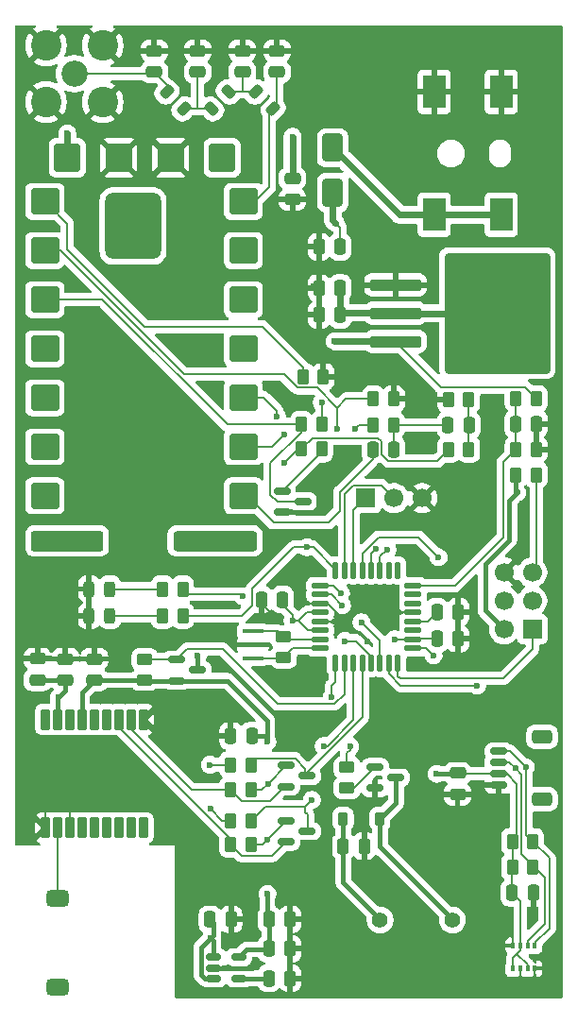
<source format=gbr>
%TF.GenerationSoftware,KiCad,Pcbnew,9.0.4*%
%TF.CreationDate,2025-08-21T19:00:15-05:00*%
%TF.ProjectId,ptFlex,7074466c-6578-42e6-9b69-6361645f7063,rev?*%
%TF.SameCoordinates,Original*%
%TF.FileFunction,Copper,L1,Top*%
%TF.FilePolarity,Positive*%
%FSLAX46Y46*%
G04 Gerber Fmt 4.6, Leading zero omitted, Abs format (unit mm)*
G04 Created by KiCad (PCBNEW 9.0.4) date 2025-08-21 19:00:15*
%MOMM*%
%LPD*%
G01*
G04 APERTURE LIST*
G04 Aperture macros list*
%AMRoundRect*
0 Rectangle with rounded corners*
0 $1 Rounding radius*
0 $2 $3 $4 $5 $6 $7 $8 $9 X,Y pos of 4 corners*
0 Add a 4 corners polygon primitive as box body*
4,1,4,$2,$3,$4,$5,$6,$7,$8,$9,$2,$3,0*
0 Add four circle primitives for the rounded corners*
1,1,$1+$1,$2,$3*
1,1,$1+$1,$4,$5*
1,1,$1+$1,$6,$7*
1,1,$1+$1,$8,$9*
0 Add four rect primitives between the rounded corners*
20,1,$1+$1,$2,$3,$4,$5,0*
20,1,$1+$1,$4,$5,$6,$7,0*
20,1,$1+$1,$6,$7,$8,$9,0*
20,1,$1+$1,$8,$9,$2,$3,0*%
G04 Aperture macros list end*
%TA.AperFunction,SMDPad,CuDef*%
%ADD10RoundRect,0.250000X0.262500X0.450000X-0.262500X0.450000X-0.262500X-0.450000X0.262500X-0.450000X0*%
%TD*%
%TA.AperFunction,SMDPad,CuDef*%
%ADD11RoundRect,0.375000X0.625000X-0.375000X0.625000X0.375000X-0.625000X0.375000X-0.625000X-0.375000X0*%
%TD*%
%TA.AperFunction,SMDPad,CuDef*%
%ADD12RoundRect,0.250000X-0.262500X-0.450000X0.262500X-0.450000X0.262500X0.450000X-0.262500X0.450000X0*%
%TD*%
%TA.AperFunction,SMDPad,CuDef*%
%ADD13RoundRect,0.250000X0.250000X0.475000X-0.250000X0.475000X-0.250000X-0.475000X0.250000X-0.475000X0*%
%TD*%
%TA.AperFunction,SMDPad,CuDef*%
%ADD14RoundRect,0.250000X-0.250000X-0.475000X0.250000X-0.475000X0.250000X0.475000X-0.250000X0.475000X0*%
%TD*%
%TA.AperFunction,SMDPad,CuDef*%
%ADD15RoundRect,0.243750X-0.243750X-0.456250X0.243750X-0.456250X0.243750X0.456250X-0.243750X0.456250X0*%
%TD*%
%TA.AperFunction,SMDPad,CuDef*%
%ADD16RoundRect,0.250000X-0.475000X0.250000X-0.475000X-0.250000X0.475000X-0.250000X0.475000X0.250000X0*%
%TD*%
%TA.AperFunction,SMDPad,CuDef*%
%ADD17RoundRect,0.150000X-0.587500X-0.150000X0.587500X-0.150000X0.587500X0.150000X-0.587500X0.150000X0*%
%TD*%
%TA.AperFunction,SMDPad,CuDef*%
%ADD18RoundRect,0.137500X-0.600000X-0.137500X0.600000X-0.137500X0.600000X0.137500X-0.600000X0.137500X0*%
%TD*%
%TA.AperFunction,SMDPad,CuDef*%
%ADD19RoundRect,0.137500X-0.137500X-0.600000X0.137500X-0.600000X0.137500X0.600000X-0.137500X0.600000X0*%
%TD*%
%TA.AperFunction,SMDPad,CuDef*%
%ADD20RoundRect,0.150000X-0.512500X-0.150000X0.512500X-0.150000X0.512500X0.150000X-0.512500X0.150000X0*%
%TD*%
%TA.AperFunction,ComponentPad*%
%ADD21R,1.700000X1.700000*%
%TD*%
%TA.AperFunction,ComponentPad*%
%ADD22C,1.700000*%
%TD*%
%TA.AperFunction,SMDPad,CuDef*%
%ADD23RoundRect,0.250000X0.475000X-0.250000X0.475000X0.250000X-0.475000X0.250000X-0.475000X-0.250000X0*%
%TD*%
%TA.AperFunction,SMDPad,CuDef*%
%ADD24RoundRect,0.250000X0.450000X-0.262500X0.450000X0.262500X-0.450000X0.262500X-0.450000X-0.262500X0*%
%TD*%
%TA.AperFunction,SMDPad,CuDef*%
%ADD25RoundRect,0.115000X1.135000X1.035000X-1.135000X1.035000X-1.135000X-1.035000X1.135000X-1.035000X0*%
%TD*%
%TA.AperFunction,SMDPad,CuDef*%
%ADD26RoundRect,0.115000X1.035000X1.135000X-1.035000X1.135000X-1.035000X-1.135000X1.035000X-1.135000X0*%
%TD*%
%TA.AperFunction,SMDPad,CuDef*%
%ADD27RoundRect,0.270000X3.480000X0.630000X-3.480000X0.630000X-3.480000X-0.630000X3.480000X-0.630000X0*%
%TD*%
%TA.AperFunction,SMDPad,CuDef*%
%ADD28RoundRect,0.270000X2.980000X0.630000X-2.980000X0.630000X-2.980000X-0.630000X2.980000X-0.630000X0*%
%TD*%
%TA.AperFunction,SMDPad,CuDef*%
%ADD29RoundRect,0.750000X1.750000X2.250000X-1.750000X2.250000X-1.750000X-2.250000X1.750000X-2.250000X0*%
%TD*%
%TA.AperFunction,SMDPad,CuDef*%
%ADD30RoundRect,0.080000X0.320000X-0.820000X0.320000X0.820000X-0.320000X0.820000X-0.320000X-0.820000X0*%
%TD*%
%TA.AperFunction,SMDPad,CuDef*%
%ADD31RoundRect,0.218750X-0.114905X0.424264X-0.424264X0.114905X0.114905X-0.424264X0.424264X-0.114905X0*%
%TD*%
%TA.AperFunction,SMDPad,CuDef*%
%ADD32RoundRect,0.250000X-0.450000X0.262500X-0.450000X-0.262500X0.450000X-0.262500X0.450000X0.262500X0*%
%TD*%
%TA.AperFunction,ComponentPad*%
%ADD33C,1.408000*%
%TD*%
%TA.AperFunction,SMDPad,CuDef*%
%ADD34RoundRect,0.250000X-2.050000X-0.300000X2.050000X-0.300000X2.050000X0.300000X-2.050000X0.300000X0*%
%TD*%
%TA.AperFunction,SMDPad,CuDef*%
%ADD35RoundRect,0.250002X-4.449998X-5.149998X4.449998X-5.149998X4.449998X5.149998X-4.449998X5.149998X0*%
%TD*%
%TA.AperFunction,SMDPad,CuDef*%
%ADD36RoundRect,0.218750X0.424264X0.114905X0.114905X0.424264X-0.424264X-0.114905X-0.114905X-0.424264X0*%
%TD*%
%TA.AperFunction,ComponentPad*%
%ADD37C,2.340000*%
%TD*%
%TA.AperFunction,ComponentPad*%
%ADD38C,2.740000*%
%TD*%
%TA.AperFunction,SMDPad,CuDef*%
%ADD39R,1.900000X0.400000*%
%TD*%
%TA.AperFunction,SMDPad,CuDef*%
%ADD40R,2.000000X3.000000*%
%TD*%
%TA.AperFunction,SMDPad,CuDef*%
%ADD41R,0.350000X0.500000*%
%TD*%
%TA.AperFunction,SMDPad,CuDef*%
%ADD42RoundRect,0.225000X-0.225000X-0.375000X0.225000X-0.375000X0.225000X0.375000X-0.225000X0.375000X0*%
%TD*%
%TA.AperFunction,SMDPad,CuDef*%
%ADD43RoundRect,0.250000X0.650000X-1.000000X0.650000X1.000000X-0.650000X1.000000X-0.650000X-1.000000X0*%
%TD*%
%TA.AperFunction,SMDPad,CuDef*%
%ADD44RoundRect,0.150000X0.625000X-0.150000X0.625000X0.150000X-0.625000X0.150000X-0.625000X-0.150000X0*%
%TD*%
%TA.AperFunction,SMDPad,CuDef*%
%ADD45RoundRect,0.250000X0.650000X-0.350000X0.650000X0.350000X-0.650000X0.350000X-0.650000X-0.350000X0*%
%TD*%
%TA.AperFunction,ViaPad*%
%ADD46C,0.600000*%
%TD*%
%TA.AperFunction,Conductor*%
%ADD47C,0.200000*%
%TD*%
%TA.AperFunction,Conductor*%
%ADD48C,0.400000*%
%TD*%
%TA.AperFunction,Conductor*%
%ADD49C,0.600000*%
%TD*%
G04 APERTURE END LIST*
D10*
%TO.P,R11,1*%
%TO.N,Net-(C17-Pad2)*%
X157508500Y-96146000D03*
%TO.P,R11,2*%
%TO.N,XMIT-PTT*%
X155683500Y-96146000D03*
%TD*%
D11*
%TO.P,ANT1,1,RF*%
%TO.N,Net-(ANT1-RF)*%
X120646000Y-136346000D03*
%TO.P,ANT1,2*%
%TO.N,N/C*%
X120646000Y-144346000D03*
%TD*%
D12*
%TO.P,R14,1*%
%TO.N,XMIT-PTT*%
X142487500Y-96100000D03*
%TO.P,R14,2*%
%TO.N,Net-(Q2-B)*%
X144312500Y-96100000D03*
%TD*%
%TO.P,R9,1*%
%TO.N,+5V*%
X161733500Y-98399333D03*
%TO.P,R9,2*%
%TO.N,RESET*%
X163558500Y-98399333D03*
%TD*%
%TO.P,R20,1*%
%TO.N,Net-(Q5-S)*%
X136133500Y-126646000D03*
%TO.P,R20,2*%
%TO.N,+3.3V*%
X137958500Y-126646000D03*
%TD*%
D13*
%TO.P,C15,1*%
%TO.N,+3.3V*%
X138050000Y-121800000D03*
%TO.P,C15,2*%
%TO.N,GND*%
X136150000Y-121800000D03*
%TD*%
D14*
%TO.P,C10,1*%
%TO.N,Net-(U2-BP)*%
X139596000Y-143546000D03*
%TO.P,C10,2*%
%TO.N,GND*%
X141496000Y-143546000D03*
%TD*%
D15*
%TO.P,D2,1,K*%
%TO.N,GND*%
X123462500Y-111046000D03*
%TO.P,D2,2,A*%
%TO.N,Net-(D2-A)*%
X125337500Y-111046000D03*
%TD*%
D12*
%TO.P,R18,1*%
%TO.N,Net-(Q4-S)*%
X136133500Y-131546000D03*
%TO.P,R18,2*%
%TO.N,+3.3V*%
X137958500Y-131546000D03*
%TD*%
D16*
%TO.P,C21,1*%
%TO.N,GND*%
X140300000Y-60400000D03*
%TO.P,C21,2*%
%TO.N,Net-(U5-ANTENNA)*%
X140300000Y-62300000D03*
%TD*%
D13*
%TO.P,C18,1*%
%TO.N,Net-(C17-Pad1)*%
X150796000Y-96139333D03*
%TO.P,C18,2*%
%TO.N,Net-(U5-MIC-IN)*%
X148896000Y-96139333D03*
%TD*%
%TO.P,C3,1*%
%TO.N,+5V*%
X145975000Y-81665000D03*
%TO.P,C3,2*%
%TO.N,GND*%
X144075000Y-81665000D03*
%TD*%
D12*
%TO.P,R12,1*%
%TO.N,GND*%
X155683500Y-91646000D03*
%TO.P,R12,2*%
%TO.N,Net-(C17-Pad2)*%
X157508500Y-91646000D03*
%TD*%
%TO.P,R7,1*%
%TO.N,+3.3V*%
X161408500Y-133571000D03*
%TO.P,R7,2*%
%TO.N,SDA*%
X163233500Y-133571000D03*
%TD*%
D17*
%TO.P,Q5,1,G*%
%TO.N,+3.3V*%
X141122526Y-124446000D03*
%TO.P,Q5,2,S*%
%TO.N,Net-(Q5-S)*%
X141122526Y-126346000D03*
%TO.P,Q5,3,D*%
%TO.N,GPS-RX*%
X142997526Y-125396000D03*
%TD*%
D18*
%TO.P,U3,1,PD3*%
%TO.N,XMIT-TX-AUDIO*%
X144183500Y-108346000D03*
%TO.P,U3,2,PD4*%
%TO.N,XMIT-POWERSAVE*%
X144183500Y-109146000D03*
%TO.P,U3,3,GND*%
%TO.N,GND*%
X144183500Y-109946000D03*
%TO.P,U3,4,VCC*%
%TO.N,+5V*%
X144183500Y-110746000D03*
%TO.P,U3,5,GND*%
%TO.N,GND*%
X144183500Y-111546000D03*
%TO.P,U3,6,VCC*%
%TO.N,+5V*%
X144183500Y-112346000D03*
%TO.P,U3,7,XTAL1/PB6*%
%TO.N,Net-(U3-XTAL1{slash}PB6)*%
X144183500Y-113146000D03*
%TO.P,U3,8,XTAL2/PB7*%
%TO.N,Net-(U3-XTAL2{slash}PB7)*%
X144183500Y-113946000D03*
D19*
%TO.P,U3,9,PD5*%
%TO.N,PIEZO*%
X145546000Y-115308500D03*
%TO.P,U3,10,PD6*%
%TO.N,GPS-EN*%
X146346000Y-115308500D03*
%TO.P,U3,11,PD7*%
%TO.N,GPS-TX*%
X147146000Y-115308500D03*
%TO.P,U3,12,PB0*%
%TO.N,GPS-RX*%
X147946000Y-115308500D03*
%TO.P,U3,13,PB1*%
%TO.N,XMIT-TX*%
X148746000Y-115308500D03*
%TO.P,U3,14,PB2*%
%TO.N,XMIT-RX*%
X149546000Y-115308500D03*
%TO.P,U3,15,PB3*%
%TO.N,MOSI*%
X150346000Y-115308500D03*
%TO.P,U3,16,PB4*%
%TO.N,MISO*%
X151146000Y-115308500D03*
D18*
%TO.P,U3,17,PB5*%
%TO.N,SCK*%
X152508500Y-113946000D03*
%TO.P,U3,18,AVCC*%
%TO.N,+5V*%
X152508500Y-113146000D03*
%TO.P,U3,19,ADC6*%
%TO.N,unconnected-(U3-ADC6-Pad19)*%
X152508500Y-112346000D03*
%TO.P,U3,20,AREF*%
%TO.N,Net-(U3-AREF)*%
X152508500Y-111546000D03*
%TO.P,U3,21,GND*%
%TO.N,GND*%
X152508500Y-110746000D03*
%TO.P,U3,22,ADC7*%
%TO.N,unconnected-(U3-ADC7-Pad22)*%
X152508500Y-109946000D03*
%TO.P,U3,23,PC0*%
%TO.N,unconnected-(U3-PC0-Pad23)*%
X152508500Y-109146000D03*
%TO.P,U3,24,PC1*%
%TO.N,BATT-SENSE*%
X152508500Y-108346000D03*
D19*
%TO.P,U3,25,PC2*%
%TO.N,unconnected-(U3-PC2-Pad25)*%
X151146000Y-106983500D03*
%TO.P,U3,26,PC3*%
%TO.N,unconnected-(U3-PC3-Pad26)*%
X150346000Y-106983500D03*
%TO.P,U3,27,PC4*%
%TO.N,SDA*%
X149546000Y-106983500D03*
%TO.P,U3,28,PC5*%
%TO.N,SCL*%
X148746000Y-106983500D03*
%TO.P,U3,29,~{RESET}/PC6*%
%TO.N,RESET*%
X147946000Y-106983500D03*
%TO.P,U3,30,PD0*%
%TO.N,Net-(J2-Pin_1)*%
X147146000Y-106983500D03*
%TO.P,U3,31,PD1*%
%TO.N,Net-(J2-Pin_2)*%
X146346000Y-106983500D03*
%TO.P,U3,32,PD2*%
%TO.N,XMIT-PTT*%
X145546000Y-106983500D03*
%TD*%
D10*
%TO.P,R19,1*%
%TO.N,GPS-TX*%
X137958500Y-129397526D03*
%TO.P,R19,2*%
%TO.N,+5V*%
X136133500Y-129397526D03*
%TD*%
D13*
%TO.P,C1,1*%
%TO.N,Net-(D1-K)*%
X145975000Y-77965000D03*
%TO.P,C1,2*%
%TO.N,GND*%
X144075000Y-77965000D03*
%TD*%
D20*
%TO.P,U2,1,IN*%
%TO.N,+5V*%
X134608500Y-141646000D03*
%TO.P,U2,2,GND*%
%TO.N,GND*%
X134608500Y-142596000D03*
%TO.P,U2,3,EN*%
%TO.N,+5V*%
X134608500Y-143546000D03*
%TO.P,U2,4,BP*%
%TO.N,Net-(U2-BP)*%
X136883500Y-143546000D03*
%TO.P,U2,5,OUT*%
%TO.N,+3.3V*%
X136883500Y-141646000D03*
%TD*%
D14*
%TO.P,C2,1*%
%TO.N,BATT-SENSE*%
X161696000Y-93846000D03*
%TO.P,C2,2*%
%TO.N,GND*%
X163596000Y-93846000D03*
%TD*%
D21*
%TO.P,J2,1,Pin_1*%
%TO.N,Net-(J2-Pin_1)*%
X148260000Y-100500000D03*
D22*
%TO.P,J2,2,Pin_2*%
%TO.N,Net-(J2-Pin_2)*%
X150800000Y-100500000D03*
%TO.P,J2,3,Pin_3*%
%TO.N,GND*%
X153340000Y-100500000D03*
%TD*%
D23*
%TO.P,C14,1*%
%TO.N,+3.3V*%
X123946000Y-116808500D03*
%TO.P,C14,2*%
%TO.N,GND*%
X123946000Y-114908500D03*
%TD*%
D10*
%TO.P,R10,1*%
%TO.N,GND*%
X150758500Y-91616000D03*
%TO.P,R10,2*%
%TO.N,XMIT-POWERSAVE*%
X148933500Y-91616000D03*
%TD*%
D24*
%TO.P,R5,1*%
%TO.N,Net-(Q1-B)*%
X146583500Y-126458500D03*
%TO.P,R5,2*%
%TO.N,PIEZO*%
X146583500Y-124633500D03*
%TD*%
D23*
%TO.P,C19,1*%
%TO.N,Net-(Q3-D)*%
X118846000Y-116796000D03*
%TO.P,C19,2*%
%TO.N,GND*%
X118846000Y-114896000D03*
%TD*%
D13*
%TO.P,C8,1*%
%TO.N,+5V*%
X145975000Y-84065000D03*
%TO.P,C8,2*%
%TO.N,GND*%
X144075000Y-84065000D03*
%TD*%
D17*
%TO.P,Q3,1,G*%
%TO.N,GPS-EN*%
X131333500Y-114958500D03*
%TO.P,Q3,2,S*%
%TO.N,+3.3V*%
X131333500Y-116858500D03*
%TO.P,Q3,3,D*%
%TO.N,Net-(Q3-D)*%
X133208500Y-115908500D03*
%TD*%
D14*
%TO.P,C13,1*%
%TO.N,+3.3V*%
X161371000Y-135871000D03*
%TO.P,C13,2*%
%TO.N,GND*%
X163271000Y-135871000D03*
%TD*%
D25*
%TO.P,U5,1,Squelch*%
%TO.N,unconnected-(U5-Squelch-Pad1)*%
X119500000Y-100300000D03*
%TO.P,U5,2,NC*%
%TO.N,unconnected-(U5-NC-Pad2)*%
X119500000Y-95900000D03*
%TO.P,U5,3,AF-OUT*%
%TO.N,unconnected-(U5-AF-OUT-Pad3)*%
X119500000Y-91500000D03*
%TO.P,U5,4,NC*%
%TO.N,unconnected-(U5-NC-Pad4)*%
X119500000Y-87100000D03*
%TO.P,U5,5,PTT*%
%TO.N,Net-(Q2-C)*%
X119500000Y-82700000D03*
%TO.P,U5,6,POWER_SAVE*%
%TO.N,XMIT-POWERSAVE*%
X119500000Y-78300000D03*
%TO.P,U5,7,HIGH/LOW*%
%TO.N,Net-(U5-HIGH{slash}LOW)*%
X119500000Y-73900000D03*
D26*
%TO.P,U5,8,VBAT*%
%TO.N,+5V*%
X121500000Y-70000000D03*
%TO.P,U5,9,GND*%
%TO.N,GND*%
X126133334Y-70000000D03*
%TO.P,U5,10,GND*%
X130766667Y-70000000D03*
%TO.P,U5,11,NC*%
%TO.N,unconnected-(U5-NC-Pad11)*%
X135400000Y-70000000D03*
D25*
%TO.P,U5,12,ANTENNA*%
%TO.N,Net-(U5-ANTENNA)*%
X137300000Y-73900000D03*
%TO.P,U5,13,NC*%
%TO.N,unconnected-(U5-NC-Pad13)*%
X137300000Y-78300000D03*
%TO.P,U5,14,NC*%
%TO.N,unconnected-(U5-NC-Pad14)*%
X137300000Y-82700000D03*
%TO.P,U5,15,NC*%
%TO.N,unconnected-(U5-NC-Pad15)*%
X137300000Y-87100000D03*
%TO.P,U5,16,RX_DATA*%
%TO.N,XMIT-TX*%
X137300000Y-91500000D03*
%TO.P,U5,17,TX_DATA*%
%TO.N,XMIT-RX*%
X137300000Y-95900000D03*
%TO.P,U5,18,MIC-IN*%
%TO.N,Net-(U5-MIC-IN)*%
X137300000Y-100300000D03*
D27*
%TO.P,U5,19*%
%TO.N,N/C*%
X134750000Y-104350000D03*
D28*
%TO.P,U5,20*%
X121500000Y-104350000D03*
D29*
%TO.P,U5,21*%
X127400000Y-76100000D03*
%TD*%
D12*
%TO.P,R1,1*%
%TO.N,BATT-SENSE*%
X161733500Y-91569333D03*
%TO.P,R1,2*%
%TO.N,Net-(D1-K)*%
X163558500Y-91569333D03*
%TD*%
D14*
%TO.P,C11,1*%
%TO.N,+3.3V*%
X139596000Y-140896000D03*
%TO.P,C11,2*%
%TO.N,GND*%
X141496000Y-140896000D03*
%TD*%
D30*
%TO.P,U4,1,GND*%
%TO.N,GND*%
X128346000Y-120346000D03*
%TO.P,U4,2,TXD*%
%TO.N,Net-(Q5-S)*%
X127246000Y-120346000D03*
%TO.P,U4,3,RXD*%
%TO.N,Net-(Q4-S)*%
X126146000Y-120346000D03*
%TO.P,U4,4,1PPS*%
%TO.N,unconnected-(U4-1PPS-Pad4)*%
X125046000Y-120346000D03*
%TO.P,U4,5,ON/OFF*%
%TO.N,unconnected-(U4-ON{slash}OFF-Pad5)*%
X123946000Y-120346000D03*
%TO.P,U4,6,VBATT*%
%TO.N,+3.3V*%
X122846000Y-120346000D03*
%TO.P,U4,7,NC*%
%TO.N,unconnected-(U4-NC-Pad7)*%
X121746000Y-120346000D03*
%TO.P,U4,8,VCC*%
%TO.N,Net-(Q3-D)*%
X120646000Y-120346000D03*
%TO.P,U4,9,NRESET*%
%TO.N,unconnected-(U4-NRESET-Pad9)*%
X119546000Y-120346000D03*
%TO.P,U4,10,GND*%
%TO.N,GND*%
X119546000Y-130046000D03*
%TO.P,U4,11,RF_IN*%
%TO.N,Net-(ANT1-RF)*%
X120646000Y-130046000D03*
%TO.P,U4,12,GND*%
%TO.N,GND*%
X121746000Y-130046000D03*
%TO.P,U4,13,NC*%
%TO.N,unconnected-(U4-NC-Pad13)*%
X122846000Y-130046000D03*
%TO.P,U4,14,VCC_RF*%
%TO.N,unconnected-(U4-VCC_RF-Pad14)*%
X123946000Y-130046000D03*
%TO.P,U4,15,RESERVED*%
%TO.N,unconnected-(U4-RESERVED-Pad15)*%
X125046000Y-130046000D03*
%TO.P,U4,16,SDA*%
%TO.N,unconnected-(U4-SDA-Pad16)*%
X126146000Y-130046000D03*
%TO.P,U4,17,SCL*%
%TO.N,unconnected-(U4-SCL-Pad17)*%
X127246000Y-130046000D03*
%TO.P,U4,18,RESERVED*%
%TO.N,unconnected-(U4-RESERVED-Pad18)*%
X128346000Y-130046000D03*
%TD*%
D31*
%TO.P,L2,1,1*%
%TO.N,Net-(C22-Pad2)*%
X135951301Y-64098699D03*
%TO.P,L2,2,2*%
%TO.N,Net-(C23-Pad2)*%
X134448699Y-65601301D03*
%TD*%
D24*
%TO.P,R17,1*%
%TO.N,+3.3V*%
X128446000Y-116771000D03*
%TO.P,R17,2*%
%TO.N,GPS-EN*%
X128446000Y-114946000D03*
%TD*%
D16*
%TO.P,C23,1*%
%TO.N,GND*%
X133200000Y-60400000D03*
%TO.P,C23,2*%
%TO.N,Net-(C23-Pad2)*%
X133200000Y-62300000D03*
%TD*%
D32*
%TO.P,R8,1*%
%TO.N,Net-(U3-XTAL1{slash}PB6)*%
X140896000Y-112933500D03*
%TO.P,R8,2*%
%TO.N,Net-(U3-XTAL2{slash}PB7)*%
X140896000Y-114758500D03*
%TD*%
D16*
%TO.P,C24,1*%
%TO.N,GND*%
X129300000Y-60400000D03*
%TO.P,C24,2*%
%TO.N,Net-(ANT2-In)*%
X129300000Y-62300000D03*
%TD*%
D10*
%TO.P,R3,1*%
%TO.N,XMIT-PTT*%
X131858500Y-111046000D03*
%TO.P,R3,2*%
%TO.N,Net-(D2-A)*%
X130033500Y-111046000D03*
%TD*%
%TO.P,R2,1*%
%TO.N,GND*%
X163558500Y-96122666D03*
%TO.P,R2,2*%
%TO.N,BATT-SENSE*%
X161733500Y-96122666D03*
%TD*%
%TO.P,R16,1*%
%TO.N,GND*%
X144462500Y-89600000D03*
%TO.P,R16,2*%
%TO.N,Net-(U5-HIGH{slash}LOW)*%
X142637500Y-89600000D03*
%TD*%
D14*
%TO.P,C12,1*%
%TO.N,+3.3V*%
X139596000Y-138246000D03*
%TO.P,C12,2*%
%TO.N,GND*%
X141496000Y-138246000D03*
%TD*%
%TO.P,C25,1*%
%TO.N,Net-(U3-AREF)*%
X154650000Y-110700000D03*
%TO.P,C25,2*%
%TO.N,GND*%
X156550000Y-110700000D03*
%TD*%
D17*
%TO.P,Q2,1,B*%
%TO.N,Net-(Q2-B)*%
X140762500Y-99850000D03*
%TO.P,Q2,2,E*%
%TO.N,GND*%
X140762500Y-101750000D03*
%TO.P,Q2,3,C*%
%TO.N,Net-(Q2-C)*%
X142637500Y-100800000D03*
%TD*%
D33*
%TO.P,PZ1,N*%
%TO.N,Net-(D4-A)*%
X156050000Y-138300000D03*
%TO.P,PZ1,P*%
%TO.N,+5V*%
X149550000Y-138300000D03*
%TD*%
D34*
%TO.P,U1,1,GND*%
%TO.N,GND*%
X150925000Y-81385000D03*
%TO.P,U1,2,VO*%
%TO.N,+5V*%
X150925000Y-83925000D03*
D35*
X160075000Y-83925000D03*
D34*
%TO.P,U1,3,VI*%
%TO.N,Net-(D1-K)*%
X150925000Y-86465000D03*
%TD*%
D14*
%TO.P,C9,1*%
%TO.N,+5V*%
X134296000Y-138246000D03*
%TO.P,C9,2*%
%TO.N,GND*%
X136196000Y-138246000D03*
%TD*%
%TO.P,C17,1*%
%TO.N,Net-(C17-Pad1)*%
X155646000Y-93946000D03*
%TO.P,C17,2*%
%TO.N,Net-(C17-Pad2)*%
X157546000Y-93946000D03*
%TD*%
D10*
%TO.P,R21,1*%
%TO.N,GPS-RX*%
X137958500Y-124396000D03*
%TO.P,R21,2*%
%TO.N,+5V*%
X136133500Y-124396000D03*
%TD*%
D36*
%TO.P,L1,1,1*%
%TO.N,Net-(U5-ANTENNA)*%
X139951301Y-65601301D03*
%TO.P,L1,2,2*%
%TO.N,Net-(C22-Pad2)*%
X138448699Y-64098699D03*
%TD*%
D37*
%TO.P,ANT2,1,In*%
%TO.N,Net-(ANT2-In)*%
X122140000Y-62460000D03*
D38*
%TO.P,ANT2,2,Ext*%
%TO.N,GND*%
X119600000Y-65000000D03*
X124680000Y-65000000D03*
X119600000Y-59920000D03*
X124680000Y-59920000D03*
%TD*%
D39*
%TO.P,Y1,1,1*%
%TO.N,Net-(U3-XTAL2{slash}PB7)*%
X138146000Y-114846000D03*
%TO.P,Y1,2,2*%
%TO.N,GND*%
X138146000Y-113646000D03*
%TO.P,Y1,3,3*%
%TO.N,Net-(U3-XTAL1{slash}PB6)*%
X138146000Y-112446000D03*
%TD*%
D36*
%TO.P,L3,1,1*%
%TO.N,Net-(C23-Pad2)*%
X131951301Y-65601301D03*
%TO.P,L3,2,2*%
%TO.N,Net-(ANT2-In)*%
X130448699Y-64098699D03*
%TD*%
D40*
%TO.P,J1,1*%
%TO.N,Net-(D1-A)*%
X160400000Y-75100000D03*
X154400000Y-75100000D03*
%TO.P,J1,2*%
%TO.N,GND*%
X154400000Y-64100000D03*
%TO.P,J1,3*%
X160400000Y-64100000D03*
%TD*%
D16*
%TO.P,C4,1*%
%TO.N,+5V*%
X141700000Y-71850000D03*
%TO.P,C4,2*%
%TO.N,GND*%
X141700000Y-73750000D03*
%TD*%
D14*
%TO.P,C7,1*%
%TO.N,+5V*%
X146250000Y-131700000D03*
%TO.P,C7,2*%
%TO.N,GND*%
X148150000Y-131700000D03*
%TD*%
D10*
%TO.P,R4,1*%
%TO.N,SCK*%
X131858500Y-108646000D03*
%TO.P,R4,2*%
%TO.N,Net-(D3-A)*%
X130033500Y-108646000D03*
%TD*%
D21*
%TO.P,J4,1,Pin_1*%
%TO.N,MISO*%
X163200000Y-112240000D03*
D22*
%TO.P,J4,2,Pin_2*%
%TO.N,+5V*%
X160660000Y-112240000D03*
%TO.P,J4,3,Pin_3*%
%TO.N,SCK*%
X163200000Y-109700000D03*
%TO.P,J4,4,Pin_4*%
%TO.N,MOSI*%
X160660000Y-109700000D03*
%TO.P,J4,5,Pin_5*%
%TO.N,RESET*%
X163200000Y-107160000D03*
%TO.P,J4,6,Pin_6*%
%TO.N,GND*%
X160660000Y-107160000D03*
%TD*%
D15*
%TO.P,D3,1,K*%
%TO.N,GND*%
X123462500Y-108646000D03*
%TO.P,D3,2,A*%
%TO.N,Net-(D3-A)*%
X125337500Y-108646000D03*
%TD*%
D41*
%TO.P,U6,1,GND*%
%TO.N,GND*%
X161471000Y-140621000D03*
%TO.P,U6,2,CSB*%
%TO.N,+3.3V*%
X162121000Y-140621000D03*
%TO.P,U6,3,SDI*%
%TO.N,SDA*%
X162771000Y-140621000D03*
%TO.P,U6,4,SCK*%
%TO.N,SCL*%
X163421000Y-140621000D03*
%TO.P,U6,5,SDO*%
%TO.N,GND*%
X163421000Y-142671000D03*
%TO.P,U6,6,VDDIO*%
%TO.N,+3.3V*%
X162771000Y-142671000D03*
%TO.P,U6,7,GND*%
%TO.N,GND*%
X162121000Y-142671000D03*
%TO.P,U6,8,VDD*%
%TO.N,+3.3V*%
X161471000Y-142671000D03*
%TD*%
D14*
%TO.P,C5,1*%
%TO.N,+5V*%
X154650000Y-113100000D03*
%TO.P,C5,2*%
%TO.N,GND*%
X156550000Y-113100000D03*
%TD*%
D12*
%TO.P,R13,1*%
%TO.N,XMIT-TX-AUDIO*%
X148933500Y-93922667D03*
%TO.P,R13,2*%
%TO.N,Net-(C17-Pad1)*%
X150758500Y-93922667D03*
%TD*%
%TO.P,R6,1*%
%TO.N,+3.3V*%
X161408500Y-131271000D03*
%TO.P,R6,2*%
%TO.N,SCL*%
X163233500Y-131271000D03*
%TD*%
%TO.P,R15,1*%
%TO.N,Net-(Q2-C)*%
X142487500Y-93900000D03*
%TO.P,R15,2*%
%TO.N,+5V*%
X144312500Y-93900000D03*
%TD*%
D13*
%TO.P,C6,1*%
%TO.N,+5V*%
X140796000Y-109596000D03*
%TO.P,C6,2*%
%TO.N,GND*%
X138896000Y-109596000D03*
%TD*%
D42*
%TO.P,D4,1,K*%
%TO.N,+5V*%
X146233500Y-129246000D03*
%TO.P,D4,2,A*%
%TO.N,Net-(D4-A)*%
X149533500Y-129246000D03*
%TD*%
D43*
%TO.P,D1,1,K*%
%TO.N,Net-(D1-K)*%
X145300000Y-73100000D03*
%TO.P,D1,2,A*%
%TO.N,Net-(D1-A)*%
X145300000Y-69100000D03*
%TD*%
D17*
%TO.P,Q4,1,G*%
%TO.N,+3.3V*%
X141122526Y-129397526D03*
%TO.P,Q4,2,S*%
%TO.N,Net-(Q4-S)*%
X141122526Y-131297526D03*
%TO.P,Q4,3,D*%
%TO.N,GPS-TX*%
X142997526Y-130347526D03*
%TD*%
D16*
%TO.P,C16,1*%
%TO.N,+3.3V*%
X156500000Y-125150000D03*
%TO.P,C16,2*%
%TO.N,GND*%
X156500000Y-127050000D03*
%TD*%
%TO.P,C22,1*%
%TO.N,GND*%
X137200000Y-60400000D03*
%TO.P,C22,2*%
%TO.N,Net-(C22-Pad2)*%
X137200000Y-62300000D03*
%TD*%
D17*
%TO.P,Q1,1,B*%
%TO.N,Net-(Q1-B)*%
X149108500Y-124596000D03*
%TO.P,Q1,2,E*%
%TO.N,GND*%
X149108500Y-126496000D03*
%TO.P,Q1,3,C*%
%TO.N,Net-(D4-A)*%
X150983500Y-125546000D03*
%TD*%
D44*
%TO.P,J3,1,Pin_1*%
%TO.N,GND*%
X160200000Y-126200000D03*
%TO.P,J3,2,Pin_2*%
%TO.N,+3.3V*%
X160200000Y-125200000D03*
%TO.P,J3,3,Pin_3*%
%TO.N,SDA*%
X160200000Y-124200000D03*
%TO.P,J3,4,Pin_4*%
%TO.N,SCL*%
X160200000Y-123200000D03*
D45*
%TO.P,J3,MP*%
%TO.N,N/C*%
X164075000Y-127500000D03*
X164075000Y-121900000D03*
%TD*%
D23*
%TO.P,C20,1*%
%TO.N,Net-(Q3-D)*%
X121346000Y-116808500D03*
%TO.P,C20,2*%
%TO.N,GND*%
X121346000Y-114908500D03*
%TD*%
D46*
%TO.N,GND*%
X136900000Y-134500000D03*
X150100000Y-118400000D03*
X117400000Y-124671400D03*
X130546000Y-119846000D03*
X133700000Y-112700000D03*
X123446000Y-84546000D03*
X144700000Y-136400000D03*
X134800000Y-87300000D03*
X117400000Y-75274600D03*
X137400000Y-120100000D03*
X153848667Y-144600000D03*
X131746000Y-139846000D03*
X134800000Y-83300000D03*
X150100000Y-134700000D03*
X117400000Y-99973000D03*
X117400000Y-87623800D03*
X140400000Y-90700000D03*
X153000000Y-124900000D03*
X151560000Y-58800000D03*
X142146000Y-108046000D03*
X136700000Y-108200000D03*
X130546000Y-130846000D03*
X159400000Y-95000000D03*
X153100000Y-106800000D03*
X117400000Y-118496800D03*
X153646000Y-130046000D03*
X160800000Y-114800000D03*
X144000000Y-115400000D03*
X131746000Y-144600000D03*
X146000000Y-88200000D03*
X131746000Y-134546000D03*
X134800000Y-95100000D03*
X127700000Y-106500000D03*
X152400000Y-115200000D03*
X117400000Y-112322200D03*
X144100000Y-98100000D03*
X117400000Y-130846000D03*
X133700000Y-107900000D03*
X133700000Y-110000000D03*
X123446000Y-92446000D03*
X163021000Y-138071000D03*
X165000000Y-58800000D03*
X144700000Y-132500000D03*
X158280000Y-58800000D03*
X164900000Y-144600000D03*
X159400000Y-102300000D03*
X152900000Y-95300000D03*
X142546000Y-121046000D03*
X163200000Y-118400000D03*
X143200000Y-65900000D03*
X131400000Y-58800000D03*
X130546000Y-128546000D03*
X146875000Y-79725000D03*
X117400000Y-69100000D03*
X134800000Y-90800000D03*
X158683500Y-130046000D03*
X117400000Y-81449200D03*
X164900000Y-129900000D03*
X162500000Y-102300000D03*
X157900000Y-114800000D03*
X143900000Y-106800000D03*
X134800000Y-76995408D03*
X143575000Y-81525000D03*
X147800000Y-90200000D03*
X138346000Y-142346000D03*
X140246000Y-111346000D03*
X150600000Y-88200000D03*
X117400000Y-106147600D03*
X134800000Y-100400000D03*
X141446000Y-116746000D03*
X144840000Y-58800000D03*
X125546000Y-118146000D03*
X152325000Y-77765000D03*
X157600000Y-108700000D03*
X137300000Y-66700000D03*
X138120000Y-58800000D03*
X117400000Y-93798400D03*
X130546000Y-122546000D03*
X149846000Y-109996000D03*
X142797333Y-144600000D03*
X148400000Y-113300000D03*
X156900000Y-118400000D03*
%TO.N,MOSI*%
X158246000Y-117296000D03*
%TO.N,SCK*%
X137246000Y-109300000D03*
X154346000Y-114596000D03*
%TO.N,RESET*%
X154800000Y-105800000D03*
%TO.N,GPS-TX*%
X144485628Y-122706372D03*
X143446000Y-127546000D03*
%TO.N,+3.3V*%
X139484263Y-126084263D03*
X154600000Y-125200000D03*
X139446000Y-122346000D03*
X139446000Y-135946000D03*
X139410026Y-131110026D03*
%TO.N,XMIT-PTT*%
X143000000Y-104900000D03*
X141000000Y-97300000D03*
%TO.N,XMIT-TX-AUDIO*%
X146046000Y-108996000D03*
X147300000Y-94300000D03*
%TO.N,XMIT-POWERSAVE*%
X145700000Y-94300000D03*
X146146000Y-110096000D03*
%TO.N,SDA*%
X161673000Y-124727000D03*
X150200000Y-105100000D03*
%TO.N,SCL*%
X149174265Y-105074265D03*
X162623000Y-124600000D03*
%TO.N,Net-(D1-K)*%
X145475000Y-86425000D03*
X145546000Y-75800000D03*
%TO.N,XMIT-TX*%
X146400000Y-113300000D03*
X140300000Y-93200000D03*
%TO.N,+5V*%
X148129000Y-83879000D03*
X141700000Y-68100000D03*
X134346000Y-139946000D03*
X144312500Y-91912500D03*
X161846000Y-99999333D03*
X150846000Y-113146000D03*
X134296000Y-124396000D03*
X141700000Y-111500000D03*
X134346000Y-128346000D03*
X121500000Y-67800000D03*
%TO.N,XMIT-RX*%
X147875000Y-111625000D03*
X141000000Y-94800000D03*
%TO.N,PIEZO*%
X145209235Y-118334235D03*
X146883500Y-122746000D03*
%TO.N,Net-(Q3-D)*%
X120746000Y-118346000D03*
X133200000Y-114646000D03*
%TD*%
D47*
%TO.N,GND*%
X155683500Y-91646000D02*
X154046000Y-91646000D01*
X140762500Y-101750000D02*
X144250000Y-101750000D01*
X150596000Y-110746000D02*
X149846000Y-109996000D01*
X138896000Y-109596000D02*
X138896000Y-109996000D01*
X121746000Y-127146000D02*
X121746000Y-130046000D01*
D48*
X134608500Y-142596000D02*
X138096000Y-142596000D01*
D47*
X144846000Y-109946000D02*
X144096000Y-109946000D01*
D48*
X163271000Y-137821000D02*
X163021000Y-138071000D01*
D47*
X162400000Y-105420000D02*
X162400000Y-104800000D01*
X152596000Y-110746000D02*
X150596000Y-110746000D01*
X161471000Y-140621000D02*
X161471000Y-139839750D01*
X146046000Y-111146000D02*
X144846000Y-109946000D01*
D48*
X138096000Y-142596000D02*
X138346000Y-142346000D01*
D47*
X145746000Y-111546000D02*
X144096000Y-111546000D01*
X119546000Y-130046000D02*
X119546000Y-126946000D01*
D48*
X163271000Y-135871000D02*
X163271000Y-137821000D01*
D47*
X161471000Y-139839750D02*
X160871000Y-139239750D01*
X138896000Y-109996000D02*
X140246000Y-111346000D01*
X163421000Y-142671000D02*
X163421000Y-143871000D01*
X142696000Y-109946000D02*
X142346000Y-109596000D01*
X160660000Y-107160000D02*
X162400000Y-105420000D01*
X162121000Y-142671000D02*
X162121000Y-143971000D01*
X144096000Y-109946000D02*
X142696000Y-109946000D01*
%TO.N,BATT-SENSE*%
X161733500Y-91569333D02*
X161733500Y-93808500D01*
X161733500Y-96122666D02*
X160600000Y-97256166D01*
X161733500Y-93883500D02*
X161696000Y-93846000D01*
X161733500Y-96122666D02*
X161733500Y-93883500D01*
X160600000Y-104000000D02*
X156254000Y-108346000D01*
X160600000Y-97256166D02*
X160600000Y-104000000D01*
X161733500Y-93808500D02*
X161696000Y-93846000D01*
X156254000Y-108346000D02*
X152596000Y-108346000D01*
%TO.N,MOSI*%
X151396000Y-117296000D02*
X150346000Y-116246000D01*
X158246000Y-117296000D02*
X151396000Y-117296000D01*
X150346000Y-116246000D02*
X150346000Y-115396000D01*
%TO.N,SCK*%
X137246000Y-109300000D02*
X137046000Y-109100000D01*
X154346000Y-114596000D02*
X153696000Y-113946000D01*
X153696000Y-113946000D02*
X152596000Y-113946000D01*
X137046000Y-109100000D02*
X132312500Y-109100000D01*
X132312500Y-109100000D02*
X131858500Y-108646000D01*
%TO.N,RESET*%
X163686000Y-98526833D02*
X163558500Y-98399333D01*
X153000000Y-104000000D02*
X149400000Y-104000000D01*
X149400000Y-104000000D02*
X147946000Y-105454000D01*
X154800000Y-105800000D02*
X153000000Y-104000000D01*
X163558500Y-98399333D02*
X163558500Y-106801500D01*
X147946000Y-105454000D02*
X147946000Y-106896000D01*
X163558500Y-106801500D02*
X163200000Y-107160000D01*
%TO.N,MISO*%
X151146000Y-116446000D02*
X151146000Y-115396000D01*
X163200000Y-112240000D02*
X163200000Y-114043470D01*
X163200000Y-114043470D02*
X160597470Y-116646000D01*
X160597470Y-116646000D02*
X151346000Y-116646000D01*
X151346000Y-116646000D02*
X151146000Y-116446000D01*
%TO.N,GPS-TX*%
X143060026Y-128860026D02*
X143060026Y-130347526D01*
X142846000Y-128146000D02*
X139286552Y-128146000D01*
X139286552Y-128146000D02*
X138035026Y-129397526D01*
X142846000Y-128646000D02*
X142846000Y-128146000D01*
X144485628Y-122706372D02*
X144826528Y-122706372D01*
X144826528Y-122706372D02*
X147146000Y-120386900D01*
X143060026Y-128860026D02*
X142846000Y-128646000D01*
X143446000Y-127546000D02*
X142846000Y-128146000D01*
X147146000Y-120386900D02*
X147146000Y-115396000D01*
%TO.N,+3.3V*%
X161371000Y-135871000D02*
X161371000Y-133608500D01*
D48*
X122846000Y-120346000D02*
X122846000Y-117908500D01*
X135858500Y-116858500D02*
X131333500Y-116858500D01*
X128533500Y-116858500D02*
X128446000Y-116771000D01*
D47*
X139484263Y-126084263D02*
X141122526Y-124446000D01*
X137958500Y-131546000D02*
X138974052Y-131546000D01*
D48*
X137583500Y-140946000D02*
X139546000Y-140946000D01*
X136883500Y-141646000D02*
X137583500Y-140946000D01*
X156450000Y-125200000D02*
X156500000Y-125150000D01*
D47*
X162121000Y-140621000D02*
X162121000Y-136621000D01*
D48*
X139596000Y-138246000D02*
X139596000Y-140896000D01*
D47*
X161408500Y-133571000D02*
X161408500Y-131271000D01*
D48*
X139546000Y-140946000D02*
X139596000Y-140896000D01*
D47*
X161408500Y-131271000D02*
X161121000Y-131271000D01*
D48*
X139446000Y-121500000D02*
X139446000Y-120446000D01*
D47*
X161820000Y-141370000D02*
X162121000Y-141069000D01*
D48*
X139446000Y-138096000D02*
X139596000Y-138246000D01*
X139446000Y-122346000D02*
X139446000Y-121800000D01*
D47*
X139410026Y-131110026D02*
X141122526Y-129397526D01*
X160900000Y-125200000D02*
X160200000Y-125200000D01*
X161371000Y-133608500D02*
X161408500Y-133571000D01*
D48*
X139446000Y-120446000D02*
X135858500Y-116858500D01*
D47*
X161800000Y-130879500D02*
X161800000Y-126100000D01*
X161408500Y-131271000D02*
X161800000Y-130879500D01*
X161800000Y-126100000D02*
X160900000Y-125200000D01*
X161471000Y-141719000D02*
X161820000Y-141370000D01*
X160200000Y-125200000D02*
X156550000Y-125200000D01*
X162121000Y-136621000D02*
X161371000Y-135871000D01*
D48*
X139446000Y-121800000D02*
X139446000Y-121500000D01*
X131333500Y-116858500D02*
X128533500Y-116858500D01*
D47*
X162121000Y-141069000D02*
X162121000Y-140621000D01*
X162771000Y-142321000D02*
X161820000Y-141370000D01*
D48*
X138050000Y-121800000D02*
X139446000Y-121800000D01*
D47*
X137958500Y-126646000D02*
X137958500Y-126408500D01*
X138974052Y-131546000D02*
X139410026Y-131110026D01*
D48*
X123983500Y-116771000D02*
X123946000Y-116808500D01*
X154600000Y-125200000D02*
X156450000Y-125200000D01*
D47*
X161471000Y-142671000D02*
X161471000Y-141719000D01*
D48*
X139446000Y-135946000D02*
X139446000Y-138096000D01*
X123946000Y-116808500D02*
X128408500Y-116808500D01*
D47*
X128408500Y-116808500D02*
X128446000Y-116771000D01*
X156550000Y-125200000D02*
X156500000Y-125150000D01*
D48*
X122846000Y-117908500D02*
X123946000Y-116808500D01*
D47*
X138922526Y-126646000D02*
X139484263Y-126084263D01*
X137958500Y-126646000D02*
X138922526Y-126646000D01*
X162771000Y-142671000D02*
X162771000Y-142321000D01*
D48*
X124146000Y-117008500D02*
X123946000Y-116808500D01*
D47*
%TO.N,GPS-RX*%
X137958500Y-124396000D02*
X138508500Y-123846000D01*
X138508500Y-123846000D02*
X141949052Y-123846000D01*
X147946000Y-115396000D02*
X147946000Y-120154000D01*
X142997526Y-125102474D02*
X142997526Y-125396000D01*
X141949052Y-123846000D02*
X142858500Y-124755448D01*
X147946000Y-120154000D02*
X142997526Y-125102474D01*
X142858500Y-124755448D02*
X142858500Y-125396000D01*
D49*
%TO.N,Net-(D1-A)*%
X154400000Y-75100000D02*
X151300000Y-75100000D01*
X160400000Y-75100000D02*
X154400000Y-75100000D01*
X151300000Y-75100000D02*
X145300000Y-69100000D01*
D47*
%TO.N,GPS-EN*%
X135494943Y-114045000D02*
X132247000Y-114045000D01*
X146346000Y-118046000D02*
X145446000Y-118946000D01*
X131321000Y-114946000D02*
X131333500Y-114958500D01*
X128446000Y-114946000D02*
X131321000Y-114946000D01*
X132247000Y-114045000D02*
X131333500Y-114958500D01*
X146346000Y-115396000D02*
X146346000Y-118046000D01*
X140395943Y-118946000D02*
X135494943Y-114045000D01*
X145446000Y-118946000D02*
X140395943Y-118946000D01*
%TO.N,XMIT-PTT*%
X154664167Y-97165333D02*
X150310840Y-97165333D01*
X143000000Y-104900000D02*
X141800000Y-104900000D01*
X149697000Y-96551493D02*
X149697000Y-95429173D01*
X143488500Y-95099000D02*
X142487500Y-96100000D01*
X149367827Y-95100000D02*
X144811160Y-95100000D01*
X138095000Y-108605000D02*
X138095000Y-110105000D01*
X142200000Y-96100000D02*
X141000000Y-97300000D01*
X143000000Y-104900000D02*
X143550000Y-104900000D01*
X155683500Y-96146000D02*
X154664167Y-97165333D01*
X144811160Y-95100000D02*
X144810160Y-95099000D01*
X137154000Y-111046000D02*
X131858500Y-111046000D01*
X149697000Y-95429173D02*
X149367827Y-95100000D01*
X138095000Y-110105000D02*
X137154000Y-111046000D01*
X144810160Y-95099000D02*
X143488500Y-95099000D01*
X150310840Y-97165333D02*
X149697000Y-96551493D01*
X145395000Y-107047000D02*
X145546000Y-106896000D01*
X143550000Y-104900000D02*
X145546000Y-106896000D01*
X141800000Y-104900000D02*
X138095000Y-108605000D01*
X142487500Y-96100000D02*
X142200000Y-96100000D01*
%TO.N,XMIT-TX-AUDIO*%
X148933500Y-93922667D02*
X147677333Y-93922667D01*
X144096000Y-108346000D02*
X145396000Y-108346000D01*
X147677333Y-93922667D02*
X147300000Y-94300000D01*
X145396000Y-108346000D02*
X146046000Y-108996000D01*
%TO.N,Net-(C17-Pad2)*%
X157508500Y-93983500D02*
X157546000Y-93946000D01*
X157508500Y-96146000D02*
X157508500Y-93983500D01*
X157508500Y-93908500D02*
X157546000Y-93946000D01*
X157508500Y-91646000D02*
X157508500Y-93908500D01*
%TO.N,Net-(ANT1-RF)*%
X120646000Y-130046000D02*
X120646000Y-136346000D01*
%TO.N,Net-(ANT2-In)*%
X130448699Y-63448699D02*
X130448699Y-64098699D01*
X129140000Y-62460000D02*
X129300000Y-62300000D01*
X129300000Y-62300000D02*
X130448699Y-63448699D01*
X122140000Y-62460000D02*
X129140000Y-62460000D01*
%TO.N,Net-(C17-Pad1)*%
X150796000Y-93960167D02*
X150758500Y-93922667D01*
X150781833Y-93946000D02*
X150758500Y-93922667D01*
X150758500Y-93922667D02*
X155622667Y-93922667D01*
X155622667Y-93922667D02*
X155646000Y-93946000D01*
X150796000Y-96139333D02*
X150796000Y-93960167D01*
%TO.N,XMIT-POWERSAVE*%
X145700000Y-94300000D02*
X145700000Y-92400000D01*
X120900000Y-78300000D02*
X119500000Y-78300000D01*
X145700000Y-92400000D02*
X143901000Y-90601000D01*
X145196000Y-109146000D02*
X146146000Y-110096000D01*
X132000000Y-89400000D02*
X120900000Y-78300000D01*
X144096000Y-109146000D02*
X145196000Y-109146000D01*
X148933500Y-91616000D02*
X146484000Y-91616000D01*
X140938840Y-89400000D02*
X132000000Y-89400000D01*
X142139840Y-90601000D02*
X140938840Y-89400000D01*
X143901000Y-90601000D02*
X142139840Y-90601000D01*
X146484000Y-91616000D02*
X145700000Y-92400000D01*
%TO.N,Net-(C22-Pad2)*%
X135951301Y-64098699D02*
X137200000Y-64098699D01*
X137200000Y-62300000D02*
X137200000Y-64098699D01*
X137200000Y-64098699D02*
X138448699Y-64098699D01*
%TO.N,SDA*%
X164321000Y-134514750D02*
X162221000Y-132414750D01*
X162221000Y-132414750D02*
X162221000Y-131957160D01*
X162771000Y-140621000D02*
X162771000Y-140171000D01*
X149546000Y-106896000D02*
X149546000Y-105754000D01*
X162222000Y-131956160D02*
X162222000Y-125276000D01*
X164321000Y-138621000D02*
X164321000Y-134514750D01*
X162771000Y-140171000D02*
X164321000Y-138621000D01*
X161146000Y-124200000D02*
X160200000Y-124200000D01*
X162222000Y-125276000D02*
X161673000Y-124727000D01*
X161673000Y-124727000D02*
X161146000Y-124200000D01*
X149546000Y-105754000D02*
X150200000Y-105100000D01*
X162221000Y-131957160D02*
X162222000Y-131956160D01*
%TO.N,SCL*%
X163233500Y-131271000D02*
X163233500Y-130883500D01*
X163421000Y-140621000D02*
X163421000Y-140371000D01*
X164721000Y-139071000D02*
X164721000Y-132758500D01*
X148746000Y-105502530D02*
X148746000Y-106896000D01*
X149174265Y-105074265D02*
X148746000Y-105502530D01*
X164721000Y-132758500D02*
X163233500Y-131271000D01*
X162623000Y-130660500D02*
X163233500Y-131271000D01*
X161223000Y-123200000D02*
X162623000Y-124600000D01*
X163421000Y-140371000D02*
X164721000Y-139071000D01*
X162623000Y-124600000D02*
X162623000Y-130660500D01*
X160200000Y-123200000D02*
X161223000Y-123200000D01*
%TO.N,Net-(C23-Pad2)*%
X133200000Y-62300000D02*
X133200000Y-65601301D01*
X133200000Y-65601301D02*
X131951301Y-65601301D01*
X134448699Y-65601301D02*
X133200000Y-65601301D01*
%TO.N,Net-(D1-K)*%
X145975000Y-77965000D02*
X145975000Y-76229000D01*
X163558500Y-91569333D02*
X162557500Y-90568333D01*
D49*
X145475000Y-86425000D02*
X150885000Y-86425000D01*
X150885000Y-86425000D02*
X150925000Y-86465000D01*
D47*
X155028333Y-90568333D02*
X150925000Y-86465000D01*
X145975000Y-76229000D02*
X145546000Y-75800000D01*
D49*
X145300000Y-73100000D02*
X145300000Y-75554000D01*
X145300000Y-75554000D02*
X145546000Y-75800000D01*
D47*
X162557500Y-90568333D02*
X155028333Y-90568333D01*
%TO.N,XMIT-TX*%
X146400000Y-113300000D02*
X147400000Y-113300000D01*
X147400000Y-113300000D02*
X148670000Y-114570000D01*
X140300000Y-93200000D02*
X140300000Y-92700000D01*
X148670000Y-114570000D02*
X148670000Y-115320000D01*
X148670000Y-115320000D02*
X148746000Y-115396000D01*
X140300000Y-92700000D02*
X139100000Y-91500000D01*
X139100000Y-91500000D02*
X137300000Y-91500000D01*
D48*
%TO.N,+5V*%
X134346000Y-139946000D02*
X134346000Y-139954000D01*
X133846000Y-143546000D02*
X134608500Y-143546000D01*
X159000000Y-106400000D02*
X159000000Y-110580000D01*
D49*
X146161000Y-83879000D02*
X145975000Y-84065000D01*
X141700000Y-71850000D02*
X141700000Y-68100000D01*
D47*
X134296000Y-124396000D02*
X134246000Y-124346000D01*
D48*
X159000000Y-110580000D02*
X160660000Y-112240000D01*
D47*
X141700000Y-111500000D02*
X142242000Y-111500000D01*
X144300000Y-91900000D02*
X144312500Y-91912500D01*
D49*
X148129000Y-83879000D02*
X150879000Y-83879000D01*
D47*
X136133500Y-124396000D02*
X134296000Y-124396000D01*
X143096000Y-112346000D02*
X144096000Y-112346000D01*
D49*
X148129000Y-83879000D02*
X146161000Y-83879000D01*
D47*
X136133500Y-129397526D02*
X135397526Y-129397526D01*
D48*
X161733500Y-98399333D02*
X161733500Y-99886833D01*
D47*
X144312500Y-93900000D02*
X144312500Y-91912500D01*
D48*
X146233500Y-131683500D02*
X146250000Y-131700000D01*
D47*
X142242000Y-111500000D02*
X142996000Y-110746000D01*
X161147000Y-104220100D02*
X161100000Y-104267100D01*
D48*
X161846000Y-99999333D02*
X161147000Y-100698333D01*
X161733500Y-99886833D02*
X161846000Y-99999333D01*
D47*
X161146000Y-112146000D02*
X161146000Y-112246000D01*
X141700000Y-111500000D02*
X142250000Y-111500000D01*
D48*
X161100000Y-104300000D02*
X159000000Y-106400000D01*
X134608500Y-139683500D02*
X134608500Y-138558500D01*
X133500000Y-140800000D02*
X133500000Y-143200000D01*
X134608500Y-140208500D02*
X134608500Y-141646000D01*
X134346000Y-139946000D02*
X134608500Y-140208500D01*
X146250000Y-131700000D02*
X146250000Y-134950000D01*
X134608500Y-138558500D02*
X134296000Y-138246000D01*
D49*
X150925000Y-83925000D02*
X160075000Y-83925000D01*
D47*
X141700000Y-111500000D02*
X141700000Y-110950000D01*
X142250000Y-111500000D02*
X143096000Y-112346000D01*
D49*
X150879000Y-83879000D02*
X150925000Y-83925000D01*
X121500000Y-70000000D02*
X121500000Y-67800000D01*
D47*
X154650000Y-113100000D02*
X152642000Y-113100000D01*
X142996000Y-110746000D02*
X144096000Y-110746000D01*
D48*
X133500000Y-143200000D02*
X133846000Y-143546000D01*
X134346000Y-139954000D02*
X133500000Y-140800000D01*
D47*
X140796000Y-110046000D02*
X140796000Y-109596000D01*
X141700000Y-110950000D02*
X140796000Y-110046000D01*
D49*
X145975000Y-81665000D02*
X145975000Y-84065000D01*
D48*
X161147000Y-100698333D02*
X161147000Y-104220100D01*
D47*
X152596000Y-113146000D02*
X150846000Y-113146000D01*
D48*
X134346000Y-139946000D02*
X134608500Y-139683500D01*
D47*
X152642000Y-113100000D02*
X152596000Y-113146000D01*
D48*
X146233500Y-129246000D02*
X146233500Y-131683500D01*
D47*
X135397526Y-129397526D02*
X134346000Y-128346000D01*
D48*
X146250000Y-134950000D02*
X149600000Y-138300000D01*
%TO.N,Net-(D4-A)*%
X149533500Y-129246000D02*
X149533500Y-131733500D01*
X150983500Y-127796000D02*
X149533500Y-129246000D01*
X149533500Y-131733500D02*
X156100000Y-138300000D01*
X150983500Y-125546000D02*
X150983500Y-127796000D01*
D47*
%TO.N,XMIT-RX*%
X147875000Y-111625000D02*
X149546000Y-113296000D01*
X139900000Y-95900000D02*
X137300000Y-95900000D01*
X141000000Y-94800000D02*
X139900000Y-95900000D01*
X149546000Y-113296000D02*
X149546000Y-115396000D01*
%TO.N,PIEZO*%
X146883500Y-123046000D02*
X146883500Y-122746000D01*
X145546000Y-116946000D02*
X145546000Y-115396000D01*
X146583500Y-124633500D02*
X146583500Y-123346000D01*
X145209235Y-117282765D02*
X145546000Y-116946000D01*
X145209235Y-118334235D02*
X145209235Y-117282765D01*
X146583500Y-123346000D02*
X146883500Y-123046000D01*
D48*
%TO.N,Net-(U2-BP)*%
X136883500Y-143546000D02*
X139596000Y-143546000D01*
D47*
%TO.N,Net-(U5-MIC-IN)*%
X145945000Y-101655000D02*
X145945000Y-99945900D01*
X137300000Y-100000000D02*
X140000000Y-102700000D01*
X148896000Y-96994900D02*
X148896000Y-96139333D01*
X145945000Y-99945900D02*
X148896000Y-96994900D01*
X144900000Y-102700000D02*
X145945000Y-101655000D01*
X137300000Y-100300000D02*
X137300000Y-100000000D01*
X140000000Y-102700000D02*
X144900000Y-102700000D01*
%TO.N,Net-(U5-ANTENNA)*%
X140300000Y-65252602D02*
X139951301Y-65601301D01*
X139600000Y-72600000D02*
X138300000Y-73900000D01*
X140300000Y-62300000D02*
X140300000Y-65252602D01*
X138300000Y-73900000D02*
X137300000Y-73900000D01*
X139600000Y-65952602D02*
X139600000Y-72600000D01*
X139951301Y-65601301D02*
X139600000Y-65952602D01*
%TO.N,Net-(U3-AREF)*%
X152596000Y-111546000D02*
X153804000Y-111546000D01*
X153804000Y-111546000D02*
X154650000Y-110700000D01*
%TO.N,Net-(D2-A)*%
X130033500Y-111046000D02*
X125337500Y-111046000D01*
%TO.N,Net-(D3-A)*%
X130033500Y-108646000D02*
X125337500Y-108646000D01*
%TO.N,Net-(U3-XTAL1{slash}PB6)*%
X138146000Y-112446000D02*
X140408500Y-112446000D01*
X140983500Y-112933500D02*
X141196000Y-113146000D01*
X140896000Y-112933500D02*
X140983500Y-112933500D01*
X141196000Y-113146000D02*
X144096000Y-113146000D01*
X140408500Y-112446000D02*
X140896000Y-112933500D01*
%TO.N,Net-(U3-XTAL2{slash}PB7)*%
X138146000Y-114846000D02*
X140808500Y-114846000D01*
X140808500Y-114846000D02*
X140896000Y-114758500D01*
X144096000Y-113946000D02*
X141708500Y-113946000D01*
X141708500Y-113946000D02*
X140896000Y-114758500D01*
%TO.N,Net-(U5-HIGH{slash}LOW)*%
X121500000Y-78200000D02*
X128447000Y-85147000D01*
X139014100Y-85147000D02*
X142637500Y-88770400D01*
X121500000Y-75900000D02*
X121500000Y-78200000D01*
X128447000Y-85147000D02*
X139014100Y-85147000D01*
X142637500Y-88770400D02*
X142637500Y-89600000D01*
X119500000Y-73900000D02*
X121500000Y-75900000D01*
D48*
%TO.N,Net-(Q3-D)*%
X121346000Y-116808500D02*
X121346000Y-117746000D01*
X121333500Y-116796000D02*
X121346000Y-116808500D01*
X120646000Y-118446000D02*
X120746000Y-118346000D01*
X133200000Y-114646000D02*
X133200000Y-115275000D01*
X133200000Y-115275000D02*
X133208500Y-115283500D01*
X121346000Y-117746000D02*
X120746000Y-118346000D01*
X118846000Y-116796000D02*
X121333500Y-116796000D01*
X120646000Y-120346000D02*
X120646000Y-118446000D01*
X133208500Y-115283500D02*
X133208500Y-115908500D01*
D47*
%TO.N,Net-(Q1-B)*%
X149108500Y-124596000D02*
X147246000Y-126458500D01*
X147246000Y-126458500D02*
X146583500Y-126458500D01*
%TO.N,Net-(Q2-C)*%
X142487500Y-93900000D02*
X135849943Y-93900000D01*
X140333032Y-100800000D02*
X142637500Y-100800000D01*
X142487500Y-93900000D02*
X142487500Y-94601340D01*
X135849943Y-93900000D02*
X124649943Y-82700000D01*
X139724000Y-97364840D02*
X139724000Y-100190968D01*
X124649943Y-82700000D02*
X119500000Y-82700000D01*
X139724000Y-100190968D02*
X140333032Y-100800000D01*
X142487500Y-94601340D02*
X139724000Y-97364840D01*
%TO.N,Net-(Q2-B)*%
X140762500Y-99850000D02*
X144312500Y-96300000D01*
X144312500Y-96300000D02*
X144312500Y-96100000D01*
%TO.N,Net-(Q4-S)*%
X139873052Y-132547000D02*
X141122526Y-131297526D01*
X126146000Y-120346000D02*
X126146000Y-121046000D01*
X137134500Y-132547000D02*
X139873052Y-132547000D01*
X126146000Y-121046000D02*
X136133500Y-131033500D01*
X136133500Y-131033500D02*
X136133500Y-131546000D01*
X136133500Y-131546000D02*
X137134500Y-132547000D01*
%TO.N,Net-(Q5-S)*%
X132646000Y-126646000D02*
X127246000Y-121246000D01*
X136133500Y-126646000D02*
X132646000Y-126646000D01*
X139683500Y-127646000D02*
X140983500Y-126346000D01*
X137133500Y-127646000D02*
X139683500Y-127646000D01*
X136133500Y-126646000D02*
X137133500Y-127646000D01*
X127246000Y-121246000D02*
X127246000Y-120346000D01*
%TO.N,Net-(J2-Pin_1)*%
X147146000Y-106896000D02*
X147146000Y-101614000D01*
X147146000Y-101614000D02*
X148260000Y-100500000D01*
X147146000Y-106896000D02*
X146946000Y-106696000D01*
%TO.N,Net-(J2-Pin_2)*%
X147109000Y-99349000D02*
X146346000Y-100112000D01*
X149649000Y-99349000D02*
X147109000Y-99349000D01*
X146346000Y-100112000D02*
X146346000Y-106896000D01*
X150800000Y-100500000D02*
X149649000Y-99349000D01*
%TD*%
%TA.AperFunction,Conductor*%
%TO.N,GND*%
G36*
X138631981Y-141666185D02*
G01*
X138670479Y-141705401D01*
X138753288Y-141839656D01*
X138877344Y-141963712D01*
X139026666Y-142055814D01*
X139169953Y-142103294D01*
X139227396Y-142143065D01*
X139254219Y-142207581D01*
X139241904Y-142276357D01*
X139194361Y-142327557D01*
X139169952Y-142338705D01*
X139026666Y-142386186D01*
X139026663Y-142386187D01*
X138877342Y-142478289D01*
X138753289Y-142602342D01*
X138661185Y-142751667D01*
X138658256Y-142760507D01*
X138618482Y-142817951D01*
X138553965Y-142844772D01*
X138540551Y-142845500D01*
X137776969Y-142845500D01*
X137713848Y-142828232D01*
X137692681Y-142815714D01*
X137656398Y-142794256D01*
X137656397Y-142794255D01*
X137656396Y-142794255D01*
X137656393Y-142794254D01*
X137498573Y-142748402D01*
X137498567Y-142748401D01*
X137461701Y-142745500D01*
X137461694Y-142745500D01*
X136305306Y-142745500D01*
X136305298Y-142745500D01*
X136268432Y-142748401D01*
X136268426Y-142748402D01*
X136110606Y-142794254D01*
X136110603Y-142794255D01*
X135969137Y-142877917D01*
X135962969Y-142882702D01*
X135961664Y-142881019D01*
X135909954Y-142909246D01*
X135840263Y-142904251D01*
X135792558Y-142872247D01*
X135768296Y-142846000D01*
X135502815Y-142846000D01*
X135439694Y-142828732D01*
X135381396Y-142794255D01*
X135381393Y-142794254D01*
X135223573Y-142748402D01*
X135223567Y-142748401D01*
X135186701Y-142745500D01*
X135186694Y-142745500D01*
X134732500Y-142745500D01*
X134723814Y-142742949D01*
X134714853Y-142744238D01*
X134690812Y-142733259D01*
X134665461Y-142725815D01*
X134659533Y-142718974D01*
X134651297Y-142715213D01*
X134637007Y-142692978D01*
X134619706Y-142673011D01*
X134617418Y-142662496D01*
X134613523Y-142656435D01*
X134608500Y-142621500D01*
X134608500Y-142570500D01*
X134628185Y-142503461D01*
X134680989Y-142457706D01*
X134732500Y-142446500D01*
X135186686Y-142446500D01*
X135186694Y-142446500D01*
X135223569Y-142443598D01*
X135223571Y-142443597D01*
X135223573Y-142443597D01*
X135265191Y-142431505D01*
X135381398Y-142397744D01*
X135439694Y-142363268D01*
X135502815Y-142346000D01*
X135768294Y-142346000D01*
X135792557Y-142319752D01*
X135852518Y-142283885D01*
X135922352Y-142286129D01*
X135962012Y-142310530D01*
X135962969Y-142309298D01*
X135969132Y-142314078D01*
X135969135Y-142314081D01*
X136110602Y-142397744D01*
X136152224Y-142409836D01*
X136268426Y-142443597D01*
X136268429Y-142443597D01*
X136268431Y-142443598D01*
X136305306Y-142446500D01*
X136305314Y-142446500D01*
X137461686Y-142446500D01*
X137461694Y-142446500D01*
X137498569Y-142443598D01*
X137498571Y-142443597D01*
X137498573Y-142443597D01*
X137540191Y-142431505D01*
X137656398Y-142397744D01*
X137797865Y-142314081D01*
X137914081Y-142197865D01*
X137997744Y-142056398D01*
X138043598Y-141898569D01*
X138046500Y-141861694D01*
X138046500Y-141770500D01*
X138066185Y-141703461D01*
X138118989Y-141657706D01*
X138170500Y-141646500D01*
X138564942Y-141646500D01*
X138631981Y-141666185D01*
G37*
%TD.AperFunction*%
%TA.AperFunction,Conductor*%
G36*
X163464039Y-135890685D02*
G01*
X163509794Y-135943489D01*
X163521000Y-135995000D01*
X163521000Y-137095999D01*
X163570972Y-137095999D01*
X163570981Y-137095998D01*
X163583896Y-137094679D01*
X163652589Y-137107448D01*
X163703474Y-137155327D01*
X163720500Y-137218037D01*
X163720500Y-138320903D01*
X163700815Y-138387942D01*
X163684181Y-138408584D01*
X162933181Y-139159584D01*
X162871858Y-139193069D01*
X162802166Y-139188085D01*
X162746233Y-139146213D01*
X162721816Y-139080749D01*
X162721500Y-139071903D01*
X162721500Y-137207433D01*
X162741185Y-137140394D01*
X162793989Y-137094639D01*
X162861558Y-137084923D01*
X162861569Y-137084818D01*
X162861991Y-137084861D01*
X162863147Y-137084695D01*
X162866849Y-137085357D01*
X162971019Y-137095999D01*
X163020999Y-137095998D01*
X163021000Y-137095998D01*
X163021000Y-135995000D01*
X163040685Y-135927961D01*
X163093489Y-135882206D01*
X163145000Y-135871000D01*
X163397000Y-135871000D01*
X163464039Y-135890685D01*
G37*
%TD.AperFunction*%
%TA.AperFunction,Conductor*%
G36*
X127388210Y-117517644D02*
G01*
X127418197Y-117524168D01*
X127423212Y-117527922D01*
X127425809Y-117528685D01*
X127446450Y-117545318D01*
X127527344Y-117626212D01*
X127676666Y-117718314D01*
X127843203Y-117773499D01*
X127945991Y-117784000D01*
X128946008Y-117783999D01*
X128946016Y-117783998D01*
X128946019Y-117783998D01*
X129002302Y-117778248D01*
X129048797Y-117773499D01*
X129215334Y-117718314D01*
X129364656Y-117626212D01*
X129395549Y-117595319D01*
X129456872Y-117561834D01*
X129483230Y-117559000D01*
X130365031Y-117559000D01*
X130428151Y-117576267D01*
X130485602Y-117610244D01*
X130527224Y-117622336D01*
X130643426Y-117656097D01*
X130643429Y-117656097D01*
X130643431Y-117656098D01*
X130680306Y-117659000D01*
X130680314Y-117659000D01*
X131986686Y-117659000D01*
X131986694Y-117659000D01*
X132023569Y-117656098D01*
X132023571Y-117656097D01*
X132023573Y-117656097D01*
X132111749Y-117630479D01*
X132181398Y-117610244D01*
X132238848Y-117576267D01*
X132301969Y-117559000D01*
X135516981Y-117559000D01*
X135584020Y-117578685D01*
X135604662Y-117595319D01*
X138372162Y-120362819D01*
X138405647Y-120424142D01*
X138400663Y-120493834D01*
X138358791Y-120549767D01*
X138293327Y-120574184D01*
X138284481Y-120574500D01*
X137749998Y-120574500D01*
X137749980Y-120574501D01*
X137647203Y-120585000D01*
X137647200Y-120585001D01*
X137480668Y-120640185D01*
X137480663Y-120640187D01*
X137331342Y-120732289D01*
X137207288Y-120856343D01*
X137207283Y-120856349D01*
X137205241Y-120859661D01*
X137203247Y-120861453D01*
X137202807Y-120862011D01*
X137202711Y-120861935D01*
X137153291Y-120906383D01*
X137084328Y-120917602D01*
X137020247Y-120889755D01*
X136994168Y-120859656D01*
X136992319Y-120856659D01*
X136992316Y-120856655D01*
X136868345Y-120732684D01*
X136719124Y-120640643D01*
X136719119Y-120640641D01*
X136552697Y-120585494D01*
X136552690Y-120585493D01*
X136449986Y-120575000D01*
X136400000Y-120575000D01*
X136400000Y-121676000D01*
X136380315Y-121743039D01*
X136327511Y-121788794D01*
X136276000Y-121800000D01*
X136150000Y-121800000D01*
X136150000Y-121926000D01*
X136130315Y-121993039D01*
X136077511Y-122038794D01*
X136026000Y-122050000D01*
X135150001Y-122050000D01*
X135150001Y-122324986D01*
X135160494Y-122427697D01*
X135215641Y-122594119D01*
X135215643Y-122594124D01*
X135307684Y-122743345D01*
X135431654Y-122867315D01*
X135580875Y-122959356D01*
X135580882Y-122959359D01*
X135666486Y-122987725D01*
X135723931Y-123027497D01*
X135750755Y-123092013D01*
X135738440Y-123160789D01*
X135690898Y-123211989D01*
X135666488Y-123223137D01*
X135551666Y-123261186D01*
X135551663Y-123261187D01*
X135402342Y-123353289D01*
X135278289Y-123477342D01*
X135186187Y-123626663D01*
X135186185Y-123626668D01*
X135182801Y-123636881D01*
X135161886Y-123700000D01*
X135158405Y-123710504D01*
X135144534Y-123730536D01*
X135134412Y-123752703D01*
X135124999Y-123758751D01*
X135118632Y-123767949D01*
X135096133Y-123777302D01*
X135075634Y-123790477D01*
X135058532Y-123792935D01*
X135054116Y-123794772D01*
X135040699Y-123795500D01*
X134875766Y-123795500D01*
X134808727Y-123775815D01*
X134806875Y-123774602D01*
X134675185Y-123686609D01*
X134675172Y-123686602D01*
X134529501Y-123626264D01*
X134529489Y-123626261D01*
X134374845Y-123595500D01*
X134374842Y-123595500D01*
X134217158Y-123595500D01*
X134217155Y-123595500D01*
X134062510Y-123626261D01*
X134062498Y-123626264D01*
X133916827Y-123686602D01*
X133916814Y-123686609D01*
X133785711Y-123774210D01*
X133785707Y-123774213D01*
X133674213Y-123885707D01*
X133674210Y-123885711D01*
X133586609Y-124016814D01*
X133586602Y-124016827D01*
X133526264Y-124162498D01*
X133526261Y-124162510D01*
X133495500Y-124317153D01*
X133495500Y-124474846D01*
X133526261Y-124629489D01*
X133526264Y-124629501D01*
X133586602Y-124775172D01*
X133586609Y-124775185D01*
X133674210Y-124906288D01*
X133674213Y-124906292D01*
X133785707Y-125017786D01*
X133785711Y-125017789D01*
X133916814Y-125105390D01*
X133916827Y-125105397D01*
X134023689Y-125149660D01*
X134062503Y-125165737D01*
X134217153Y-125196499D01*
X134217156Y-125196500D01*
X134217158Y-125196500D01*
X134374844Y-125196500D01*
X134374845Y-125196499D01*
X134529497Y-125165737D01*
X134675179Y-125105394D01*
X134729663Y-125068989D01*
X134806875Y-125017398D01*
X134824921Y-125011747D01*
X134840831Y-125001523D01*
X134871792Y-124997071D01*
X134873553Y-124996520D01*
X134875766Y-124996500D01*
X135040699Y-124996500D01*
X135107738Y-125016185D01*
X135153493Y-125068989D01*
X135158403Y-125081492D01*
X135175000Y-125131578D01*
X135186185Y-125165331D01*
X135186187Y-125165336D01*
X135186435Y-125165738D01*
X135278208Y-125314527D01*
X135278289Y-125314657D01*
X135396951Y-125433319D01*
X135430436Y-125494642D01*
X135425452Y-125564334D01*
X135396951Y-125608681D01*
X135278289Y-125727342D01*
X135186187Y-125876663D01*
X135186186Y-125876666D01*
X135159766Y-125956398D01*
X135158405Y-125960504D01*
X135118632Y-126017949D01*
X135054116Y-126044772D01*
X135040699Y-126045500D01*
X132946097Y-126045500D01*
X132879058Y-126025815D01*
X132858416Y-126009181D01*
X128780976Y-121931741D01*
X128747491Y-121870418D01*
X128752475Y-121800726D01*
X128794347Y-121744793D01*
X128821205Y-121729499D01*
X128958501Y-121672629D01*
X128958503Y-121672628D01*
X129079659Y-121579662D01*
X129143244Y-121496795D01*
X128921462Y-121275013D01*
X135150000Y-121275013D01*
X135150000Y-121550000D01*
X135900000Y-121550000D01*
X135900000Y-120575000D01*
X135899999Y-120574999D01*
X135850029Y-120575000D01*
X135850011Y-120575001D01*
X135747302Y-120585494D01*
X135580880Y-120640641D01*
X135580875Y-120640643D01*
X135431654Y-120732684D01*
X135307684Y-120856654D01*
X135215643Y-121005875D01*
X135215641Y-121005880D01*
X135160494Y-121172302D01*
X135160493Y-121172309D01*
X135150000Y-121275013D01*
X128921462Y-121275013D01*
X128256905Y-120610456D01*
X128223420Y-120549133D01*
X128228404Y-120479441D01*
X128256905Y-120435093D01*
X128345999Y-120345999D01*
X128699552Y-120345999D01*
X128699552Y-120346000D01*
X129245999Y-120892448D01*
X129246000Y-120892447D01*
X129246000Y-119799552D01*
X129245999Y-119799551D01*
X128699552Y-120345999D01*
X128345999Y-120345999D01*
X128256904Y-120256904D01*
X128223419Y-120195581D01*
X128228403Y-120125889D01*
X128256904Y-120081542D01*
X129143244Y-119195202D01*
X129079661Y-119112339D01*
X128958503Y-119019371D01*
X128958501Y-119019369D01*
X128817413Y-118960930D01*
X128817408Y-118960929D01*
X128704023Y-118946000D01*
X127987976Y-118946000D01*
X127874591Y-118960929D01*
X127874586Y-118960930D01*
X127844103Y-118973556D01*
X127774633Y-118981023D01*
X127749203Y-118973556D01*
X127717544Y-118960443D01*
X127717542Y-118960442D01*
X127717541Y-118960442D01*
X127604047Y-118945500D01*
X126887951Y-118945500D01*
X126774461Y-118960440D01*
X126774456Y-118960442D01*
X126743451Y-118973285D01*
X126673982Y-118980754D01*
X126648556Y-118973288D01*
X126617541Y-118960442D01*
X126617538Y-118960441D01*
X126617537Y-118960441D01*
X126504047Y-118945500D01*
X125787951Y-118945500D01*
X125674461Y-118960440D01*
X125674456Y-118960442D01*
X125643451Y-118973285D01*
X125573982Y-118980754D01*
X125548556Y-118973288D01*
X125517541Y-118960442D01*
X125517538Y-118960441D01*
X125517537Y-118960441D01*
X125404047Y-118945500D01*
X124687951Y-118945500D01*
X124574461Y-118960440D01*
X124574456Y-118960442D01*
X124543451Y-118973285D01*
X124473982Y-118980754D01*
X124448556Y-118973288D01*
X124417541Y-118960442D01*
X124417538Y-118960441D01*
X124417537Y-118960441D01*
X124304054Y-118945500D01*
X123670500Y-118945500D01*
X123603461Y-118925815D01*
X123557706Y-118873011D01*
X123546500Y-118821500D01*
X123546500Y-118250018D01*
X123566185Y-118182979D01*
X123582815Y-118162341D01*
X123899838Y-117845317D01*
X123961161Y-117811833D01*
X123987519Y-117808999D01*
X124471002Y-117808999D01*
X124471008Y-117808999D01*
X124573797Y-117798499D01*
X124740334Y-117743314D01*
X124889656Y-117651212D01*
X124995550Y-117545318D01*
X125056873Y-117511834D01*
X125083231Y-117509000D01*
X127358770Y-117509000D01*
X127388210Y-117517644D01*
G37*
%TD.AperFunction*%
%TA.AperFunction,Conductor*%
G36*
X135261885Y-114665185D02*
G01*
X135282526Y-114681818D01*
X140027227Y-119426520D01*
X140027229Y-119426521D01*
X140027233Y-119426524D01*
X140133619Y-119487945D01*
X140164159Y-119505577D01*
X140316886Y-119546501D01*
X140316888Y-119546501D01*
X140482597Y-119546501D01*
X140482613Y-119546500D01*
X145359331Y-119546500D01*
X145359347Y-119546501D01*
X145366943Y-119546501D01*
X145525054Y-119546501D01*
X145525057Y-119546501D01*
X145677785Y-119505577D01*
X145727904Y-119476639D01*
X145814716Y-119426520D01*
X145926520Y-119314716D01*
X145926520Y-119314714D01*
X145936728Y-119304507D01*
X145936729Y-119304504D01*
X146333820Y-118907414D01*
X146395142Y-118873930D01*
X146464834Y-118878914D01*
X146520767Y-118920786D01*
X146545184Y-118986250D01*
X146545500Y-118995096D01*
X146545500Y-120086802D01*
X146525815Y-120153841D01*
X146509181Y-120174483D01*
X144789266Y-121894397D01*
X144727943Y-121927882D01*
X144677394Y-121928333D01*
X144564474Y-121905872D01*
X144564470Y-121905872D01*
X144406786Y-121905872D01*
X144406783Y-121905872D01*
X144252138Y-121936633D01*
X144252126Y-121936636D01*
X144106455Y-121996974D01*
X144106442Y-121996981D01*
X143975339Y-122084582D01*
X143975335Y-122084585D01*
X143863841Y-122196079D01*
X143863838Y-122196083D01*
X143776237Y-122327186D01*
X143776230Y-122327199D01*
X143715892Y-122472870D01*
X143715889Y-122472882D01*
X143685128Y-122627525D01*
X143685128Y-122785218D01*
X143715889Y-122939861D01*
X143715892Y-122939873D01*
X143776230Y-123085544D01*
X143776237Y-123085557D01*
X143863838Y-123216660D01*
X143867704Y-123221371D01*
X143866011Y-123222760D01*
X143894774Y-123275435D01*
X143889790Y-123345127D01*
X143861289Y-123389474D01*
X143189206Y-124061557D01*
X143127883Y-124095042D01*
X143058191Y-124090058D01*
X143013846Y-124061558D01*
X142436641Y-123484354D01*
X142436640Y-123484352D01*
X142317769Y-123365481D01*
X142317768Y-123365480D01*
X142216255Y-123306872D01*
X142216254Y-123306871D01*
X142180835Y-123286422D01*
X142124933Y-123271443D01*
X142028109Y-123245499D01*
X141869995Y-123245499D01*
X141862399Y-123245499D01*
X141862383Y-123245500D01*
X139949439Y-123245500D01*
X139882400Y-123225815D01*
X139836645Y-123173011D01*
X139826701Y-123103853D01*
X139855726Y-123040297D01*
X139880548Y-123018398D01*
X139923051Y-122989998D01*
X139956289Y-122967789D01*
X140067789Y-122856289D01*
X140155394Y-122725179D01*
X140158096Y-122718657D01*
X140179516Y-122666943D01*
X140215737Y-122579497D01*
X140246500Y-122424842D01*
X140246500Y-122267158D01*
X140246500Y-122267155D01*
X140246499Y-122267153D01*
X140218066Y-122124211D01*
X140215737Y-122112503D01*
X140167887Y-121996981D01*
X140155939Y-121968136D01*
X140146500Y-121920684D01*
X140146500Y-120377004D01*
X140119581Y-120241677D01*
X140119580Y-120241676D01*
X140119580Y-120241672D01*
X140066775Y-120114189D01*
X140040552Y-120074943D01*
X139990114Y-119999457D01*
X139990112Y-119999454D01*
X136305045Y-116314387D01*
X136190307Y-116237722D01*
X136062832Y-116184921D01*
X136062822Y-116184918D01*
X135927496Y-116158000D01*
X135927494Y-116158000D01*
X135927493Y-116158000D01*
X134570500Y-116158000D01*
X134503461Y-116138315D01*
X134457706Y-116085511D01*
X134446500Y-116034000D01*
X134446500Y-115692813D01*
X134446499Y-115692798D01*
X134443598Y-115655932D01*
X134443597Y-115655926D01*
X134397745Y-115498106D01*
X134397744Y-115498103D01*
X134397744Y-115498102D01*
X134314081Y-115356635D01*
X134314079Y-115356633D01*
X134314076Y-115356629D01*
X134197870Y-115240423D01*
X134197862Y-115240417D01*
X134094526Y-115179305D01*
X134056398Y-115156756D01*
X134056397Y-115156755D01*
X134056396Y-115156755D01*
X134056395Y-115156754D01*
X134009482Y-115143125D01*
X133950597Y-115105519D01*
X133921391Y-115042046D01*
X133929516Y-114976598D01*
X133969737Y-114879497D01*
X133996429Y-114745309D01*
X134028814Y-114683398D01*
X134089529Y-114648824D01*
X134118046Y-114645500D01*
X135194846Y-114645500D01*
X135261885Y-114665185D01*
G37*
%TD.AperFunction*%
%TA.AperFunction,Conductor*%
G36*
X143122308Y-114555144D02*
G01*
X143152295Y-114561668D01*
X143157310Y-114565422D01*
X143159907Y-114566185D01*
X143180549Y-114582819D01*
X143189351Y-114591621D01*
X143189355Y-114591624D01*
X143189357Y-114591626D01*
X143189360Y-114591627D01*
X143189363Y-114591630D01*
X143267256Y-114637695D01*
X143328106Y-114673681D01*
X143332116Y-114674846D01*
X143482897Y-114718653D01*
X143482900Y-114718653D01*
X143482902Y-114718654D01*
X143519065Y-114721500D01*
X144646500Y-114721499D01*
X144713539Y-114741184D01*
X144759294Y-114793987D01*
X144770500Y-114845499D01*
X144770500Y-115972922D01*
X144770501Y-115972947D01*
X144773346Y-116009098D01*
X144818317Y-116163889D01*
X144818320Y-116163896D01*
X144900369Y-116302636D01*
X144900377Y-116302647D01*
X144909178Y-116311447D01*
X144923882Y-116338374D01*
X144940477Y-116364196D01*
X144941368Y-116370394D01*
X144942665Y-116372769D01*
X144945500Y-116399131D01*
X144945500Y-116645901D01*
X144925815Y-116712940D01*
X144909181Y-116733582D01*
X144728716Y-116914046D01*
X144728715Y-116914048D01*
X144722230Y-116925281D01*
X144720953Y-116927494D01*
X144649658Y-117050980D01*
X144608734Y-117203708D01*
X144608734Y-117203710D01*
X144608734Y-117371811D01*
X144608735Y-117371824D01*
X144608735Y-117754469D01*
X144589050Y-117821508D01*
X144587837Y-117823360D01*
X144499844Y-117955049D01*
X144499837Y-117955062D01*
X144439499Y-118100733D01*
X144439496Y-118100743D01*
X144410664Y-118245692D01*
X144378279Y-118307603D01*
X144317563Y-118342177D01*
X144289047Y-118345500D01*
X140696041Y-118345500D01*
X140629002Y-118325815D01*
X140608360Y-118309181D01*
X138057359Y-115758180D01*
X138023874Y-115696857D01*
X138028858Y-115627165D01*
X138070730Y-115571232D01*
X138136194Y-115546815D01*
X138145040Y-115546499D01*
X139143871Y-115546499D01*
X139143872Y-115546499D01*
X139203483Y-115540091D01*
X139338331Y-115489796D01*
X139363128Y-115471233D01*
X139428592Y-115446816D01*
X139437439Y-115446500D01*
X139759132Y-115446500D01*
X139826171Y-115466185D01*
X139847346Y-115485383D01*
X139848181Y-115484549D01*
X139853288Y-115489656D01*
X139977344Y-115613712D01*
X140126666Y-115705814D01*
X140293203Y-115760999D01*
X140395991Y-115771500D01*
X141396008Y-115771499D01*
X141396016Y-115771498D01*
X141396019Y-115771498D01*
X141452302Y-115765748D01*
X141498797Y-115760999D01*
X141665334Y-115705814D01*
X141814656Y-115613712D01*
X141938712Y-115489656D01*
X142030814Y-115340334D01*
X142085999Y-115173797D01*
X142096500Y-115071009D01*
X142096499Y-114670499D01*
X142116183Y-114603461D01*
X142168987Y-114557706D01*
X142220499Y-114546500D01*
X143092868Y-114546500D01*
X143122308Y-114555144D01*
G37*
%TD.AperFunction*%
%TA.AperFunction,Conductor*%
G36*
X158218834Y-107332914D02*
G01*
X158274767Y-107374786D01*
X158299184Y-107440250D01*
X158299500Y-107449096D01*
X158299500Y-110511006D01*
X158299500Y-110648994D01*
X158299500Y-110648996D01*
X158299499Y-110648996D01*
X158326418Y-110784322D01*
X158326421Y-110784332D01*
X158379222Y-110911807D01*
X158455887Y-111026545D01*
X158455888Y-111026546D01*
X159299492Y-111870149D01*
X159332977Y-111931472D01*
X159334284Y-111977227D01*
X159316419Y-112090026D01*
X159309500Y-112133713D01*
X159309500Y-112346287D01*
X159317174Y-112394737D01*
X159337680Y-112524211D01*
X159342754Y-112556243D01*
X159406841Y-112753483D01*
X159408444Y-112758414D01*
X159504951Y-112947820D01*
X159629890Y-113119786D01*
X159780213Y-113270109D01*
X159952179Y-113395048D01*
X159952181Y-113395049D01*
X159952184Y-113395051D01*
X160141588Y-113491557D01*
X160343757Y-113557246D01*
X160553713Y-113590500D01*
X160553714Y-113590500D01*
X160766286Y-113590500D01*
X160766287Y-113590500D01*
X160976243Y-113557246D01*
X161178412Y-113491557D01*
X161367816Y-113395051D01*
X161539792Y-113270104D01*
X161653329Y-113156566D01*
X161714648Y-113123084D01*
X161784340Y-113128068D01*
X161840274Y-113169939D01*
X161857189Y-113200917D01*
X161906202Y-113332328D01*
X161906206Y-113332335D01*
X161992452Y-113447544D01*
X161992455Y-113447547D01*
X162107664Y-113533793D01*
X162107671Y-113533797D01*
X162152618Y-113550561D01*
X162242517Y-113584091D01*
X162302127Y-113590500D01*
X162475500Y-113590499D01*
X162484185Y-113593049D01*
X162493147Y-113591761D01*
X162517184Y-113602738D01*
X162542539Y-113610183D01*
X162548467Y-113617025D01*
X162556703Y-113620786D01*
X162570989Y-113643017D01*
X162588294Y-113662987D01*
X162590581Y-113673502D01*
X162594477Y-113679564D01*
X162599500Y-113714499D01*
X162599500Y-113743373D01*
X162579815Y-113810412D01*
X162563181Y-113831054D01*
X160385054Y-116009181D01*
X160323731Y-116042666D01*
X160297373Y-116045500D01*
X152045500Y-116045500D01*
X151978461Y-116025815D01*
X151932706Y-115973011D01*
X151921500Y-115921500D01*
X151921500Y-115383992D01*
X151921499Y-114845498D01*
X151941183Y-114778460D01*
X151993987Y-114732705D01*
X152045499Y-114721499D01*
X153172922Y-114721499D01*
X153172934Y-114721499D01*
X153209098Y-114718654D01*
X153363894Y-114673681D01*
X153375573Y-114666773D01*
X153443292Y-114649589D01*
X153509555Y-114671745D01*
X153553321Y-114726209D01*
X153560312Y-114749312D01*
X153576261Y-114829491D01*
X153576264Y-114829501D01*
X153636602Y-114975172D01*
X153636609Y-114975185D01*
X153724210Y-115106288D01*
X153724213Y-115106292D01*
X153835707Y-115217786D01*
X153835711Y-115217789D01*
X153966814Y-115305390D01*
X153966827Y-115305397D01*
X154112498Y-115365735D01*
X154112503Y-115365737D01*
X154267153Y-115396499D01*
X154267156Y-115396500D01*
X154267158Y-115396500D01*
X154424844Y-115396500D01*
X154424845Y-115396499D01*
X154579497Y-115365737D01*
X154725179Y-115305394D01*
X154856289Y-115217789D01*
X154967789Y-115106289D01*
X155055394Y-114975179D01*
X155115737Y-114829497D01*
X155146500Y-114674842D01*
X155146500Y-114517158D01*
X155146500Y-114517155D01*
X155129761Y-114433005D01*
X155124351Y-114405808D01*
X155130578Y-114336219D01*
X155173440Y-114281041D01*
X155206961Y-114263913D01*
X155219334Y-114259814D01*
X155368656Y-114167712D01*
X155492712Y-114043656D01*
X155494752Y-114040347D01*
X155496745Y-114038555D01*
X155497193Y-114037989D01*
X155497289Y-114038065D01*
X155546694Y-113993623D01*
X155615656Y-113982395D01*
X155679740Y-114010234D01*
X155705829Y-114040339D01*
X155707681Y-114043341D01*
X155707683Y-114043344D01*
X155831654Y-114167315D01*
X155980875Y-114259356D01*
X155980880Y-114259358D01*
X156147302Y-114314505D01*
X156147309Y-114314506D01*
X156250019Y-114324999D01*
X156800000Y-114324999D01*
X156849972Y-114324999D01*
X156849986Y-114324998D01*
X156952697Y-114314505D01*
X157119119Y-114259358D01*
X157119124Y-114259356D01*
X157268345Y-114167315D01*
X157392315Y-114043345D01*
X157484356Y-113894124D01*
X157484358Y-113894119D01*
X157539505Y-113727697D01*
X157539506Y-113727690D01*
X157549999Y-113624986D01*
X157550000Y-113624973D01*
X157550000Y-113350000D01*
X156800000Y-113350000D01*
X156800000Y-114324999D01*
X156250019Y-114324999D01*
X156299999Y-114324998D01*
X156300000Y-114324998D01*
X156300000Y-112850000D01*
X156800000Y-112850000D01*
X157549999Y-112850000D01*
X157549999Y-112575028D01*
X157549998Y-112575013D01*
X157539505Y-112472302D01*
X157484358Y-112305880D01*
X157484356Y-112305875D01*
X157392315Y-112156654D01*
X157268343Y-112032682D01*
X157224336Y-112005539D01*
X157177611Y-111953592D01*
X157166388Y-111884629D01*
X157194231Y-111820547D01*
X157224336Y-111794461D01*
X157268343Y-111767317D01*
X157392315Y-111643345D01*
X157484356Y-111494124D01*
X157484358Y-111494119D01*
X157539505Y-111327697D01*
X157539506Y-111327690D01*
X157549999Y-111224986D01*
X157550000Y-111224973D01*
X157550000Y-110950000D01*
X156800000Y-110950000D01*
X156800000Y-112850000D01*
X156300000Y-112850000D01*
X156300000Y-110450000D01*
X156800000Y-110450000D01*
X157549999Y-110450000D01*
X157549999Y-110175028D01*
X157549998Y-110175013D01*
X157539505Y-110072302D01*
X157484358Y-109905880D01*
X157484356Y-109905875D01*
X157392315Y-109756654D01*
X157268345Y-109632684D01*
X157119124Y-109540643D01*
X157119119Y-109540641D01*
X156952697Y-109485494D01*
X156952690Y-109485493D01*
X156849986Y-109475000D01*
X156800000Y-109475000D01*
X156800000Y-110450000D01*
X156300000Y-110450000D01*
X156300000Y-109475000D01*
X156299999Y-109474999D01*
X156250029Y-109475000D01*
X156250011Y-109475001D01*
X156147302Y-109485494D01*
X155980880Y-109540641D01*
X155980875Y-109540643D01*
X155831654Y-109632684D01*
X155707683Y-109756655D01*
X155707679Y-109756660D01*
X155705826Y-109759665D01*
X155704018Y-109761290D01*
X155703202Y-109762323D01*
X155703025Y-109762183D01*
X155653874Y-109806385D01*
X155584911Y-109817601D01*
X155520831Y-109789752D01*
X155494753Y-109759653D01*
X155494737Y-109759628D01*
X155492712Y-109756344D01*
X155368656Y-109632288D01*
X155262074Y-109566548D01*
X155219336Y-109540187D01*
X155219331Y-109540185D01*
X155205820Y-109535708D01*
X155052797Y-109485001D01*
X155052795Y-109485000D01*
X154950010Y-109474500D01*
X154349998Y-109474500D01*
X154349980Y-109474501D01*
X154247203Y-109485000D01*
X154247200Y-109485001D01*
X154080668Y-109540185D01*
X154080663Y-109540187D01*
X153931344Y-109632288D01*
X153917142Y-109646490D01*
X153912972Y-109648766D01*
X153910394Y-109652753D01*
X153882608Y-109665345D01*
X153855818Y-109679973D01*
X153851079Y-109679634D01*
X153846755Y-109681594D01*
X153816569Y-109677165D01*
X153786126Y-109674987D01*
X153782323Y-109672140D01*
X153777626Y-109671451D01*
X153754624Y-109651403D01*
X153730194Y-109633114D01*
X153727544Y-109627801D01*
X153724954Y-109625544D01*
X153710389Y-109593407D01*
X153706665Y-109580586D01*
X153706666Y-109511406D01*
X153743654Y-109384098D01*
X153746500Y-109347935D01*
X153746499Y-109070498D01*
X153766183Y-109003461D01*
X153818987Y-108957706D01*
X153870499Y-108946500D01*
X156167331Y-108946500D01*
X156167347Y-108946501D01*
X156174943Y-108946501D01*
X156333054Y-108946501D01*
X156333057Y-108946501D01*
X156485785Y-108905577D01*
X156535904Y-108876639D01*
X156622716Y-108826520D01*
X156734520Y-108714716D01*
X156734520Y-108714714D01*
X156744728Y-108704507D01*
X156744729Y-108704504D01*
X158087820Y-107361413D01*
X158149142Y-107327930D01*
X158218834Y-107332914D01*
G37*
%TD.AperFunction*%
%TA.AperFunction,Conductor*%
G36*
X150780592Y-108181666D02*
G01*
X150907902Y-108218654D01*
X150944065Y-108221500D01*
X151146500Y-108221499D01*
X151213539Y-108241183D01*
X151259294Y-108293987D01*
X151270500Y-108345498D01*
X151270500Y-108547921D01*
X151270501Y-108547947D01*
X151273346Y-108584098D01*
X151310332Y-108711404D01*
X151310332Y-108780594D01*
X151273346Y-108907897D01*
X151273345Y-108907903D01*
X151270500Y-108944057D01*
X151270500Y-109347922D01*
X151270501Y-109347947D01*
X151273346Y-109384098D01*
X151310332Y-109511404D01*
X151310332Y-109580594D01*
X151273346Y-109707897D01*
X151273345Y-109707903D01*
X151270500Y-109744057D01*
X151270500Y-110147922D01*
X151270501Y-110147947D01*
X151273346Y-110184098D01*
X151310592Y-110312300D01*
X151310593Y-110381489D01*
X151277325Y-110495999D01*
X151277325Y-110496000D01*
X151367369Y-110496000D01*
X151389263Y-110502429D01*
X151412007Y-110504313D01*
X151425436Y-110513050D01*
X151434408Y-110515685D01*
X151442792Y-110521575D01*
X151449270Y-110526539D01*
X151514357Y-110591626D01*
X151601319Y-110643054D01*
X151607218Y-110647575D01*
X151623628Y-110670019D01*
X151642599Y-110690337D01*
X151643961Y-110697828D01*
X151648457Y-110703977D01*
X151650128Y-110731729D01*
X151655103Y-110759078D01*
X151652199Y-110766117D01*
X151652657Y-110773720D01*
X151639059Y-110797968D01*
X151628458Y-110823668D01*
X151621048Y-110830087D01*
X151618484Y-110834662D01*
X151611463Y-110838393D01*
X151594916Y-110852732D01*
X151514359Y-110900372D01*
X151514355Y-110900375D01*
X151499129Y-110915602D01*
X151455048Y-110959682D01*
X151393728Y-110993166D01*
X151367369Y-110996000D01*
X151277325Y-110996000D01*
X151310593Y-111110510D01*
X151310592Y-111179699D01*
X151273346Y-111307897D01*
X151273345Y-111307903D01*
X151270500Y-111344057D01*
X151270500Y-111747922D01*
X151270501Y-111747947D01*
X151273346Y-111784098D01*
X151310332Y-111911404D01*
X151310332Y-111980594D01*
X151273346Y-112107897D01*
X151273345Y-112107903D01*
X151270500Y-112144057D01*
X151270500Y-112269799D01*
X151250815Y-112336838D01*
X151198011Y-112382593D01*
X151128853Y-112392537D01*
X151099051Y-112384362D01*
X151088654Y-112380056D01*
X151079497Y-112376263D01*
X151079493Y-112376262D01*
X151079489Y-112376261D01*
X150924845Y-112345500D01*
X150924842Y-112345500D01*
X150767158Y-112345500D01*
X150767155Y-112345500D01*
X150612510Y-112376261D01*
X150612498Y-112376264D01*
X150466827Y-112436602D01*
X150466814Y-112436609D01*
X150335711Y-112524210D01*
X150335707Y-112524213D01*
X150224213Y-112635707D01*
X150224210Y-112635711D01*
X150136609Y-112766814D01*
X150136604Y-112766823D01*
X150128382Y-112786675D01*
X150107798Y-112812217D01*
X150088138Y-112838484D01*
X150085983Y-112839287D01*
X150084541Y-112841078D01*
X150053418Y-112851436D01*
X150022675Y-112862906D01*
X150020427Y-112862417D01*
X150018247Y-112863143D01*
X149986461Y-112855030D01*
X149954401Y-112848058D01*
X149951947Y-112846221D01*
X149950547Y-112845864D01*
X149926145Y-112826909D01*
X149914716Y-112815480D01*
X149914713Y-112815478D01*
X148709574Y-111610339D01*
X148676089Y-111549016D01*
X148675638Y-111546849D01*
X148644738Y-111391510D01*
X148644737Y-111391503D01*
X148631453Y-111359433D01*
X148584397Y-111245827D01*
X148584390Y-111245814D01*
X148496789Y-111114711D01*
X148496786Y-111114707D01*
X148385292Y-111003213D01*
X148385288Y-111003210D01*
X148254185Y-110915609D01*
X148254172Y-110915602D01*
X148108501Y-110855264D01*
X148108489Y-110855261D01*
X147953845Y-110824500D01*
X147953842Y-110824500D01*
X147796158Y-110824500D01*
X147796155Y-110824500D01*
X147641510Y-110855261D01*
X147641498Y-110855264D01*
X147495827Y-110915602D01*
X147495814Y-110915609D01*
X147364711Y-111003210D01*
X147364707Y-111003213D01*
X147253213Y-111114707D01*
X147253210Y-111114711D01*
X147165609Y-111245814D01*
X147165602Y-111245827D01*
X147105264Y-111391498D01*
X147105261Y-111391510D01*
X147074500Y-111546153D01*
X147074500Y-111703846D01*
X147105261Y-111858489D01*
X147105264Y-111858501D01*
X147165602Y-112004172D01*
X147165609Y-112004185D01*
X147253210Y-112135288D01*
X147253213Y-112135292D01*
X147364707Y-112246786D01*
X147364711Y-112246789D01*
X147495814Y-112334390D01*
X147495827Y-112334397D01*
X147641498Y-112394735D01*
X147641503Y-112394737D01*
X147706147Y-112407595D01*
X147796849Y-112425638D01*
X147858760Y-112458023D01*
X147860339Y-112459574D01*
X148909181Y-113508416D01*
X148923884Y-113535343D01*
X148940477Y-113561162D01*
X148941368Y-113567362D01*
X148942666Y-113569739D01*
X148945500Y-113596097D01*
X148945500Y-113696903D01*
X148925815Y-113763942D01*
X148873011Y-113809697D01*
X148803853Y-113819641D01*
X148740297Y-113790616D01*
X148733819Y-113784584D01*
X147887590Y-112938355D01*
X147887588Y-112938352D01*
X147768717Y-112819481D01*
X147768716Y-112819480D01*
X147677507Y-112766821D01*
X147631785Y-112740423D01*
X147479057Y-112699499D01*
X147320943Y-112699499D01*
X147313347Y-112699499D01*
X147313331Y-112699500D01*
X146979766Y-112699500D01*
X146912727Y-112679815D01*
X146910875Y-112678602D01*
X146779185Y-112590609D01*
X146779172Y-112590602D01*
X146633501Y-112530264D01*
X146633489Y-112530261D01*
X146478845Y-112499500D01*
X146478842Y-112499500D01*
X146321158Y-112499500D01*
X146321155Y-112499500D01*
X146166510Y-112530261D01*
X146166498Y-112530264D01*
X146020827Y-112590602D01*
X146020814Y-112590609D01*
X145889711Y-112678210D01*
X145889707Y-112678213D01*
X145778213Y-112789707D01*
X145778210Y-112789711D01*
X145690609Y-112920814D01*
X145690602Y-112920827D01*
X145660060Y-112994565D01*
X145616219Y-113048969D01*
X145549925Y-113071034D01*
X145482226Y-113053755D01*
X145434615Y-113002618D01*
X145424460Y-112974049D01*
X145421499Y-112960743D01*
X145421499Y-112944066D01*
X145418654Y-112907902D01*
X145380560Y-112776786D01*
X145379704Y-112772936D01*
X145381667Y-112743518D01*
X145381667Y-112711406D01*
X145418654Y-112584098D01*
X145421500Y-112547935D01*
X145421499Y-112144066D01*
X145418654Y-112107902D01*
X145381407Y-111979698D01*
X145381407Y-111910508D01*
X145414674Y-111796000D01*
X145324631Y-111796000D01*
X145302736Y-111789570D01*
X145279993Y-111787687D01*
X145266563Y-111778949D01*
X145257592Y-111776315D01*
X145249208Y-111770425D01*
X145242729Y-111765460D01*
X145177643Y-111700374D01*
X145090676Y-111648942D01*
X145084781Y-111644425D01*
X145068371Y-111621981D01*
X145049400Y-111601664D01*
X145048037Y-111594171D01*
X145043542Y-111588024D01*
X145041870Y-111560270D01*
X145036896Y-111532922D01*
X145039799Y-111525882D01*
X145039342Y-111518280D01*
X145052940Y-111494029D01*
X145063541Y-111468333D01*
X145070949Y-111461913D01*
X145073515Y-111457338D01*
X145080536Y-111453605D01*
X145097080Y-111439269D01*
X145177643Y-111391626D01*
X145236951Y-111332317D01*
X145298272Y-111298834D01*
X145324631Y-111296000D01*
X145414675Y-111296000D01*
X145414674Y-111295999D01*
X145381407Y-111181490D01*
X145381407Y-111112301D01*
X145418654Y-110984098D01*
X145421500Y-110947935D01*
X145421499Y-110802938D01*
X145441183Y-110735901D01*
X145493987Y-110690146D01*
X145563145Y-110680202D01*
X145626701Y-110709227D01*
X145633180Y-110715259D01*
X145635707Y-110717786D01*
X145635711Y-110717789D01*
X145766814Y-110805390D01*
X145766827Y-110805397D01*
X145897479Y-110859514D01*
X145912503Y-110865737D01*
X146031967Y-110889500D01*
X146067153Y-110896499D01*
X146067156Y-110896500D01*
X146067158Y-110896500D01*
X146224844Y-110896500D01*
X146224845Y-110896499D01*
X146379497Y-110865737D01*
X146511650Y-110810998D01*
X146525172Y-110805397D01*
X146525172Y-110805396D01*
X146525179Y-110805394D01*
X146656289Y-110717789D01*
X146767789Y-110606289D01*
X146855394Y-110475179D01*
X146915737Y-110329497D01*
X146946500Y-110174842D01*
X146946500Y-110017158D01*
X146946500Y-110017155D01*
X146946499Y-110017153D01*
X146926906Y-109918654D01*
X146915737Y-109862503D01*
X146915269Y-109861372D01*
X146855397Y-109716827D01*
X146855390Y-109716814D01*
X146767789Y-109585711D01*
X146767786Y-109585707D01*
X146747989Y-109565910D01*
X146714504Y-109504587D01*
X146719488Y-109434895D01*
X146732563Y-109409347D01*
X146755394Y-109375179D01*
X146815737Y-109229497D01*
X146846500Y-109074842D01*
X146846500Y-108917158D01*
X146846500Y-108917155D01*
X146846499Y-108917153D01*
X146828471Y-108826520D01*
X146815737Y-108762503D01*
X146794571Y-108711404D01*
X146755397Y-108616827D01*
X146755390Y-108616814D01*
X146667789Y-108485711D01*
X146667786Y-108485707D01*
X146590272Y-108408193D01*
X146587997Y-108404026D01*
X146584008Y-108401447D01*
X146571407Y-108373645D01*
X146556787Y-108346870D01*
X146557125Y-108342134D01*
X146555165Y-108337808D01*
X146559594Y-108307612D01*
X146561771Y-108277178D01*
X146564616Y-108273376D01*
X146565306Y-108268678D01*
X146585358Y-108245669D01*
X146603643Y-108221245D01*
X146608953Y-108218595D01*
X146611212Y-108216005D01*
X146643344Y-108201440D01*
X146711409Y-108181666D01*
X146780593Y-108181666D01*
X146907902Y-108218654D01*
X146944065Y-108221500D01*
X147347934Y-108221499D01*
X147384098Y-108218654D01*
X147511406Y-108181667D01*
X147580594Y-108181667D01*
X147707902Y-108218654D01*
X147744065Y-108221500D01*
X148147934Y-108221499D01*
X148184098Y-108218654D01*
X148311406Y-108181667D01*
X148380594Y-108181667D01*
X148507902Y-108218654D01*
X148544065Y-108221500D01*
X148947934Y-108221499D01*
X148984098Y-108218654D01*
X149111406Y-108181667D01*
X149180594Y-108181667D01*
X149307902Y-108218654D01*
X149344065Y-108221500D01*
X149747934Y-108221499D01*
X149784098Y-108218654D01*
X149911406Y-108181667D01*
X149980594Y-108181667D01*
X150107902Y-108218654D01*
X150144065Y-108221500D01*
X150547934Y-108221499D01*
X150584098Y-108218654D01*
X150711406Y-108181667D01*
X150729054Y-108181667D01*
X150745646Y-108176744D01*
X150780592Y-108181666D01*
G37*
%TD.AperFunction*%
%TA.AperFunction,Conductor*%
G36*
X139089039Y-109615685D02*
G01*
X139134794Y-109668489D01*
X139146000Y-109720000D01*
X139146000Y-110820999D01*
X139195972Y-110820999D01*
X139195986Y-110820998D01*
X139298697Y-110810505D01*
X139465119Y-110755358D01*
X139465124Y-110755356D01*
X139614345Y-110663315D01*
X139738318Y-110539342D01*
X139740165Y-110536348D01*
X139741969Y-110534724D01*
X139742798Y-110533677D01*
X139742976Y-110533818D01*
X139792110Y-110489621D01*
X139861073Y-110478396D01*
X139925156Y-110506236D01*
X139951243Y-110536341D01*
X139953288Y-110539656D01*
X140077344Y-110663712D01*
X140226666Y-110755814D01*
X140393203Y-110810999D01*
X140495991Y-110821500D01*
X140670901Y-110821499D01*
X140737941Y-110841183D01*
X140758583Y-110857818D01*
X140941092Y-111040327D01*
X140974577Y-111101650D01*
X140969593Y-111171342D01*
X140967973Y-111175459D01*
X140930263Y-111266502D01*
X140930261Y-111266510D01*
X140899500Y-111421153D01*
X140899500Y-111578846D01*
X140930261Y-111733489D01*
X140930264Y-111733501D01*
X140936704Y-111749048D01*
X140940211Y-111781672D01*
X140944881Y-111814147D01*
X140943927Y-111816234D01*
X140944173Y-111818518D01*
X140929484Y-111847860D01*
X140915856Y-111877703D01*
X140913924Y-111878944D01*
X140912897Y-111880997D01*
X140884683Y-111897735D01*
X140857078Y-111915477D01*
X140854047Y-111915912D01*
X140852808Y-111916648D01*
X140822143Y-111920500D01*
X140732534Y-111920500D01*
X140670535Y-111903888D01*
X140640283Y-111886422D01*
X140584381Y-111871443D01*
X140487557Y-111845499D01*
X140329443Y-111845499D01*
X140321847Y-111845499D01*
X140321831Y-111845500D01*
X139437439Y-111845500D01*
X139370400Y-111825815D01*
X139363128Y-111820767D01*
X139338331Y-111802204D01*
X139338328Y-111802202D01*
X139203482Y-111751908D01*
X139203483Y-111751908D01*
X139143883Y-111745501D01*
X139143881Y-111745500D01*
X139143873Y-111745500D01*
X139143865Y-111745500D01*
X137602626Y-111745500D01*
X137581275Y-111739230D01*
X137559082Y-111737603D01*
X137548402Y-111729577D01*
X137535587Y-111725815D01*
X137521016Y-111709000D01*
X137503225Y-111695631D01*
X137498578Y-111683105D01*
X137489832Y-111673011D01*
X137486665Y-111650986D01*
X137478926Y-111630122D01*
X137481789Y-111617074D01*
X137479888Y-111603853D01*
X137489132Y-111583609D01*
X137493902Y-111561876D01*
X137504926Y-111549027D01*
X137508913Y-111540297D01*
X137515104Y-111533660D01*
X137521655Y-111527132D01*
X137522716Y-111526520D01*
X137634520Y-111414716D01*
X137634521Y-111414713D01*
X138248010Y-110801223D01*
X138309329Y-110767741D01*
X138374691Y-110771201D01*
X138493302Y-110810505D01*
X138493309Y-110810506D01*
X138596019Y-110820999D01*
X138645999Y-110820998D01*
X138646000Y-110820998D01*
X138646000Y-110382157D01*
X138653413Y-110344887D01*
X138652473Y-110344636D01*
X138656003Y-110331463D01*
X138695501Y-110184057D01*
X138695501Y-110025943D01*
X138695501Y-110018348D01*
X138695500Y-110018330D01*
X138695500Y-109720000D01*
X138698050Y-109711314D01*
X138696762Y-109702353D01*
X138707740Y-109678312D01*
X138715185Y-109652961D01*
X138722025Y-109647033D01*
X138725787Y-109638797D01*
X138748021Y-109624507D01*
X138767989Y-109607206D01*
X138778503Y-109604918D01*
X138784565Y-109601023D01*
X138819500Y-109596000D01*
X139022000Y-109596000D01*
X139089039Y-109615685D01*
G37*
%TD.AperFunction*%
%TA.AperFunction,Conductor*%
G36*
X142487273Y-105520185D02*
G01*
X142489125Y-105521398D01*
X142620814Y-105609390D01*
X142620827Y-105609397D01*
X142766498Y-105669735D01*
X142766503Y-105669737D01*
X142921153Y-105700499D01*
X142921156Y-105700500D01*
X142921158Y-105700500D01*
X143078844Y-105700500D01*
X143078845Y-105700499D01*
X143233497Y-105669737D01*
X143324541Y-105632025D01*
X143394006Y-105624557D01*
X143456485Y-105655831D01*
X143459671Y-105658906D01*
X144734181Y-106933416D01*
X144767666Y-106994739D01*
X144770500Y-107021097D01*
X144770500Y-107446500D01*
X144750815Y-107513539D01*
X144698011Y-107559294D01*
X144646500Y-107570500D01*
X143519077Y-107570500D01*
X143519052Y-107570501D01*
X143482901Y-107573346D01*
X143328110Y-107618317D01*
X143328103Y-107618320D01*
X143189363Y-107700369D01*
X143189351Y-107700378D01*
X143075378Y-107814351D01*
X143075369Y-107814363D01*
X142993320Y-107953103D01*
X142993317Y-107953110D01*
X142948346Y-108107897D01*
X142948345Y-108107903D01*
X142945500Y-108144057D01*
X142945500Y-108547922D01*
X142945501Y-108547947D01*
X142948346Y-108584098D01*
X142985332Y-108711404D01*
X142985332Y-108780594D01*
X142948346Y-108907897D01*
X142948345Y-108907903D01*
X142945500Y-108944057D01*
X142945500Y-109347922D01*
X142945501Y-109347947D01*
X142948346Y-109384098D01*
X142985592Y-109512300D01*
X142985593Y-109581489D01*
X142952325Y-109695999D01*
X142952325Y-109696000D01*
X143042369Y-109696000D01*
X143072772Y-109704927D01*
X143103616Y-109712182D01*
X143107466Y-109715114D01*
X143109408Y-109715685D01*
X143111725Y-109718359D01*
X143130046Y-109732315D01*
X143189357Y-109791626D01*
X143220906Y-109810284D01*
X143269916Y-109839268D01*
X143317599Y-109890337D01*
X143330103Y-109959078D01*
X143303458Y-110023668D01*
X143269916Y-110052732D01*
X143189359Y-110100372D01*
X143189351Y-110100378D01*
X143180549Y-110109181D01*
X143119226Y-110142666D01*
X143092868Y-110145500D01*
X143082669Y-110145500D01*
X143082653Y-110145499D01*
X143075057Y-110145499D01*
X142916943Y-110145499D01*
X142764215Y-110186423D01*
X142715832Y-110214357D01*
X142715831Y-110214357D01*
X142627290Y-110265475D01*
X142627282Y-110265481D01*
X142515478Y-110377286D01*
X142333681Y-110559082D01*
X142325735Y-110563420D01*
X142320311Y-110570667D01*
X142295551Y-110579902D01*
X142272358Y-110592567D01*
X142263328Y-110591921D01*
X142254847Y-110595085D01*
X142229024Y-110589468D01*
X142202666Y-110587583D01*
X142193613Y-110581765D01*
X142186574Y-110580234D01*
X142158319Y-110559082D01*
X142135580Y-110536343D01*
X142088857Y-110489621D01*
X142068716Y-110469480D01*
X142068713Y-110469478D01*
X141831097Y-110231862D01*
X141797612Y-110170539D01*
X141795420Y-110131577D01*
X141796500Y-110121009D01*
X141796499Y-109070992D01*
X141788448Y-108992182D01*
X141785999Y-108968203D01*
X141785998Y-108968200D01*
X141769083Y-108917155D01*
X141730814Y-108801666D01*
X141638712Y-108652344D01*
X141514656Y-108528288D01*
X141385206Y-108448443D01*
X141365336Y-108436187D01*
X141365331Y-108436185D01*
X141346666Y-108430000D01*
X141198797Y-108381001D01*
X141198795Y-108381000D01*
X141096010Y-108370500D01*
X140495998Y-108370500D01*
X140495980Y-108370501D01*
X140393203Y-108381000D01*
X140393200Y-108381001D01*
X140226668Y-108436185D01*
X140226663Y-108436187D01*
X140077342Y-108528289D01*
X139953288Y-108652343D01*
X139953283Y-108652349D01*
X139951241Y-108655661D01*
X139949247Y-108657453D01*
X139948807Y-108658011D01*
X139948711Y-108657935D01*
X139899291Y-108702383D01*
X139830328Y-108713602D01*
X139766247Y-108685755D01*
X139740168Y-108655656D01*
X139738319Y-108652659D01*
X139738316Y-108652655D01*
X139614345Y-108528684D01*
X139465124Y-108436643D01*
X139465121Y-108436642D01*
X139391162Y-108412134D01*
X139333717Y-108372361D01*
X139306895Y-108307844D01*
X139319210Y-108239069D01*
X139342480Y-108206754D01*
X142012416Y-105536819D01*
X142073739Y-105503334D01*
X142100097Y-105500500D01*
X142420234Y-105500500D01*
X142487273Y-105520185D01*
G37*
%TD.AperFunction*%
%TA.AperFunction,Conductor*%
G36*
X136492190Y-109702736D02*
G01*
X136500027Y-109701467D01*
X136525234Y-109712439D01*
X136551612Y-109720185D01*
X136558442Y-109726894D01*
X136564090Y-109729353D01*
X136587675Y-109755610D01*
X136624207Y-109810284D01*
X136624213Y-109810292D01*
X136735707Y-109921786D01*
X136735711Y-109921789D01*
X136866814Y-110009390D01*
X136866827Y-110009397D01*
X136971449Y-110052732D01*
X137012503Y-110069737D01*
X137012507Y-110069737D01*
X137018335Y-110071506D01*
X137017697Y-110073607D01*
X137017952Y-110073740D01*
X137028088Y-110074465D01*
X137048390Y-110089662D01*
X137070858Y-110101416D01*
X137075885Y-110110245D01*
X137084022Y-110116336D01*
X137092884Y-110140097D01*
X137105432Y-110162132D01*
X137104887Y-110172279D01*
X137108439Y-110181800D01*
X137103048Y-110206578D01*
X137101691Y-110231901D01*
X137095351Y-110241962D01*
X137093587Y-110250073D01*
X137072437Y-110278328D01*
X136941582Y-110409182D01*
X136880262Y-110442666D01*
X136853903Y-110445500D01*
X132951301Y-110445500D01*
X132884262Y-110425815D01*
X132838507Y-110373011D01*
X132833595Y-110360504D01*
X132805814Y-110276666D01*
X132713712Y-110127344D01*
X132589656Y-110003288D01*
X132589655Y-110003287D01*
X132505757Y-109951539D01*
X132459032Y-109899591D01*
X132447809Y-109830629D01*
X132475653Y-109766546D01*
X132505758Y-109740461D01*
X132540616Y-109718961D01*
X132605711Y-109700500D01*
X136484573Y-109700500D01*
X136492190Y-109702736D01*
G37*
%TD.AperFunction*%
%TA.AperFunction,Conductor*%
G36*
X161775270Y-107921717D02*
G01*
X161775270Y-107921716D01*
X161814622Y-107867555D01*
X161819232Y-107858507D01*
X161867205Y-107807709D01*
X161935025Y-107790912D01*
X162001161Y-107813447D01*
X162040204Y-107858504D01*
X162044949Y-107867817D01*
X162169890Y-108039786D01*
X162320213Y-108190109D01*
X162492182Y-108315050D01*
X162500946Y-108319516D01*
X162551742Y-108367491D01*
X162568536Y-108435312D01*
X162545998Y-108501447D01*
X162500946Y-108540484D01*
X162492182Y-108544949D01*
X162320213Y-108669890D01*
X162169890Y-108820213D01*
X162044949Y-108992182D01*
X162040484Y-109000946D01*
X161992509Y-109051742D01*
X161924688Y-109068536D01*
X161858553Y-109045998D01*
X161819516Y-109000946D01*
X161815050Y-108992182D01*
X161690109Y-108820213D01*
X161539786Y-108669890D01*
X161367817Y-108544949D01*
X161358504Y-108540204D01*
X161307707Y-108492230D01*
X161290912Y-108424409D01*
X161313449Y-108358274D01*
X161358507Y-108319232D01*
X161367555Y-108314622D01*
X161421716Y-108275270D01*
X161421717Y-108275270D01*
X160789409Y-107642962D01*
X160852993Y-107625925D01*
X160967007Y-107560099D01*
X161060099Y-107467007D01*
X161125925Y-107352993D01*
X161142962Y-107289408D01*
X161775270Y-107921717D01*
G37*
%TD.AperFunction*%
%TA.AperFunction,Conductor*%
G36*
X160663539Y-91188518D02*
G01*
X160709294Y-91241322D01*
X160720500Y-91292833D01*
X160720500Y-92069334D01*
X160720501Y-92069352D01*
X160731000Y-92172129D01*
X160731001Y-92172132D01*
X160783740Y-92331286D01*
X160786186Y-92338667D01*
X160871092Y-92476323D01*
X160878289Y-92487990D01*
X160985615Y-92595316D01*
X161019100Y-92656639D01*
X161014116Y-92726331D01*
X160981038Y-92771768D01*
X160982451Y-92773181D01*
X160853289Y-92902342D01*
X160761187Y-93051663D01*
X160761185Y-93051668D01*
X160743722Y-93104368D01*
X160706001Y-93218203D01*
X160706001Y-93218204D01*
X160706000Y-93218204D01*
X160695500Y-93320983D01*
X160695500Y-94371001D01*
X160695501Y-94371019D01*
X160706000Y-94473796D01*
X160706001Y-94473799D01*
X160761185Y-94640331D01*
X160761187Y-94640336D01*
X160794599Y-94694505D01*
X160853096Y-94789345D01*
X160853289Y-94789657D01*
X160982451Y-94918819D01*
X160980932Y-94920337D01*
X161015215Y-94968737D01*
X161018365Y-95038536D01*
X160985616Y-95096682D01*
X160878287Y-95204011D01*
X160786187Y-95353329D01*
X160786185Y-95353334D01*
X160786115Y-95353546D01*
X160731001Y-95519869D01*
X160731001Y-95519870D01*
X160731000Y-95519870D01*
X160720500Y-95622649D01*
X160720500Y-96235068D01*
X160700815Y-96302107D01*
X160684181Y-96322749D01*
X160119481Y-96887448D01*
X160119477Y-96887453D01*
X160103380Y-96915336D01*
X160094173Y-96931284D01*
X160040423Y-97024381D01*
X159999499Y-97177109D01*
X159999499Y-97177111D01*
X159999499Y-97345212D01*
X159999500Y-97345225D01*
X159999500Y-103699903D01*
X159979815Y-103766942D01*
X159963181Y-103787584D01*
X156041584Y-107709181D01*
X155980261Y-107742666D01*
X155953903Y-107745500D01*
X153599132Y-107745500D01*
X153532093Y-107725815D01*
X153511451Y-107709181D01*
X153502648Y-107700378D01*
X153502636Y-107700369D01*
X153363896Y-107618320D01*
X153363889Y-107618317D01*
X153209102Y-107573346D01*
X153209096Y-107573345D01*
X153172942Y-107570500D01*
X153172935Y-107570500D01*
X152045499Y-107570500D01*
X151978460Y-107550815D01*
X151932705Y-107498011D01*
X151921499Y-107446500D01*
X151921499Y-106319077D01*
X151921498Y-106319052D01*
X151920809Y-106310292D01*
X151918654Y-106282902D01*
X151873681Y-106128106D01*
X151824372Y-106044728D01*
X151791630Y-105989363D01*
X151791621Y-105989351D01*
X151677648Y-105875378D01*
X151677636Y-105875369D01*
X151538896Y-105793320D01*
X151538889Y-105793317D01*
X151384102Y-105748346D01*
X151384096Y-105748345D01*
X151347942Y-105745500D01*
X150963431Y-105745500D01*
X150896392Y-105725815D01*
X150850637Y-105673011D01*
X150840693Y-105603853D01*
X150860330Y-105552608D01*
X150909389Y-105479187D01*
X150909390Y-105479184D01*
X150909394Y-105479179D01*
X150969737Y-105333497D01*
X151000500Y-105178842D01*
X151000500Y-105021158D01*
X151000500Y-105021155D01*
X151000499Y-105021153D01*
X150969738Y-104866510D01*
X150969737Y-104866503D01*
X150930572Y-104771951D01*
X150923104Y-104702483D01*
X150954379Y-104640004D01*
X151014468Y-104604352D01*
X151045134Y-104600500D01*
X152699903Y-104600500D01*
X152766942Y-104620185D01*
X152787584Y-104636819D01*
X153965425Y-105814660D01*
X153998910Y-105875983D01*
X153999361Y-105878149D01*
X154030261Y-106033491D01*
X154030264Y-106033501D01*
X154090602Y-106179172D01*
X154090609Y-106179185D01*
X154178210Y-106310288D01*
X154178213Y-106310292D01*
X154289707Y-106421786D01*
X154289711Y-106421789D01*
X154420814Y-106509390D01*
X154420827Y-106509397D01*
X154468364Y-106529087D01*
X154566503Y-106569737D01*
X154721153Y-106600499D01*
X154721156Y-106600500D01*
X154721158Y-106600500D01*
X154878844Y-106600500D01*
X154878845Y-106600499D01*
X155033497Y-106569737D01*
X155179179Y-106509394D01*
X155310289Y-106421789D01*
X155421789Y-106310289D01*
X155509394Y-106179179D01*
X155569737Y-106033497D01*
X155600500Y-105878842D01*
X155600500Y-105721158D01*
X155600500Y-105721155D01*
X155600499Y-105721153D01*
X155588117Y-105658906D01*
X155569737Y-105566503D01*
X155533570Y-105479187D01*
X155509397Y-105420827D01*
X155509390Y-105420814D01*
X155421789Y-105289711D01*
X155421786Y-105289707D01*
X155310292Y-105178213D01*
X155310288Y-105178210D01*
X155179185Y-105090609D01*
X155179172Y-105090602D01*
X155033501Y-105030264D01*
X155033491Y-105030261D01*
X154878149Y-104999361D01*
X154816238Y-104966976D01*
X154814660Y-104965425D01*
X153487590Y-103638355D01*
X153487588Y-103638352D01*
X153368717Y-103519481D01*
X153368716Y-103519480D01*
X153281904Y-103469360D01*
X153281904Y-103469359D01*
X153281900Y-103469358D01*
X153231785Y-103440423D01*
X153079057Y-103399499D01*
X152920943Y-103399499D01*
X152913347Y-103399499D01*
X152913331Y-103399500D01*
X149486670Y-103399500D01*
X149486654Y-103399499D01*
X149479058Y-103399499D01*
X149320943Y-103399499D01*
X149244579Y-103419961D01*
X149168214Y-103440423D01*
X149168209Y-103440426D01*
X149031290Y-103519475D01*
X149031282Y-103519481D01*
X147958181Y-104592583D01*
X147896858Y-104626068D01*
X147827166Y-104621084D01*
X147771233Y-104579212D01*
X147746816Y-104513748D01*
X147746500Y-104504902D01*
X147746500Y-101974499D01*
X147766185Y-101907460D01*
X147818989Y-101861705D01*
X147870500Y-101850499D01*
X149157871Y-101850499D01*
X149157872Y-101850499D01*
X149217483Y-101844091D01*
X149352331Y-101793796D01*
X149467546Y-101707546D01*
X149553796Y-101592331D01*
X149602810Y-101460916D01*
X149644681Y-101404984D01*
X149710145Y-101380566D01*
X149778418Y-101395417D01*
X149806673Y-101416569D01*
X149920213Y-101530109D01*
X150092179Y-101655048D01*
X150092181Y-101655049D01*
X150092184Y-101655051D01*
X150281588Y-101751557D01*
X150483757Y-101817246D01*
X150693713Y-101850500D01*
X150693714Y-101850500D01*
X150906286Y-101850500D01*
X150906287Y-101850500D01*
X151116243Y-101817246D01*
X151318412Y-101751557D01*
X151507816Y-101655051D01*
X151586894Y-101597598D01*
X151679786Y-101530109D01*
X151679788Y-101530106D01*
X151679792Y-101530104D01*
X151830104Y-101379792D01*
X151830106Y-101379788D01*
X151830109Y-101379786D01*
X151915890Y-101261717D01*
X151955051Y-101207816D01*
X151959793Y-101198508D01*
X152007763Y-101147711D01*
X152075583Y-101130911D01*
X152141719Y-101153445D01*
X152180763Y-101198500D01*
X152185373Y-101207547D01*
X152224728Y-101261716D01*
X152857037Y-100629408D01*
X152874075Y-100692993D01*
X152939901Y-100807007D01*
X153032993Y-100900099D01*
X153147007Y-100965925D01*
X153210590Y-100982962D01*
X152578282Y-101615269D01*
X152578282Y-101615270D01*
X152632449Y-101654624D01*
X152821782Y-101751095D01*
X153023870Y-101816757D01*
X153233754Y-101850000D01*
X153446246Y-101850000D01*
X153656127Y-101816757D01*
X153656130Y-101816757D01*
X153858217Y-101751095D01*
X154047554Y-101654622D01*
X154101716Y-101615270D01*
X154101717Y-101615270D01*
X153469408Y-100982962D01*
X153532993Y-100965925D01*
X153647007Y-100900099D01*
X153740099Y-100807007D01*
X153805925Y-100692993D01*
X153822962Y-100629408D01*
X154455270Y-101261717D01*
X154455270Y-101261716D01*
X154494622Y-101207554D01*
X154591095Y-101018217D01*
X154656757Y-100816130D01*
X154656757Y-100816127D01*
X154690000Y-100606246D01*
X154690000Y-100393753D01*
X154656757Y-100183872D01*
X154656757Y-100183869D01*
X154591095Y-99981782D01*
X154494624Y-99792449D01*
X154455270Y-99738282D01*
X154455269Y-99738282D01*
X153822962Y-100370590D01*
X153805925Y-100307007D01*
X153740099Y-100192993D01*
X153647007Y-100099901D01*
X153532993Y-100034075D01*
X153469409Y-100017037D01*
X154101716Y-99384728D01*
X154047550Y-99345375D01*
X153858217Y-99248904D01*
X153656129Y-99183242D01*
X153446246Y-99150000D01*
X153233754Y-99150000D01*
X153023872Y-99183242D01*
X153023869Y-99183242D01*
X152821782Y-99248904D01*
X152632439Y-99345380D01*
X152578282Y-99384727D01*
X152578282Y-99384728D01*
X153210591Y-100017037D01*
X153147007Y-100034075D01*
X153032993Y-100099901D01*
X152939901Y-100192993D01*
X152874075Y-100307007D01*
X152857037Y-100370591D01*
X152224728Y-99738282D01*
X152224727Y-99738282D01*
X152185380Y-99792440D01*
X152185376Y-99792446D01*
X152180760Y-99801505D01*
X152132781Y-99852297D01*
X152064959Y-99869087D01*
X151998826Y-99846543D01*
X151959794Y-99801493D01*
X151955051Y-99792184D01*
X151955049Y-99792181D01*
X151955048Y-99792179D01*
X151830109Y-99620213D01*
X151679786Y-99469890D01*
X151507820Y-99344951D01*
X151318414Y-99248444D01*
X151318413Y-99248443D01*
X151318412Y-99248443D01*
X151116243Y-99182754D01*
X151116241Y-99182753D01*
X151116240Y-99182753D01*
X150954957Y-99157208D01*
X150906287Y-99149500D01*
X150693713Y-99149500D01*
X150665006Y-99154046D01*
X150483757Y-99182753D01*
X150441473Y-99196492D01*
X150371632Y-99198486D01*
X150315476Y-99166241D01*
X150136590Y-98987355D01*
X150136588Y-98987352D01*
X150017717Y-98868481D01*
X150017716Y-98868480D01*
X149930904Y-98818360D01*
X149930904Y-98818359D01*
X149930900Y-98818358D01*
X149880785Y-98789423D01*
X149728057Y-98748499D01*
X149569943Y-98748499D01*
X149562347Y-98748499D01*
X149562331Y-98748500D01*
X148290997Y-98748500D01*
X148223958Y-98728815D01*
X148178203Y-98676011D01*
X148168259Y-98606853D01*
X148197284Y-98543297D01*
X148203316Y-98536819D01*
X148283590Y-98456544D01*
X149264713Y-97475421D01*
X149264716Y-97475420D01*
X149376520Y-97363616D01*
X149385354Y-97348312D01*
X149395576Y-97337591D01*
X149413512Y-97327233D01*
X149428500Y-97312940D01*
X149446318Y-97305447D01*
X149465334Y-97299147D01*
X149465337Y-97299144D01*
X149471879Y-97296095D01*
X149472825Y-97298125D01*
X149529725Y-97282551D01*
X149596391Y-97303468D01*
X149615121Y-97318849D01*
X149825979Y-97529707D01*
X149825989Y-97529718D01*
X149830319Y-97534048D01*
X149830320Y-97534049D01*
X149942124Y-97645853D01*
X149999847Y-97679179D01*
X150079055Y-97724910D01*
X150231783Y-97765834D01*
X150231786Y-97765834D01*
X150397493Y-97765834D01*
X150397509Y-97765833D01*
X154577498Y-97765833D01*
X154577514Y-97765834D01*
X154585110Y-97765834D01*
X154743221Y-97765834D01*
X154743224Y-97765834D01*
X154895952Y-97724910D01*
X154975160Y-97679179D01*
X155032883Y-97645853D01*
X155144687Y-97534049D01*
X155144687Y-97534047D01*
X155154890Y-97523845D01*
X155154894Y-97523839D01*
X155295917Y-97382816D01*
X155357238Y-97349333D01*
X155383586Y-97346499D01*
X155996008Y-97346499D01*
X155996016Y-97346498D01*
X155996019Y-97346498D01*
X156090779Y-97336818D01*
X156098797Y-97335999D01*
X156265334Y-97280814D01*
X156414656Y-97188712D01*
X156508319Y-97095049D01*
X156569642Y-97061564D01*
X156639334Y-97066548D01*
X156683681Y-97095049D01*
X156777344Y-97188712D01*
X156926666Y-97280814D01*
X157093203Y-97335999D01*
X157195991Y-97346500D01*
X157821008Y-97346499D01*
X157821016Y-97346498D01*
X157821019Y-97346498D01*
X157915779Y-97336818D01*
X157923797Y-97335999D01*
X158090334Y-97280814D01*
X158239656Y-97188712D01*
X158363712Y-97064656D01*
X158455814Y-96915334D01*
X158510999Y-96748797D01*
X158521500Y-96646009D01*
X158521499Y-95645992D01*
X158519115Y-95622658D01*
X158510999Y-95543203D01*
X158510998Y-95543200D01*
X158503267Y-95519869D01*
X158455814Y-95376666D01*
X158363712Y-95227344D01*
X158295049Y-95158681D01*
X158261564Y-95097358D01*
X158266548Y-95027666D01*
X158295049Y-94983319D01*
X158315702Y-94962666D01*
X158388712Y-94889656D01*
X158480814Y-94740334D01*
X158535999Y-94573797D01*
X158546500Y-94471009D01*
X158546499Y-93420992D01*
X158535999Y-93318203D01*
X158480814Y-93151666D01*
X158388712Y-93002344D01*
X158264656Y-92878288D01*
X158258989Y-92873807D01*
X158259911Y-92872640D01*
X158218686Y-92826798D01*
X158207470Y-92757834D01*
X158235319Y-92693755D01*
X158242809Y-92685558D01*
X158363712Y-92564656D01*
X158455814Y-92415334D01*
X158510999Y-92248797D01*
X158521500Y-92146009D01*
X158521499Y-91292832D01*
X158541183Y-91225794D01*
X158593987Y-91180039D01*
X158645499Y-91168833D01*
X160596500Y-91168833D01*
X160663539Y-91188518D01*
G37*
%TD.AperFunction*%
%TA.AperFunction,Conductor*%
G36*
X162689335Y-99319882D02*
G01*
X162733681Y-99348382D01*
X162827344Y-99442045D01*
X162899096Y-99486301D01*
X162945821Y-99538248D01*
X162958000Y-99591840D01*
X162958000Y-105728540D01*
X162938315Y-105795579D01*
X162885511Y-105841334D01*
X162872321Y-105846469D01*
X162774823Y-105878149D01*
X162681585Y-105908444D01*
X162492179Y-106004951D01*
X162320213Y-106129890D01*
X162169890Y-106280213D01*
X162044949Y-106452182D01*
X162040202Y-106461499D01*
X161992227Y-106512293D01*
X161924405Y-106529087D01*
X161858271Y-106506548D01*
X161819234Y-106461495D01*
X161814626Y-106452452D01*
X161775270Y-106398282D01*
X161775269Y-106398282D01*
X161142962Y-107030590D01*
X161125925Y-106967007D01*
X161060099Y-106852993D01*
X160967007Y-106759901D01*
X160852993Y-106694075D01*
X160789407Y-106677036D01*
X161421716Y-106044728D01*
X161367550Y-106005375D01*
X161178217Y-105908904D01*
X160976129Y-105843242D01*
X160846397Y-105822694D01*
X160783263Y-105792764D01*
X160746332Y-105733453D01*
X160747330Y-105663590D01*
X160778113Y-105612542D01*
X161644113Y-104746543D01*
X161720774Y-104631812D01*
X161726518Y-104617943D01*
X161737978Y-104596504D01*
X161767771Y-104551917D01*
X161767771Y-104551916D01*
X161767775Y-104551911D01*
X161820580Y-104424428D01*
X161847500Y-104289093D01*
X161847500Y-101039851D01*
X161856144Y-101010410D01*
X161862668Y-100980424D01*
X161866422Y-100975408D01*
X161867185Y-100972812D01*
X161883810Y-100952179D01*
X162040588Y-100795400D01*
X162080810Y-100768525D01*
X162135435Y-100745899D01*
X162225173Y-100708730D01*
X162225176Y-100708728D01*
X162225179Y-100708727D01*
X162356289Y-100621122D01*
X162467789Y-100509622D01*
X162555394Y-100378512D01*
X162615737Y-100232830D01*
X162646500Y-100078175D01*
X162646500Y-99920491D01*
X162646500Y-99920488D01*
X162646499Y-99920486D01*
X162622829Y-99801492D01*
X162615737Y-99765836D01*
X162594313Y-99714113D01*
X162555397Y-99620160D01*
X162555390Y-99620147D01*
X162504246Y-99543605D01*
X162494757Y-99513303D01*
X162483664Y-99483558D01*
X162484393Y-99480203D01*
X162483368Y-99476928D01*
X162491769Y-99446303D01*
X162498517Y-99415286D01*
X162501296Y-99411573D01*
X162501852Y-99409547D01*
X162519664Y-99387036D01*
X162558320Y-99348381D01*
X162619643Y-99314896D01*
X162689335Y-99319882D01*
G37*
%TD.AperFunction*%
%TA.AperFunction,Conductor*%
G36*
X147838539Y-95720185D02*
G01*
X147884294Y-95772989D01*
X147895500Y-95824500D01*
X147895500Y-96664334D01*
X147895501Y-96664352D01*
X147906000Y-96767129D01*
X147906001Y-96767132D01*
X147947309Y-96891790D01*
X147961186Y-96933667D01*
X147961188Y-96933671D01*
X147961191Y-96933676D01*
X147965723Y-96941024D01*
X147984162Y-97008417D01*
X147963238Y-97075080D01*
X147947864Y-97093799D01*
X145576286Y-99465378D01*
X145464481Y-99577182D01*
X145464479Y-99577184D01*
X145441299Y-99617334D01*
X145431501Y-99634306D01*
X145385423Y-99714115D01*
X145344499Y-99866843D01*
X145344499Y-99866845D01*
X145344499Y-100034946D01*
X145344500Y-100034959D01*
X145344500Y-101354903D01*
X145324815Y-101421942D01*
X145308181Y-101442584D01*
X144687584Y-102063181D01*
X144626261Y-102096666D01*
X144599903Y-102099500D01*
X142123607Y-102099500D01*
X142056568Y-102079815D01*
X142010813Y-102027011D01*
X142008105Y-102011694D01*
X141997295Y-102000000D01*
X140886500Y-102000000D01*
X140819461Y-101980315D01*
X140773706Y-101927511D01*
X140762500Y-101876000D01*
X140762500Y-101624000D01*
X140782185Y-101556961D01*
X140834989Y-101511206D01*
X140886500Y-101500000D01*
X141668185Y-101500000D01*
X141731306Y-101517268D01*
X141789602Y-101551744D01*
X141807559Y-101556961D01*
X141947426Y-101597597D01*
X141947429Y-101597597D01*
X141947431Y-101597598D01*
X141984306Y-101600500D01*
X141984314Y-101600500D01*
X143290686Y-101600500D01*
X143290694Y-101600500D01*
X143327569Y-101597598D01*
X143327571Y-101597597D01*
X143327573Y-101597597D01*
X143383384Y-101581382D01*
X143485398Y-101551744D01*
X143626865Y-101468081D01*
X143743081Y-101351865D01*
X143826744Y-101210398D01*
X143872598Y-101052569D01*
X143875500Y-101015694D01*
X143875500Y-100584306D01*
X143872598Y-100547431D01*
X143861614Y-100509625D01*
X143826745Y-100389606D01*
X143826744Y-100389603D01*
X143826744Y-100389602D01*
X143743081Y-100248135D01*
X143743079Y-100248133D01*
X143743076Y-100248129D01*
X143626870Y-100131923D01*
X143626862Y-100131917D01*
X143485396Y-100048255D01*
X143485393Y-100048254D01*
X143327573Y-100002402D01*
X143327567Y-100002401D01*
X143290701Y-99999500D01*
X143290694Y-99999500D01*
X142124500Y-99999500D01*
X142057461Y-99979815D01*
X142011706Y-99927011D01*
X142000500Y-99875500D01*
X142000500Y-99634305D01*
X142000499Y-99634298D01*
X141999390Y-99620208D01*
X141997598Y-99597431D01*
X141988049Y-99564563D01*
X141988247Y-99494698D01*
X142019442Y-99442291D01*
X144124916Y-97336818D01*
X144186239Y-97303333D01*
X144212597Y-97300499D01*
X144625002Y-97300499D01*
X144625008Y-97300499D01*
X144727797Y-97289999D01*
X144894334Y-97234814D01*
X145043656Y-97142712D01*
X145167712Y-97018656D01*
X145259814Y-96869334D01*
X145314999Y-96702797D01*
X145325500Y-96600009D01*
X145325499Y-95824499D01*
X145345183Y-95757461D01*
X145397987Y-95711706D01*
X145449499Y-95700500D01*
X147771500Y-95700500D01*
X147838539Y-95720185D01*
G37*
%TD.AperFunction*%
%TA.AperFunction,Conductor*%
G36*
X154573062Y-94530032D02*
G01*
X154597287Y-94532669D01*
X154605989Y-94539700D01*
X154616722Y-94542852D01*
X154632676Y-94561264D01*
X154651632Y-94576581D01*
X154659346Y-94592043D01*
X154662477Y-94595656D01*
X154667389Y-94608163D01*
X154711185Y-94740331D01*
X154711187Y-94740336D01*
X154803289Y-94889657D01*
X154896951Y-94983319D01*
X154930436Y-95044642D01*
X154925452Y-95114334D01*
X154896951Y-95158681D01*
X154828289Y-95227342D01*
X154736187Y-95376663D01*
X154736186Y-95376666D01*
X154681001Y-95543203D01*
X154681001Y-95543204D01*
X154681000Y-95543204D01*
X154670500Y-95645983D01*
X154670500Y-96258400D01*
X154650815Y-96325439D01*
X154634182Y-96346081D01*
X154479765Y-96500500D01*
X154451751Y-96528514D01*
X154390428Y-96561999D01*
X154364069Y-96564833D01*
X151920500Y-96564833D01*
X151853461Y-96545148D01*
X151807706Y-96492344D01*
X151796500Y-96440833D01*
X151796499Y-95614331D01*
X151796498Y-95614313D01*
X151785999Y-95511536D01*
X151785998Y-95511533D01*
X151733646Y-95353546D01*
X151730814Y-95344999D01*
X151638712Y-95195677D01*
X151536716Y-95093681D01*
X151503231Y-95032358D01*
X151508215Y-94962666D01*
X151536716Y-94918319D01*
X151573507Y-94881528D01*
X151613712Y-94841323D01*
X151705814Y-94692001D01*
X151733595Y-94608162D01*
X151773368Y-94550718D01*
X151837884Y-94523895D01*
X151851301Y-94523167D01*
X154549683Y-94523167D01*
X154573062Y-94530032D01*
G37*
%TD.AperFunction*%
%TA.AperFunction,Conductor*%
G36*
X140705782Y-90020185D02*
G01*
X140726424Y-90036819D01*
X141654979Y-90965374D01*
X141654989Y-90965385D01*
X141659319Y-90969715D01*
X141659320Y-90969716D01*
X141771124Y-91081520D01*
X141771126Y-91081521D01*
X141771130Y-91081524D01*
X141908049Y-91160573D01*
X141908056Y-91160577D01*
X142019859Y-91190534D01*
X142060782Y-91201500D01*
X142060783Y-91201500D01*
X143593254Y-91201500D01*
X143660293Y-91221185D01*
X143706048Y-91273989D01*
X143715992Y-91343147D01*
X143692630Y-91396167D01*
X143694095Y-91397146D01*
X143603109Y-91533314D01*
X143603102Y-91533327D01*
X143542764Y-91678998D01*
X143542761Y-91679010D01*
X143512000Y-91833653D01*
X143512000Y-91991346D01*
X143542761Y-92145989D01*
X143542764Y-92146001D01*
X143603102Y-92291672D01*
X143603109Y-92291685D01*
X143691102Y-92423374D01*
X143696752Y-92441420D01*
X143706977Y-92457330D01*
X143711428Y-92488289D01*
X143711980Y-92490051D01*
X143712000Y-92492265D01*
X143712000Y-92707491D01*
X143692315Y-92774530D01*
X143653098Y-92813029D01*
X143581344Y-92857287D01*
X143581343Y-92857288D01*
X143487681Y-92950951D01*
X143426358Y-92984436D01*
X143356666Y-92979452D01*
X143312319Y-92950951D01*
X143218657Y-92857289D01*
X143218656Y-92857288D01*
X143088000Y-92776699D01*
X143069336Y-92765187D01*
X143069331Y-92765185D01*
X143047147Y-92757834D01*
X142902797Y-92710001D01*
X142902795Y-92710000D01*
X142800010Y-92699500D01*
X142174998Y-92699500D01*
X142174980Y-92699501D01*
X142072203Y-92710000D01*
X142072200Y-92710001D01*
X141905668Y-92765185D01*
X141905663Y-92765187D01*
X141756342Y-92857289D01*
X141632289Y-92981342D01*
X141540187Y-93130663D01*
X141540185Y-93130668D01*
X141512405Y-93214504D01*
X141498534Y-93234536D01*
X141488412Y-93256703D01*
X141478999Y-93262751D01*
X141472632Y-93271949D01*
X141450133Y-93281302D01*
X141429634Y-93294477D01*
X141412532Y-93296935D01*
X141408116Y-93298772D01*
X141394699Y-93299500D01*
X141224500Y-93299500D01*
X141157461Y-93279815D01*
X141111706Y-93227011D01*
X141100500Y-93175500D01*
X141100500Y-93121155D01*
X141100499Y-93121153D01*
X141090079Y-93068768D01*
X141069737Y-92966503D01*
X141048505Y-92915243D01*
X141009397Y-92820827D01*
X141009390Y-92820814D01*
X140921398Y-92689125D01*
X140902518Y-92628831D01*
X140901549Y-92628958D01*
X140900823Y-92623416D01*
X140900520Y-92622447D01*
X140900506Y-92620997D01*
X140900500Y-92620950D01*
X140900500Y-92620943D01*
X140900382Y-92620500D01*
X140859577Y-92468215D01*
X140811725Y-92385334D01*
X140780520Y-92331284D01*
X140668716Y-92219480D01*
X140668715Y-92219479D01*
X140664385Y-92215149D01*
X140664374Y-92215139D01*
X139587590Y-91138355D01*
X139587588Y-91138352D01*
X139468717Y-91019481D01*
X139468716Y-91019480D01*
X139380992Y-90968833D01*
X139331785Y-90940423D01*
X139179057Y-90899499D01*
X139179054Y-90899499D01*
X139174499Y-90899499D01*
X139107460Y-90879814D01*
X139061705Y-90827010D01*
X139050499Y-90775499D01*
X139050499Y-90402853D01*
X139050498Y-90402828D01*
X139050225Y-90399370D01*
X139047754Y-90367949D01*
X139004368Y-90218613D01*
X138986038Y-90187619D01*
X138968856Y-90119898D01*
X138991016Y-90053635D01*
X139045482Y-90009871D01*
X139092771Y-90000500D01*
X140638743Y-90000500D01*
X140705782Y-90020185D01*
G37*
%TD.AperFunction*%
%TA.AperFunction,Conductor*%
G36*
X135574268Y-90020185D02*
G01*
X135620023Y-90072989D01*
X135629967Y-90142147D01*
X135613961Y-90187621D01*
X135595632Y-90218612D01*
X135595630Y-90218617D01*
X135552246Y-90367944D01*
X135552245Y-90367950D01*
X135549500Y-90402833D01*
X135549500Y-92450960D01*
X135529815Y-92517999D01*
X135477011Y-92563754D01*
X135407853Y-92573698D01*
X135344297Y-92544673D01*
X135337819Y-92538641D01*
X133011359Y-90212181D01*
X132977874Y-90150858D01*
X132982858Y-90081166D01*
X133024730Y-90025233D01*
X133090194Y-90000816D01*
X133099040Y-90000500D01*
X135507229Y-90000500D01*
X135574268Y-90020185D01*
G37*
%TD.AperFunction*%
%TA.AperFunction,Conductor*%
G36*
X135518179Y-85767185D02*
G01*
X135563934Y-85819989D01*
X135573878Y-85889147D01*
X135570216Y-85906095D01*
X135552246Y-85967944D01*
X135552245Y-85967950D01*
X135549500Y-86002833D01*
X135549500Y-88197146D01*
X135549501Y-88197171D01*
X135552246Y-88232051D01*
X135595630Y-88381382D01*
X135595632Y-88381387D01*
X135674792Y-88515240D01*
X135674798Y-88515248D01*
X135747369Y-88587819D01*
X135780854Y-88649142D01*
X135775870Y-88718834D01*
X135733998Y-88774767D01*
X135668534Y-88799184D01*
X135659688Y-88799500D01*
X132300098Y-88799500D01*
X132233059Y-88779815D01*
X132212417Y-88763181D01*
X129408417Y-85959181D01*
X129374932Y-85897858D01*
X129379916Y-85828166D01*
X129421788Y-85772233D01*
X129487252Y-85747816D01*
X129496098Y-85747500D01*
X135451140Y-85747500D01*
X135518179Y-85767185D01*
G37*
%TD.AperFunction*%
%TA.AperFunction,Conductor*%
G36*
X118615732Y-58120185D02*
G01*
X118661487Y-58172989D01*
X118671431Y-58242147D01*
X118642406Y-58305703D01*
X118610693Y-58331887D01*
X118558855Y-58361815D01*
X118466350Y-58432796D01*
X118466350Y-58432797D01*
X119199438Y-59165885D01*
X119197374Y-59166740D01*
X119058156Y-59259762D01*
X118939762Y-59378156D01*
X118846740Y-59517374D01*
X118845885Y-59519438D01*
X118112797Y-58786350D01*
X118112796Y-58786350D01*
X118041815Y-58878855D01*
X117919251Y-59091142D01*
X117919247Y-59091152D01*
X117825443Y-59317614D01*
X117761996Y-59554401D01*
X117730000Y-59797426D01*
X117730000Y-60042573D01*
X117761996Y-60285598D01*
X117825443Y-60522385D01*
X117919247Y-60748847D01*
X117919251Y-60748857D01*
X118041812Y-60961140D01*
X118112797Y-61053648D01*
X118845884Y-60320561D01*
X118846740Y-60322626D01*
X118939762Y-60461844D01*
X119058156Y-60580238D01*
X119197374Y-60673260D01*
X119199437Y-60674114D01*
X118466350Y-61407200D01*
X118466350Y-61407201D01*
X118558854Y-61478183D01*
X118771143Y-61600748D01*
X118771152Y-61600752D01*
X118997614Y-61694556D01*
X119234401Y-61758003D01*
X119477426Y-61789999D01*
X119477441Y-61790000D01*
X119722559Y-61790000D01*
X119722573Y-61789999D01*
X119965598Y-61758003D01*
X120202385Y-61694556D01*
X120428847Y-61600752D01*
X120428854Y-61600749D01*
X120452807Y-61586920D01*
X120520707Y-61570446D01*
X120586734Y-61593297D01*
X120629926Y-61648218D01*
X120636569Y-61717771D01*
X120629370Y-61741759D01*
X120554758Y-61921884D01*
X120498084Y-62133399D01*
X120498082Y-62133410D01*
X120469500Y-62350502D01*
X120469500Y-62569497D01*
X120488112Y-62710862D01*
X120498083Y-62786598D01*
X120526421Y-62892357D01*
X120553645Y-62993962D01*
X120554759Y-62998117D01*
X120629370Y-63178242D01*
X120636839Y-63247709D01*
X120605564Y-63310188D01*
X120545476Y-63345841D01*
X120475651Y-63343348D01*
X120452810Y-63333081D01*
X120428852Y-63319249D01*
X120428847Y-63319247D01*
X120202385Y-63225443D01*
X119965598Y-63161996D01*
X119722573Y-63130000D01*
X119477426Y-63130000D01*
X119234401Y-63161996D01*
X118997614Y-63225443D01*
X118771152Y-63319247D01*
X118771142Y-63319251D01*
X118558855Y-63441815D01*
X118466350Y-63512796D01*
X118466350Y-63512797D01*
X119199438Y-64245884D01*
X119197374Y-64246740D01*
X119058156Y-64339762D01*
X118939762Y-64458156D01*
X118846740Y-64597374D01*
X118845885Y-64599438D01*
X118112797Y-63866350D01*
X118112796Y-63866350D01*
X118041815Y-63958855D01*
X117919251Y-64171142D01*
X117919247Y-64171152D01*
X117825443Y-64397614D01*
X117761996Y-64634401D01*
X117730000Y-64877426D01*
X117730000Y-65122573D01*
X117761996Y-65365598D01*
X117825443Y-65602385D01*
X117919247Y-65828847D01*
X117919251Y-65828857D01*
X118041812Y-66041140D01*
X118112797Y-66133648D01*
X118845884Y-65400561D01*
X118846740Y-65402626D01*
X118939762Y-65541844D01*
X119058156Y-65660238D01*
X119197374Y-65753260D01*
X119199437Y-65754114D01*
X118466350Y-66487200D01*
X118466350Y-66487201D01*
X118558854Y-66558183D01*
X118771143Y-66680748D01*
X118771152Y-66680752D01*
X118997614Y-66774556D01*
X119234401Y-66838003D01*
X119477426Y-66869999D01*
X119477441Y-66870000D01*
X119722559Y-66870000D01*
X119722573Y-66869999D01*
X119965598Y-66838003D01*
X120202385Y-66774556D01*
X120428847Y-66680752D01*
X120428856Y-66680748D01*
X120641151Y-66558180D01*
X120733648Y-66487203D01*
X120733648Y-66487200D01*
X120000562Y-65754114D01*
X120002626Y-65753260D01*
X120141844Y-65660238D01*
X120260238Y-65541844D01*
X120353260Y-65402626D01*
X120354114Y-65400561D01*
X121087200Y-66133648D01*
X121087203Y-66133648D01*
X121158180Y-66041151D01*
X121280748Y-65828856D01*
X121280752Y-65828847D01*
X121374556Y-65602385D01*
X121438003Y-65365598D01*
X121469999Y-65122573D01*
X121470000Y-65122559D01*
X121470000Y-64877440D01*
X121469999Y-64877426D01*
X121438003Y-64634401D01*
X121374556Y-64397614D01*
X121280752Y-64171152D01*
X121280748Y-64171143D01*
X121266919Y-64147190D01*
X121250446Y-64079290D01*
X121273299Y-64013263D01*
X121328220Y-63970072D01*
X121397773Y-63963431D01*
X121421745Y-63970624D01*
X121601883Y-64045241D01*
X121813402Y-64101917D01*
X122030510Y-64130500D01*
X122030517Y-64130500D01*
X122249483Y-64130500D01*
X122249490Y-64130500D01*
X122466598Y-64101917D01*
X122678117Y-64045241D01*
X122858245Y-63970628D01*
X122927708Y-63963160D01*
X122990188Y-63994434D01*
X123025841Y-64054523D01*
X123023348Y-64124348D01*
X123013082Y-64147187D01*
X122999250Y-64171144D01*
X122999247Y-64171152D01*
X122905443Y-64397614D01*
X122841996Y-64634401D01*
X122810000Y-64877426D01*
X122810000Y-65122573D01*
X122841996Y-65365598D01*
X122905443Y-65602385D01*
X122999247Y-65828847D01*
X122999251Y-65828857D01*
X123121812Y-66041140D01*
X123192797Y-66133648D01*
X123925884Y-65400560D01*
X123926740Y-65402626D01*
X124019762Y-65541844D01*
X124138156Y-65660238D01*
X124277374Y-65753260D01*
X124279437Y-65754114D01*
X123546350Y-66487200D01*
X123546350Y-66487201D01*
X123638854Y-66558183D01*
X123851143Y-66680748D01*
X123851152Y-66680752D01*
X124077614Y-66774556D01*
X124314401Y-66838003D01*
X124557426Y-66869999D01*
X124557441Y-66870000D01*
X124802559Y-66870000D01*
X124802573Y-66869999D01*
X125045598Y-66838003D01*
X125282385Y-66774556D01*
X125508847Y-66680752D01*
X125508856Y-66680748D01*
X125721151Y-66558180D01*
X125813648Y-66487203D01*
X125813648Y-66487200D01*
X125080562Y-65754114D01*
X125082626Y-65753260D01*
X125221844Y-65660238D01*
X125340238Y-65541844D01*
X125433260Y-65402626D01*
X125434114Y-65400562D01*
X126167200Y-66133648D01*
X126167203Y-66133648D01*
X126238180Y-66041151D01*
X126360748Y-65828856D01*
X126360752Y-65828847D01*
X126442232Y-65632138D01*
X130807788Y-65632138D01*
X130807788Y-65800274D01*
X130845905Y-65961101D01*
X130846564Y-65963881D01*
X130914925Y-66100000D01*
X130922022Y-66114131D01*
X130984563Y-66190905D01*
X131361697Y-66568039D01*
X131438471Y-66630580D01*
X131588724Y-66706039D01*
X131752328Y-66744814D01*
X131752330Y-66744814D01*
X131920462Y-66744814D01*
X131920464Y-66744814D01*
X132084069Y-66706039D01*
X132234321Y-66630580D01*
X132311095Y-66568039D01*
X132641014Y-66238120D01*
X132702337Y-66204635D01*
X132728695Y-66201801D01*
X133120943Y-66201801D01*
X133671305Y-66201801D01*
X133738344Y-66221486D01*
X133758986Y-66238120D01*
X134088905Y-66568039D01*
X134165679Y-66630580D01*
X134315931Y-66706039D01*
X134479536Y-66744814D01*
X134479538Y-66744814D01*
X134647670Y-66744814D01*
X134647672Y-66744814D01*
X134811276Y-66706039D01*
X134961529Y-66630580D01*
X135038303Y-66568039D01*
X135415437Y-66190905D01*
X135477978Y-66114131D01*
X135553437Y-65963878D01*
X135592212Y-65800274D01*
X135592212Y-65632138D01*
X135553437Y-65468533D01*
X135477978Y-65318281D01*
X135415437Y-65241507D01*
X134808493Y-64634563D01*
X134731719Y-64572022D01*
X134731714Y-64572019D01*
X134581470Y-64496564D01*
X134581468Y-64496563D01*
X134581467Y-64496563D01*
X134417862Y-64457788D01*
X134249726Y-64457788D01*
X134184284Y-64473298D01*
X134086119Y-64496563D01*
X133980150Y-64549783D01*
X133911407Y-64562279D01*
X133846821Y-64535626D01*
X133806897Y-64478286D01*
X133800500Y-64438972D01*
X133800500Y-63899726D01*
X134807788Y-63899726D01*
X134807788Y-64067862D01*
X134832268Y-64171152D01*
X134846564Y-64231470D01*
X134921169Y-64380021D01*
X134922022Y-64381719D01*
X134984563Y-64458493D01*
X135591507Y-65065437D01*
X135668281Y-65127978D01*
X135818533Y-65203437D01*
X135982138Y-65242212D01*
X135982140Y-65242212D01*
X136150272Y-65242212D01*
X136150274Y-65242212D01*
X136313878Y-65203437D01*
X136464131Y-65127978D01*
X136540905Y-65065437D01*
X136870824Y-64735518D01*
X136932147Y-64702033D01*
X136958505Y-64699199D01*
X137120943Y-64699199D01*
X137441495Y-64699199D01*
X137508534Y-64718884D01*
X137529176Y-64735518D01*
X137859095Y-65065437D01*
X137935869Y-65127978D01*
X138086122Y-65203437D01*
X138249726Y-65242212D01*
X138249728Y-65242212D01*
X138417860Y-65242212D01*
X138417862Y-65242212D01*
X138581467Y-65203437D01*
X138731719Y-65127978D01*
X138808493Y-65065437D01*
X139415437Y-64458493D01*
X139477978Y-64381719D01*
X139477978Y-64381718D01*
X139479361Y-64380021D01*
X139502648Y-64364033D01*
X139523989Y-64345542D01*
X139531065Y-64344524D01*
X139536963Y-64340476D01*
X139565192Y-64339617D01*
X139593147Y-64335598D01*
X139599653Y-64338569D01*
X139606801Y-64338352D01*
X139631010Y-64352889D01*
X139656703Y-64364623D01*
X139660569Y-64370639D01*
X139666700Y-64374321D01*
X139679206Y-64399639D01*
X139694477Y-64423401D01*
X139695927Y-64433490D01*
X139697644Y-64436965D01*
X139699500Y-64458336D01*
X139699500Y-64487667D01*
X139679815Y-64554706D01*
X139653818Y-64583803D01*
X139626364Y-64606167D01*
X139591506Y-64634563D01*
X138984569Y-65241500D01*
X138984564Y-65241506D01*
X138922020Y-65318284D01*
X138922019Y-65318285D01*
X138846564Y-65468529D01*
X138846563Y-65468532D01*
X138846563Y-65468533D01*
X138807788Y-65632138D01*
X138807788Y-65800274D01*
X138845905Y-65961101D01*
X138846564Y-65963881D01*
X138914925Y-66100000D01*
X138922022Y-66114131D01*
X138922027Y-66114137D01*
X138971638Y-66175038D01*
X138998718Y-66239447D01*
X138999500Y-66253354D01*
X138999500Y-72266368D01*
X138979815Y-72333407D01*
X138927011Y-72379162D01*
X138857853Y-72389106D01*
X138812379Y-72373100D01*
X138681388Y-72295632D01*
X138681382Y-72295630D01*
X138532055Y-72252246D01*
X138532049Y-72252245D01*
X138497159Y-72249500D01*
X136102853Y-72249500D01*
X136102828Y-72249501D01*
X136067948Y-72252246D01*
X135918617Y-72295630D01*
X135918612Y-72295632D01*
X135784759Y-72374792D01*
X135784751Y-72374798D01*
X135674798Y-72484751D01*
X135674792Y-72484759D01*
X135595632Y-72618612D01*
X135595630Y-72618617D01*
X135552246Y-72767944D01*
X135552245Y-72767950D01*
X135549500Y-72802833D01*
X135549500Y-74997146D01*
X135549501Y-74997171D01*
X135552246Y-75032051D01*
X135595630Y-75181382D01*
X135595632Y-75181387D01*
X135674792Y-75315240D01*
X135674798Y-75315248D01*
X135784751Y-75425201D01*
X135784755Y-75425204D01*
X135784757Y-75425206D01*
X135918613Y-75504368D01*
X135957994Y-75515809D01*
X136067944Y-75547753D01*
X136067947Y-75547753D01*
X136067949Y-75547754D01*
X136102841Y-75550500D01*
X138497158Y-75550499D01*
X138532051Y-75547754D01*
X138681387Y-75504368D01*
X138815243Y-75425206D01*
X138925206Y-75315243D01*
X139004368Y-75181387D01*
X139047754Y-75032051D01*
X139050500Y-74997159D01*
X139050499Y-74050096D01*
X139050531Y-74049986D01*
X140475001Y-74049986D01*
X140485494Y-74152697D01*
X140540641Y-74319119D01*
X140540643Y-74319124D01*
X140632684Y-74468345D01*
X140756654Y-74592315D01*
X140905875Y-74684356D01*
X140905880Y-74684358D01*
X141072302Y-74739505D01*
X141072309Y-74739506D01*
X141175019Y-74749999D01*
X141449999Y-74749999D01*
X141950000Y-74749999D01*
X142224972Y-74749999D01*
X142224986Y-74749998D01*
X142327697Y-74739505D01*
X142494119Y-74684358D01*
X142494124Y-74684356D01*
X142643345Y-74592315D01*
X142767315Y-74468345D01*
X142859356Y-74319124D01*
X142859358Y-74319119D01*
X142914505Y-74152697D01*
X142914506Y-74152690D01*
X142924999Y-74049986D01*
X142925000Y-74049973D01*
X142925000Y-74000000D01*
X141950000Y-74000000D01*
X141950000Y-74749999D01*
X141449999Y-74749999D01*
X141450000Y-74749998D01*
X141450000Y-74000000D01*
X140475001Y-74000000D01*
X140475001Y-74049986D01*
X139050531Y-74049986D01*
X139059145Y-74020650D01*
X139065667Y-73990670D01*
X139069419Y-73985656D01*
X139070183Y-73983058D01*
X139086818Y-73962416D01*
X139188277Y-73860957D01*
X139263458Y-73785776D01*
X140080520Y-72968716D01*
X140159577Y-72831784D01*
X140200501Y-72679057D01*
X140200501Y-72520942D01*
X140200501Y-72513347D01*
X140200500Y-72513329D01*
X140200500Y-71549983D01*
X140474500Y-71549983D01*
X140474500Y-72150001D01*
X140474501Y-72150019D01*
X140485000Y-72252796D01*
X140485001Y-72252799D01*
X140525426Y-72374792D01*
X140540186Y-72419334D01*
X140632288Y-72568656D01*
X140756344Y-72692712D01*
X140759628Y-72694737D01*
X140759653Y-72694753D01*
X140761445Y-72696746D01*
X140762011Y-72697193D01*
X140761934Y-72697289D01*
X140806379Y-72746699D01*
X140817603Y-72815661D01*
X140789761Y-72879744D01*
X140759665Y-72905826D01*
X140756660Y-72907679D01*
X140756655Y-72907683D01*
X140632684Y-73031654D01*
X140540643Y-73180875D01*
X140540641Y-73180880D01*
X140485494Y-73347302D01*
X140485493Y-73347309D01*
X140475000Y-73450013D01*
X140475000Y-73500000D01*
X142924999Y-73500000D01*
X142924999Y-73450028D01*
X142924998Y-73450013D01*
X142914505Y-73347302D01*
X142859358Y-73180880D01*
X142859356Y-73180875D01*
X142767315Y-73031654D01*
X142643344Y-72907683D01*
X142643341Y-72907681D01*
X142640339Y-72905829D01*
X142638713Y-72904021D01*
X142637677Y-72903202D01*
X142637817Y-72903024D01*
X142593617Y-72853880D01*
X142582397Y-72784917D01*
X142610243Y-72720836D01*
X142640344Y-72694754D01*
X142643656Y-72692712D01*
X142767712Y-72568656D01*
X142859814Y-72419334D01*
X142914999Y-72252797D01*
X142925500Y-72150009D01*
X142925499Y-71549992D01*
X142921949Y-71515243D01*
X142914999Y-71447203D01*
X142914998Y-71447200D01*
X142904390Y-71415187D01*
X142859814Y-71280666D01*
X142767712Y-71131344D01*
X142643656Y-71007288D01*
X142643652Y-71007285D01*
X142559403Y-70955319D01*
X142512678Y-70903371D01*
X142500500Y-70849781D01*
X142500500Y-68049983D01*
X143899500Y-68049983D01*
X143899500Y-70150001D01*
X143899501Y-70150018D01*
X143910000Y-70252796D01*
X143910001Y-70252799D01*
X143943388Y-70353552D01*
X143965186Y-70419334D01*
X144057288Y-70568656D01*
X144181344Y-70692712D01*
X144330666Y-70784814D01*
X144497203Y-70839999D01*
X144599991Y-70850500D01*
X145867059Y-70850499D01*
X145934098Y-70870184D01*
X145954740Y-70886818D01*
X146219685Y-71151763D01*
X146253170Y-71213086D01*
X146248186Y-71282778D01*
X146206314Y-71338711D01*
X146140850Y-71363128D01*
X146106046Y-71360697D01*
X146102793Y-71360000D01*
X146000010Y-71349500D01*
X144599998Y-71349500D01*
X144599981Y-71349501D01*
X144497203Y-71360000D01*
X144497200Y-71360001D01*
X144330668Y-71415185D01*
X144330663Y-71415187D01*
X144181342Y-71507289D01*
X144057289Y-71631342D01*
X143965187Y-71780663D01*
X143965185Y-71780668D01*
X143948734Y-71830315D01*
X143910001Y-71947203D01*
X143910001Y-71947204D01*
X143910000Y-71947204D01*
X143899500Y-72049983D01*
X143899500Y-74150001D01*
X143899501Y-74150018D01*
X143910000Y-74252796D01*
X143910001Y-74252799D01*
X143965185Y-74419331D01*
X143965186Y-74419334D01*
X144057288Y-74568656D01*
X144181344Y-74692712D01*
X144330666Y-74784814D01*
X144414505Y-74812595D01*
X144471948Y-74852366D01*
X144498772Y-74916882D01*
X144499500Y-74930300D01*
X144499500Y-75632846D01*
X144530261Y-75787489D01*
X144530264Y-75787501D01*
X144590602Y-75933172D01*
X144590609Y-75933185D01*
X144678210Y-76064288D01*
X144678213Y-76064292D01*
X145035707Y-76421786D01*
X145035711Y-76421789D01*
X145166814Y-76509390D01*
X145166827Y-76509397D01*
X145221287Y-76531955D01*
X145297953Y-76563711D01*
X145313517Y-76576252D01*
X145331703Y-76584558D01*
X145340166Y-76597727D01*
X145352356Y-76607550D01*
X145358669Y-76626519D01*
X145369477Y-76643336D01*
X145373439Y-76670895D01*
X145374421Y-76673844D01*
X145374500Y-76678271D01*
X145374500Y-76755201D01*
X145354815Y-76822240D01*
X145315598Y-76860739D01*
X145256344Y-76897287D01*
X145132288Y-77021343D01*
X145132283Y-77021349D01*
X145130241Y-77024661D01*
X145128247Y-77026453D01*
X145127807Y-77027011D01*
X145127711Y-77026935D01*
X145078291Y-77071383D01*
X145009328Y-77082602D01*
X144945247Y-77054755D01*
X144919168Y-77024656D01*
X144917319Y-77021659D01*
X144917316Y-77021655D01*
X144793345Y-76897684D01*
X144644124Y-76805643D01*
X144644119Y-76805641D01*
X144477697Y-76750494D01*
X144477690Y-76750493D01*
X144374986Y-76740000D01*
X144325000Y-76740000D01*
X144325000Y-79189999D01*
X144374972Y-79189999D01*
X144374986Y-79189998D01*
X144477697Y-79179505D01*
X144644119Y-79124358D01*
X144644124Y-79124356D01*
X144793345Y-79032315D01*
X144917318Y-78908342D01*
X144919165Y-78905348D01*
X144920969Y-78903724D01*
X144921798Y-78902677D01*
X144921976Y-78902818D01*
X144971110Y-78858621D01*
X145040073Y-78847396D01*
X145104156Y-78875236D01*
X145130243Y-78905341D01*
X145132288Y-78908656D01*
X145256344Y-79032712D01*
X145405666Y-79124814D01*
X145572203Y-79179999D01*
X145674991Y-79190500D01*
X146275008Y-79190499D01*
X146275016Y-79190498D01*
X146275019Y-79190498D01*
X146331302Y-79184748D01*
X146377797Y-79179999D01*
X146544334Y-79124814D01*
X146693656Y-79032712D01*
X146817712Y-78908656D01*
X146909814Y-78759334D01*
X146964999Y-78592797D01*
X146975500Y-78490009D01*
X146975499Y-77439992D01*
X146964999Y-77337203D01*
X146909814Y-77170666D01*
X146817712Y-77021344D01*
X146693656Y-76897288D01*
X146693655Y-76897287D01*
X146634402Y-76860739D01*
X146587678Y-76808791D01*
X146575500Y-76755201D01*
X146575500Y-76318060D01*
X146575501Y-76318047D01*
X146575501Y-76149944D01*
X146552550Y-76064292D01*
X146534577Y-75997216D01*
X146490104Y-75920185D01*
X146455524Y-75860290D01*
X146455518Y-75860282D01*
X146380573Y-75785337D01*
X146347088Y-75724014D01*
X146346636Y-75721846D01*
X146346500Y-75721162D01*
X146346500Y-75721158D01*
X146315738Y-75566503D01*
X146255394Y-75420821D01*
X146255392Y-75420818D01*
X146255390Y-75420814D01*
X146167789Y-75289711D01*
X146167786Y-75289707D01*
X146136819Y-75258740D01*
X146122115Y-75231812D01*
X146105523Y-75205994D01*
X146104631Y-75199793D01*
X146103334Y-75197417D01*
X146100500Y-75171059D01*
X146100500Y-74930300D01*
X146120185Y-74863261D01*
X146172989Y-74817506D01*
X146185482Y-74812599D01*
X146269334Y-74784814D01*
X146418656Y-74692712D01*
X146542712Y-74568656D01*
X146634814Y-74419334D01*
X146689999Y-74252797D01*
X146700500Y-74150009D01*
X146700499Y-72049992D01*
X146689999Y-71947203D01*
X146689303Y-71943952D01*
X146689456Y-71941896D01*
X146689311Y-71940468D01*
X146689565Y-71940441D01*
X146694519Y-71874277D01*
X146736576Y-71818483D01*
X146802121Y-71794283D01*
X146870344Y-71809362D01*
X146898237Y-71830315D01*
X150678211Y-75610289D01*
X150736129Y-75668207D01*
X150789712Y-75721790D01*
X150833823Y-75751264D01*
X150920821Y-75809394D01*
X151023833Y-75852062D01*
X151066502Y-75869737D01*
X151221152Y-75900499D01*
X151221155Y-75900500D01*
X151221157Y-75900500D01*
X151221158Y-75900500D01*
X152775501Y-75900500D01*
X152842540Y-75920185D01*
X152888295Y-75972989D01*
X152899501Y-76024500D01*
X152899501Y-76647876D01*
X152905908Y-76707483D01*
X152956202Y-76842328D01*
X152956206Y-76842335D01*
X153042452Y-76957544D01*
X153042455Y-76957547D01*
X153157664Y-77043793D01*
X153157671Y-77043797D01*
X153292517Y-77094091D01*
X153292516Y-77094091D01*
X153299444Y-77094835D01*
X153352127Y-77100500D01*
X155447872Y-77100499D01*
X155507483Y-77094091D01*
X155642331Y-77043796D01*
X155757546Y-76957546D01*
X155843796Y-76842331D01*
X155894091Y-76707483D01*
X155900500Y-76647873D01*
X155900500Y-76024500D01*
X155920185Y-75957461D01*
X155972989Y-75911706D01*
X156024500Y-75900500D01*
X158775501Y-75900500D01*
X158842540Y-75920185D01*
X158888295Y-75972989D01*
X158899501Y-76024500D01*
X158899501Y-76647876D01*
X158905908Y-76707483D01*
X158956202Y-76842328D01*
X158956206Y-76842335D01*
X159042452Y-76957544D01*
X159042455Y-76957547D01*
X159157664Y-77043793D01*
X159157671Y-77043797D01*
X159292517Y-77094091D01*
X159292516Y-77094091D01*
X159299444Y-77094835D01*
X159352127Y-77100500D01*
X161447872Y-77100499D01*
X161507483Y-77094091D01*
X161642331Y-77043796D01*
X161757546Y-76957546D01*
X161843796Y-76842331D01*
X161894091Y-76707483D01*
X161900500Y-76647873D01*
X161900499Y-73552128D01*
X161894091Y-73492517D01*
X161872758Y-73435321D01*
X161843797Y-73357671D01*
X161843793Y-73357664D01*
X161757547Y-73242455D01*
X161757544Y-73242452D01*
X161642335Y-73156206D01*
X161642328Y-73156202D01*
X161507482Y-73105908D01*
X161507483Y-73105908D01*
X161447883Y-73099501D01*
X161447881Y-73099500D01*
X161447873Y-73099500D01*
X161447864Y-73099500D01*
X159352129Y-73099500D01*
X159352123Y-73099501D01*
X159292516Y-73105908D01*
X159157671Y-73156202D01*
X159157664Y-73156206D01*
X159042455Y-73242452D01*
X159042452Y-73242455D01*
X158956206Y-73357664D01*
X158956202Y-73357671D01*
X158905908Y-73492517D01*
X158905104Y-73500000D01*
X158899501Y-73552123D01*
X158899500Y-73552135D01*
X158899500Y-74175500D01*
X158879815Y-74242539D01*
X158827011Y-74288294D01*
X158775500Y-74299500D01*
X156024499Y-74299500D01*
X155957460Y-74279815D01*
X155911705Y-74227011D01*
X155900499Y-74175500D01*
X155900499Y-73552129D01*
X155900498Y-73552123D01*
X155900497Y-73552116D01*
X155894091Y-73492517D01*
X155872758Y-73435321D01*
X155843797Y-73357671D01*
X155843793Y-73357664D01*
X155757547Y-73242455D01*
X155757544Y-73242452D01*
X155642335Y-73156206D01*
X155642328Y-73156202D01*
X155507482Y-73105908D01*
X155507483Y-73105908D01*
X155447883Y-73099501D01*
X155447881Y-73099500D01*
X155447873Y-73099500D01*
X155447864Y-73099500D01*
X153352129Y-73099500D01*
X153352123Y-73099501D01*
X153292516Y-73105908D01*
X153157671Y-73156202D01*
X153157664Y-73156206D01*
X153042455Y-73242452D01*
X153042452Y-73242455D01*
X152956206Y-73357664D01*
X152956202Y-73357671D01*
X152905908Y-73492517D01*
X152905104Y-73500000D01*
X152899501Y-73552123D01*
X152899500Y-73552135D01*
X152899500Y-74175500D01*
X152879815Y-74242539D01*
X152827011Y-74288294D01*
X152775500Y-74299500D01*
X151682940Y-74299500D01*
X151615901Y-74279815D01*
X151595259Y-74263181D01*
X146833655Y-69501577D01*
X154649500Y-69501577D01*
X154649500Y-69698422D01*
X154680290Y-69892826D01*
X154741117Y-70080029D01*
X154829147Y-70252796D01*
X154830476Y-70255405D01*
X154946172Y-70414646D01*
X155085354Y-70553828D01*
X155244595Y-70669524D01*
X155327455Y-70711743D01*
X155419970Y-70758882D01*
X155419972Y-70758882D01*
X155419975Y-70758884D01*
X155499773Y-70784812D01*
X155607173Y-70819709D01*
X155801578Y-70850500D01*
X155801583Y-70850500D01*
X155998422Y-70850500D01*
X156192826Y-70819709D01*
X156380025Y-70758884D01*
X156555405Y-70669524D01*
X156714646Y-70553828D01*
X156853828Y-70414646D01*
X156969524Y-70255405D01*
X157058884Y-70080025D01*
X157101605Y-69948543D01*
X159299499Y-69948543D01*
X159337947Y-70141829D01*
X159337950Y-70141839D01*
X159413364Y-70323907D01*
X159413371Y-70323920D01*
X159522860Y-70487781D01*
X159522863Y-70487785D01*
X159662214Y-70627136D01*
X159662218Y-70627139D01*
X159826079Y-70736628D01*
X159826092Y-70736635D01*
X160008160Y-70812049D01*
X160008165Y-70812051D01*
X160008169Y-70812051D01*
X160008170Y-70812052D01*
X160201456Y-70850500D01*
X160201459Y-70850500D01*
X160398543Y-70850500D01*
X160553336Y-70819709D01*
X160591835Y-70812051D01*
X160773914Y-70736632D01*
X160937782Y-70627139D01*
X161077139Y-70487782D01*
X161186632Y-70323914D01*
X161262051Y-70141835D01*
X161300500Y-69948541D01*
X161300500Y-69251459D01*
X161300500Y-69251456D01*
X161262052Y-69058170D01*
X161262051Y-69058169D01*
X161262051Y-69058165D01*
X161215009Y-68944594D01*
X161186635Y-68876092D01*
X161186628Y-68876079D01*
X161077139Y-68712218D01*
X161077136Y-68712214D01*
X160937785Y-68572863D01*
X160937781Y-68572860D01*
X160773920Y-68463371D01*
X160773907Y-68463364D01*
X160591839Y-68387950D01*
X160591829Y-68387947D01*
X160398543Y-68349500D01*
X160398541Y-68349500D01*
X160201459Y-68349500D01*
X160201457Y-68349500D01*
X160008170Y-68387947D01*
X160008160Y-68387950D01*
X159826092Y-68463364D01*
X159826079Y-68463371D01*
X159662218Y-68572860D01*
X159662214Y-68572863D01*
X159522863Y-68712214D01*
X159522860Y-68712218D01*
X159413371Y-68876079D01*
X159413364Y-68876092D01*
X159337950Y-69058160D01*
X159337947Y-69058170D01*
X159299500Y-69251456D01*
X159299500Y-69251459D01*
X159299500Y-69948541D01*
X159299500Y-69948543D01*
X159299499Y-69948543D01*
X157101605Y-69948543D01*
X157119709Y-69892826D01*
X157150500Y-69698422D01*
X157150500Y-69501577D01*
X157125449Y-69343417D01*
X157119709Y-69307174D01*
X157119707Y-69307169D01*
X157119707Y-69307166D01*
X157112081Y-69283696D01*
X157112077Y-69283686D01*
X157101605Y-69251456D01*
X157058884Y-69119975D01*
X156969524Y-68944595D01*
X156853828Y-68785354D01*
X156714646Y-68646172D01*
X156555405Y-68530476D01*
X156380029Y-68441117D01*
X156192826Y-68380290D01*
X155998422Y-68349500D01*
X155998417Y-68349500D01*
X155801583Y-68349500D01*
X155801578Y-68349500D01*
X155607173Y-68380290D01*
X155419970Y-68441117D01*
X155244594Y-68530476D01*
X155153741Y-68596485D01*
X155085354Y-68646172D01*
X155085352Y-68646174D01*
X155085351Y-68646174D01*
X154946174Y-68785351D01*
X154946174Y-68785352D01*
X154946172Y-68785354D01*
X154896485Y-68853741D01*
X154830476Y-68944594D01*
X154741117Y-69119970D01*
X154680290Y-69307173D01*
X154649500Y-69501577D01*
X146833655Y-69501577D01*
X146736818Y-69404740D01*
X146703333Y-69343417D01*
X146700499Y-69317059D01*
X146700499Y-68049998D01*
X146700498Y-68049981D01*
X146689999Y-67947203D01*
X146689998Y-67947200D01*
X146663260Y-67866510D01*
X146634814Y-67780666D01*
X146542712Y-67631344D01*
X146418656Y-67507288D01*
X146278470Y-67420821D01*
X146269336Y-67415187D01*
X146269331Y-67415185D01*
X146267862Y-67414698D01*
X146102797Y-67360001D01*
X146102795Y-67360000D01*
X146000010Y-67349500D01*
X144599998Y-67349500D01*
X144599981Y-67349501D01*
X144497203Y-67360000D01*
X144497200Y-67360001D01*
X144330668Y-67415185D01*
X144330663Y-67415187D01*
X144181342Y-67507289D01*
X144057289Y-67631342D01*
X143965187Y-67780663D01*
X143965186Y-67780666D01*
X143910001Y-67947203D01*
X143910001Y-67947204D01*
X143910000Y-67947204D01*
X143899500Y-68049983D01*
X142500500Y-68049983D01*
X142500500Y-68021155D01*
X142500499Y-68021153D01*
X142469737Y-67866503D01*
X142469735Y-67866498D01*
X142409397Y-67720827D01*
X142409390Y-67720814D01*
X142321789Y-67589711D01*
X142321786Y-67589707D01*
X142210292Y-67478213D01*
X142210288Y-67478210D01*
X142079185Y-67390609D01*
X142079172Y-67390602D01*
X141933501Y-67330264D01*
X141933489Y-67330261D01*
X141778845Y-67299500D01*
X141778842Y-67299500D01*
X141621158Y-67299500D01*
X141621155Y-67299500D01*
X141466510Y-67330261D01*
X141466498Y-67330264D01*
X141320827Y-67390602D01*
X141320814Y-67390609D01*
X141189711Y-67478210D01*
X141189707Y-67478213D01*
X141078213Y-67589707D01*
X141078210Y-67589711D01*
X140990609Y-67720814D01*
X140990602Y-67720827D01*
X140930264Y-67866498D01*
X140930261Y-67866510D01*
X140899500Y-68021153D01*
X140899500Y-70849781D01*
X140879815Y-70916820D01*
X140840597Y-70955319D01*
X140756347Y-71007285D01*
X140756343Y-71007288D01*
X140632289Y-71131342D01*
X140540187Y-71280663D01*
X140540186Y-71280666D01*
X140485001Y-71447203D01*
X140485001Y-71447204D01*
X140485000Y-71447204D01*
X140474500Y-71549983D01*
X140200500Y-71549983D01*
X140200500Y-66717055D01*
X140220185Y-66650016D01*
X140246184Y-66620917D01*
X140277850Y-66595120D01*
X140311095Y-66568039D01*
X140918039Y-65961095D01*
X140980580Y-65884321D01*
X141056039Y-65734069D01*
X141076475Y-65647844D01*
X152900000Y-65647844D01*
X152906401Y-65707372D01*
X152906403Y-65707379D01*
X152956645Y-65842086D01*
X152956649Y-65842093D01*
X153042809Y-65957187D01*
X153042812Y-65957190D01*
X153157906Y-66043350D01*
X153157913Y-66043354D01*
X153292620Y-66093596D01*
X153292627Y-66093598D01*
X153352155Y-66099999D01*
X153352172Y-66100000D01*
X154150000Y-66100000D01*
X154650000Y-66100000D01*
X155447828Y-66100000D01*
X155447844Y-66099999D01*
X155507372Y-66093598D01*
X155507379Y-66093596D01*
X155642086Y-66043354D01*
X155642093Y-66043350D01*
X155757187Y-65957190D01*
X155757190Y-65957187D01*
X155843350Y-65842093D01*
X155843354Y-65842086D01*
X155893596Y-65707379D01*
X155893598Y-65707372D01*
X155899999Y-65647844D01*
X158900000Y-65647844D01*
X158906401Y-65707372D01*
X158906403Y-65707379D01*
X158956645Y-65842086D01*
X158956649Y-65842093D01*
X159042809Y-65957187D01*
X159042812Y-65957190D01*
X159157906Y-66043350D01*
X159157913Y-66043354D01*
X159292620Y-66093596D01*
X159292627Y-66093598D01*
X159352155Y-66099999D01*
X159352172Y-66100000D01*
X160150000Y-66100000D01*
X160650000Y-66100000D01*
X161447828Y-66100000D01*
X161447844Y-66099999D01*
X161507372Y-66093598D01*
X161507379Y-66093596D01*
X161642086Y-66043354D01*
X161642093Y-66043350D01*
X161757187Y-65957190D01*
X161757190Y-65957187D01*
X161843350Y-65842093D01*
X161843354Y-65842086D01*
X161893596Y-65707379D01*
X161893598Y-65707372D01*
X161899999Y-65647844D01*
X161900000Y-65647827D01*
X161900000Y-64350000D01*
X160650000Y-64350000D01*
X160650000Y-66100000D01*
X160150000Y-66100000D01*
X160150000Y-64350000D01*
X158900000Y-64350000D01*
X158900000Y-65647844D01*
X155899999Y-65647844D01*
X155900000Y-65647827D01*
X155900000Y-64350000D01*
X154650000Y-64350000D01*
X154650000Y-66100000D01*
X154150000Y-66100000D01*
X154150000Y-64350000D01*
X152900000Y-64350000D01*
X152900000Y-65647844D01*
X141076475Y-65647844D01*
X141094814Y-65570464D01*
X141094814Y-65402328D01*
X141056039Y-65238724D01*
X140980580Y-65088471D01*
X140980577Y-65088467D01*
X140980575Y-65088464D01*
X140928361Y-65024367D01*
X140901282Y-64959958D01*
X140900500Y-64946052D01*
X140900500Y-63388585D01*
X140920185Y-63321546D01*
X140972989Y-63275791D01*
X140985489Y-63270881D01*
X141094334Y-63234814D01*
X141243656Y-63142712D01*
X141367712Y-63018656D01*
X141459814Y-62869334D01*
X141514999Y-62702797D01*
X141525500Y-62600009D01*
X141525500Y-62552155D01*
X152900000Y-62552155D01*
X152900000Y-63850000D01*
X154150000Y-63850000D01*
X154650000Y-63850000D01*
X155900000Y-63850000D01*
X155900000Y-62552172D01*
X155899999Y-62552155D01*
X158900000Y-62552155D01*
X158900000Y-63850000D01*
X160150000Y-63850000D01*
X160650000Y-63850000D01*
X161900000Y-63850000D01*
X161900000Y-62552172D01*
X161899999Y-62552155D01*
X161893598Y-62492627D01*
X161893596Y-62492620D01*
X161843354Y-62357913D01*
X161843350Y-62357906D01*
X161757190Y-62242812D01*
X161757187Y-62242809D01*
X161642093Y-62156649D01*
X161642086Y-62156645D01*
X161507379Y-62106403D01*
X161507372Y-62106401D01*
X161447844Y-62100000D01*
X160650000Y-62100000D01*
X160650000Y-63850000D01*
X160150000Y-63850000D01*
X160150000Y-62100000D01*
X159352155Y-62100000D01*
X159292627Y-62106401D01*
X159292620Y-62106403D01*
X159157913Y-62156645D01*
X159157906Y-62156649D01*
X159042812Y-62242809D01*
X159042809Y-62242812D01*
X158956649Y-62357906D01*
X158956645Y-62357913D01*
X158906403Y-62492620D01*
X158906401Y-62492627D01*
X158900000Y-62552155D01*
X155899999Y-62552155D01*
X155893598Y-62492627D01*
X155893596Y-62492620D01*
X155843354Y-62357913D01*
X155843350Y-62357906D01*
X155757190Y-62242812D01*
X155757187Y-62242809D01*
X155642093Y-62156649D01*
X155642086Y-62156645D01*
X155507379Y-62106403D01*
X155507372Y-62106401D01*
X155447844Y-62100000D01*
X154650000Y-62100000D01*
X154650000Y-63850000D01*
X154150000Y-63850000D01*
X154150000Y-62100000D01*
X153352155Y-62100000D01*
X153292627Y-62106401D01*
X153292620Y-62106403D01*
X153157913Y-62156645D01*
X153157906Y-62156649D01*
X153042812Y-62242809D01*
X153042809Y-62242812D01*
X152956649Y-62357906D01*
X152956645Y-62357913D01*
X152906403Y-62492620D01*
X152906401Y-62492627D01*
X152900000Y-62552155D01*
X141525500Y-62552155D01*
X141525499Y-61999992D01*
X141514999Y-61897203D01*
X141459814Y-61730666D01*
X141367712Y-61581344D01*
X141243656Y-61457288D01*
X141240342Y-61455243D01*
X141238546Y-61453248D01*
X141237989Y-61452807D01*
X141238064Y-61452711D01*
X141193618Y-61403297D01*
X141182397Y-61334334D01*
X141210240Y-61270252D01*
X141240348Y-61244165D01*
X141243342Y-61242318D01*
X141367315Y-61118345D01*
X141459356Y-60969124D01*
X141459358Y-60969119D01*
X141514505Y-60802697D01*
X141514506Y-60802690D01*
X141524999Y-60699986D01*
X141525000Y-60699973D01*
X141525000Y-60650000D01*
X139075001Y-60650000D01*
X139075001Y-60699986D01*
X139085494Y-60802697D01*
X139140641Y-60969119D01*
X139140643Y-60969124D01*
X139232684Y-61118345D01*
X139356655Y-61242316D01*
X139356659Y-61242319D01*
X139359656Y-61244168D01*
X139361279Y-61245972D01*
X139362323Y-61246798D01*
X139362181Y-61246976D01*
X139406381Y-61296116D01*
X139417602Y-61365079D01*
X139389759Y-61429161D01*
X139359661Y-61455241D01*
X139356349Y-61457283D01*
X139356343Y-61457288D01*
X139232289Y-61581342D01*
X139140187Y-61730663D01*
X139140186Y-61730666D01*
X139085001Y-61897203D01*
X139085001Y-61897204D01*
X139085000Y-61897204D01*
X139074500Y-61999983D01*
X139074500Y-62600001D01*
X139074501Y-62600019D01*
X139085000Y-62702796D01*
X139085001Y-62702799D01*
X139140185Y-62869331D01*
X139140189Y-62869340D01*
X139183100Y-62938910D01*
X139201540Y-63006302D01*
X139180617Y-63072966D01*
X139126975Y-63117735D01*
X139057644Y-63126396D01*
X138999245Y-63100144D01*
X138961535Y-63069425D01*
X138961529Y-63069420D01*
X138961524Y-63069417D01*
X138961522Y-63069416D01*
X138811279Y-62993962D01*
X138811277Y-62993961D01*
X138811276Y-62993961D01*
X138647672Y-62955186D01*
X138503085Y-62955186D01*
X138436046Y-62935501D01*
X138390291Y-62882697D01*
X138380347Y-62813539D01*
X138385377Y-62792189D01*
X138414999Y-62702797D01*
X138425500Y-62600009D01*
X138425499Y-61999992D01*
X138414999Y-61897203D01*
X138359814Y-61730666D01*
X138267712Y-61581344D01*
X138143656Y-61457288D01*
X138140342Y-61455243D01*
X138138546Y-61453248D01*
X138137989Y-61452807D01*
X138138064Y-61452711D01*
X138093618Y-61403297D01*
X138082397Y-61334334D01*
X138110240Y-61270252D01*
X138140348Y-61244165D01*
X138143342Y-61242318D01*
X138267315Y-61118345D01*
X138359356Y-60969124D01*
X138359358Y-60969119D01*
X138414505Y-60802697D01*
X138414506Y-60802690D01*
X138424999Y-60699986D01*
X138425000Y-60699973D01*
X138425000Y-60650000D01*
X135975001Y-60650000D01*
X135975001Y-60699986D01*
X135985494Y-60802697D01*
X136040641Y-60969119D01*
X136040643Y-60969124D01*
X136132684Y-61118345D01*
X136256655Y-61242316D01*
X136256659Y-61242319D01*
X136259656Y-61244168D01*
X136261279Y-61245972D01*
X136262323Y-61246798D01*
X136262181Y-61246976D01*
X136306381Y-61296116D01*
X136317602Y-61365079D01*
X136289759Y-61429161D01*
X136259661Y-61455241D01*
X136256349Y-61457283D01*
X136256343Y-61457288D01*
X136132289Y-61581342D01*
X136040187Y-61730663D01*
X136040186Y-61730666D01*
X135985001Y-61897203D01*
X135985001Y-61897204D01*
X135985000Y-61897204D01*
X135974500Y-61999983D01*
X135974500Y-62600001D01*
X135974501Y-62600019D01*
X135985000Y-62702796D01*
X135985001Y-62702799D01*
X136014620Y-62792182D01*
X136017022Y-62862010D01*
X135981290Y-62922052D01*
X135918770Y-62953245D01*
X135896914Y-62955186D01*
X135752328Y-62955186D01*
X135588724Y-62993961D01*
X135588720Y-62993962D01*
X135438477Y-63069416D01*
X135438472Y-63069419D01*
X135438471Y-63069420D01*
X135364105Y-63130000D01*
X135361696Y-63131962D01*
X135361690Y-63131967D01*
X134984569Y-63509088D01*
X134984564Y-63509094D01*
X134984563Y-63509095D01*
X134928120Y-63578384D01*
X134922023Y-63585868D01*
X134922018Y-63585875D01*
X134846564Y-63736118D01*
X134846563Y-63736121D01*
X134846563Y-63736122D01*
X134807788Y-63899726D01*
X133800500Y-63899726D01*
X133800500Y-63388585D01*
X133820185Y-63321546D01*
X133872989Y-63275791D01*
X133885489Y-63270881D01*
X133994334Y-63234814D01*
X134143656Y-63142712D01*
X134267712Y-63018656D01*
X134359814Y-62869334D01*
X134414999Y-62702797D01*
X134425500Y-62600009D01*
X134425499Y-61999992D01*
X134414999Y-61897203D01*
X134359814Y-61730666D01*
X134267712Y-61581344D01*
X134143656Y-61457288D01*
X134140342Y-61455243D01*
X134138546Y-61453248D01*
X134137989Y-61452807D01*
X134138064Y-61452711D01*
X134093618Y-61403297D01*
X134082397Y-61334334D01*
X134110240Y-61270252D01*
X134140348Y-61244165D01*
X134143342Y-61242318D01*
X134267315Y-61118345D01*
X134359356Y-60969124D01*
X134359358Y-60969119D01*
X134414505Y-60802697D01*
X134414506Y-60802690D01*
X134424999Y-60699986D01*
X134425000Y-60699973D01*
X134425000Y-60650000D01*
X131975001Y-60650000D01*
X131975001Y-60699986D01*
X131985494Y-60802697D01*
X132040641Y-60969119D01*
X132040643Y-60969124D01*
X132132684Y-61118345D01*
X132256655Y-61242316D01*
X132256659Y-61242319D01*
X132259656Y-61244168D01*
X132261279Y-61245972D01*
X132262323Y-61246798D01*
X132262181Y-61246976D01*
X132306381Y-61296116D01*
X132317602Y-61365079D01*
X132289759Y-61429161D01*
X132259661Y-61455241D01*
X132256349Y-61457283D01*
X132256343Y-61457288D01*
X132132289Y-61581342D01*
X132040187Y-61730663D01*
X132040186Y-61730666D01*
X131985001Y-61897203D01*
X131985001Y-61897204D01*
X131985000Y-61897204D01*
X131974500Y-61999983D01*
X131974500Y-62600001D01*
X131974501Y-62600019D01*
X131985000Y-62702796D01*
X131985001Y-62702799D01*
X132040185Y-62869331D01*
X132040187Y-62869336D01*
X132048428Y-62882697D01*
X132132288Y-63018656D01*
X132256344Y-63142712D01*
X132405666Y-63234814D01*
X132514505Y-63270879D01*
X132571949Y-63310652D01*
X132598772Y-63375167D01*
X132599500Y-63388585D01*
X132599500Y-64438972D01*
X132579815Y-64506011D01*
X132527011Y-64551766D01*
X132457853Y-64561710D01*
X132419850Y-64549783D01*
X132313880Y-64496563D01*
X132232076Y-64477175D01*
X132150274Y-64457788D01*
X131982138Y-64457788D01*
X131818533Y-64496563D01*
X131818529Y-64496564D01*
X131668285Y-64572019D01*
X131668284Y-64572020D01*
X131668282Y-64572021D01*
X131668281Y-64572022D01*
X131619792Y-64611522D01*
X131591506Y-64634564D01*
X131591500Y-64634569D01*
X130984569Y-65241500D01*
X130984564Y-65241506D01*
X130922020Y-65318284D01*
X130922019Y-65318285D01*
X130846564Y-65468529D01*
X130846563Y-65468532D01*
X130846563Y-65468533D01*
X130807788Y-65632138D01*
X126442232Y-65632138D01*
X126454556Y-65602385D01*
X126457119Y-65592822D01*
X126518003Y-65365598D01*
X126549999Y-65122573D01*
X126550000Y-65122559D01*
X126550000Y-64877440D01*
X126549999Y-64877426D01*
X126518003Y-64634401D01*
X126454556Y-64397614D01*
X126360752Y-64171152D01*
X126360748Y-64171143D01*
X126238183Y-63958854D01*
X126167201Y-63866350D01*
X126167200Y-63866350D01*
X125434114Y-64599436D01*
X125433260Y-64597374D01*
X125340238Y-64458156D01*
X125221844Y-64339762D01*
X125082626Y-64246740D01*
X125080560Y-64245884D01*
X125813648Y-63512797D01*
X125721140Y-63441812D01*
X125508857Y-63319251D01*
X125508847Y-63319247D01*
X125460114Y-63299061D01*
X125405711Y-63255220D01*
X125383646Y-63188926D01*
X125400925Y-63121227D01*
X125452062Y-63073616D01*
X125507567Y-63060500D01*
X128222770Y-63060500D01*
X128289809Y-63080185D01*
X128310451Y-63096819D01*
X128356344Y-63142712D01*
X128505666Y-63234814D01*
X128672203Y-63289999D01*
X128774991Y-63300500D01*
X129399901Y-63300499D01*
X129429347Y-63309145D01*
X129459328Y-63315667D01*
X129464341Y-63319419D01*
X129466940Y-63320183D01*
X129487582Y-63336818D01*
X129598133Y-63447369D01*
X129631618Y-63508692D01*
X129626634Y-63578384D01*
X129598134Y-63622731D01*
X129481964Y-63738901D01*
X129419418Y-63815682D01*
X129419417Y-63815683D01*
X129343962Y-63965927D01*
X129343961Y-63965930D01*
X129343961Y-63965931D01*
X129305186Y-64129536D01*
X129305186Y-64297672D01*
X129343303Y-64458499D01*
X129343962Y-64461279D01*
X129399578Y-64572020D01*
X129419420Y-64611529D01*
X129481961Y-64688303D01*
X129859095Y-65065437D01*
X129935869Y-65127978D01*
X130086122Y-65203437D01*
X130249726Y-65242212D01*
X130249728Y-65242212D01*
X130417860Y-65242212D01*
X130417862Y-65242212D01*
X130581467Y-65203437D01*
X130731719Y-65127978D01*
X130808493Y-65065437D01*
X131415437Y-64458493D01*
X131477978Y-64381719D01*
X131553437Y-64231467D01*
X131592212Y-64067862D01*
X131592212Y-63899726D01*
X131553437Y-63736122D01*
X131477978Y-63585869D01*
X131415437Y-63509095D01*
X131038303Y-63131961D01*
X130961529Y-63069420D01*
X130961527Y-63069419D01*
X130961526Y-63069418D01*
X130893279Y-63035143D01*
X130861250Y-63012014D01*
X130560097Y-62710862D01*
X130526612Y-62649539D01*
X130524420Y-62610577D01*
X130525500Y-62600009D01*
X130525499Y-61999992D01*
X130514999Y-61897203D01*
X130459814Y-61730666D01*
X130367712Y-61581344D01*
X130243656Y-61457288D01*
X130240342Y-61455243D01*
X130238546Y-61453248D01*
X130237989Y-61452807D01*
X130238064Y-61452711D01*
X130193618Y-61403297D01*
X130182397Y-61334334D01*
X130210240Y-61270252D01*
X130240348Y-61244165D01*
X130243342Y-61242318D01*
X130367315Y-61118345D01*
X130459356Y-60969124D01*
X130459358Y-60969119D01*
X130514505Y-60802697D01*
X130514506Y-60802690D01*
X130524999Y-60699986D01*
X130525000Y-60699973D01*
X130525000Y-60650000D01*
X128075001Y-60650000D01*
X128075001Y-60699986D01*
X128085494Y-60802697D01*
X128140641Y-60969119D01*
X128140643Y-60969124D01*
X128232684Y-61118345D01*
X128356655Y-61242316D01*
X128356659Y-61242319D01*
X128359656Y-61244168D01*
X128361279Y-61245972D01*
X128362323Y-61246798D01*
X128362181Y-61246976D01*
X128406381Y-61296116D01*
X128417602Y-61365079D01*
X128389759Y-61429161D01*
X128359661Y-61455241D01*
X128356349Y-61457283D01*
X128356343Y-61457288D01*
X128232289Y-61581342D01*
X128140187Y-61730663D01*
X128140186Y-61730666D01*
X128131128Y-61758003D01*
X128125660Y-61774504D01*
X128085887Y-61831949D01*
X128021372Y-61858772D01*
X128007954Y-61859500D01*
X125507567Y-61859500D01*
X125440528Y-61839815D01*
X125394773Y-61787011D01*
X125384829Y-61717853D01*
X125413854Y-61654297D01*
X125460114Y-61620939D01*
X125508847Y-61600752D01*
X125508856Y-61600748D01*
X125721151Y-61478180D01*
X125813648Y-61407203D01*
X125813648Y-61407200D01*
X125080561Y-60674114D01*
X125082626Y-60673260D01*
X125221844Y-60580238D01*
X125340238Y-60461844D01*
X125433260Y-60322626D01*
X125434114Y-60320562D01*
X126167200Y-61053648D01*
X126167203Y-61053648D01*
X126238180Y-60961151D01*
X126360748Y-60748856D01*
X126360752Y-60748847D01*
X126454556Y-60522385D01*
X126518003Y-60285599D01*
X126542436Y-60100013D01*
X128075000Y-60100013D01*
X128075000Y-60150000D01*
X129050000Y-60150000D01*
X129550000Y-60150000D01*
X130524999Y-60150000D01*
X130524999Y-60100029D01*
X130524998Y-60100013D01*
X131975000Y-60100013D01*
X131975000Y-60150000D01*
X132950000Y-60150000D01*
X133450000Y-60150000D01*
X134424999Y-60150000D01*
X134424999Y-60100029D01*
X134424998Y-60100013D01*
X135975000Y-60100013D01*
X135975000Y-60150000D01*
X136950000Y-60150000D01*
X137450000Y-60150000D01*
X138424999Y-60150000D01*
X138424999Y-60100029D01*
X138424998Y-60100013D01*
X139075000Y-60100013D01*
X139075000Y-60150000D01*
X140050000Y-60150000D01*
X140550000Y-60150000D01*
X141524999Y-60150000D01*
X141524999Y-60100028D01*
X141524998Y-60100013D01*
X141514505Y-59997302D01*
X141459358Y-59830880D01*
X141459356Y-59830875D01*
X141367315Y-59681654D01*
X141243345Y-59557684D01*
X141094124Y-59465643D01*
X141094119Y-59465641D01*
X140927697Y-59410494D01*
X140927690Y-59410493D01*
X140824986Y-59400000D01*
X140550000Y-59400000D01*
X140550000Y-60150000D01*
X140050000Y-60150000D01*
X140050000Y-59400000D01*
X139775029Y-59400000D01*
X139775012Y-59400001D01*
X139672302Y-59410494D01*
X139505880Y-59465641D01*
X139505875Y-59465643D01*
X139356654Y-59557684D01*
X139232684Y-59681654D01*
X139140643Y-59830875D01*
X139140641Y-59830880D01*
X139085494Y-59997302D01*
X139085493Y-59997309D01*
X139075000Y-60100013D01*
X138424998Y-60100013D01*
X138424998Y-60100012D01*
X138414505Y-59997302D01*
X138359358Y-59830880D01*
X138359356Y-59830875D01*
X138267315Y-59681654D01*
X138143345Y-59557684D01*
X137994124Y-59465643D01*
X137994119Y-59465641D01*
X137827697Y-59410494D01*
X137827690Y-59410493D01*
X137724986Y-59400000D01*
X137450000Y-59400000D01*
X137450000Y-60150000D01*
X136950000Y-60150000D01*
X136950000Y-59400000D01*
X136675029Y-59400000D01*
X136675012Y-59400001D01*
X136572302Y-59410494D01*
X136405880Y-59465641D01*
X136405875Y-59465643D01*
X136256654Y-59557684D01*
X136132684Y-59681654D01*
X136040643Y-59830875D01*
X136040641Y-59830880D01*
X135985494Y-59997302D01*
X135985493Y-59997309D01*
X135975000Y-60100013D01*
X134424998Y-60100013D01*
X134424998Y-60100012D01*
X134414505Y-59997302D01*
X134359358Y-59830880D01*
X134359356Y-59830875D01*
X134267315Y-59681654D01*
X134143345Y-59557684D01*
X133994124Y-59465643D01*
X133994119Y-59465641D01*
X133827697Y-59410494D01*
X133827690Y-59410493D01*
X133724986Y-59400000D01*
X133450000Y-59400000D01*
X133450000Y-60150000D01*
X132950000Y-60150000D01*
X132950000Y-59400000D01*
X132675029Y-59400000D01*
X132675012Y-59400001D01*
X132572302Y-59410494D01*
X132405880Y-59465641D01*
X132405875Y-59465643D01*
X132256654Y-59557684D01*
X132132684Y-59681654D01*
X132040643Y-59830875D01*
X132040641Y-59830880D01*
X131985494Y-59997302D01*
X131985493Y-59997309D01*
X131975000Y-60100013D01*
X130524998Y-60100013D01*
X130524998Y-60100012D01*
X130514505Y-59997302D01*
X130459358Y-59830880D01*
X130459356Y-59830875D01*
X130367315Y-59681654D01*
X130243345Y-59557684D01*
X130094124Y-59465643D01*
X130094119Y-59465641D01*
X129927697Y-59410494D01*
X129927690Y-59410493D01*
X129824986Y-59400000D01*
X129550000Y-59400000D01*
X129550000Y-60150000D01*
X129050000Y-60150000D01*
X129050000Y-59400000D01*
X128775029Y-59400000D01*
X128775012Y-59400001D01*
X128672302Y-59410494D01*
X128505880Y-59465641D01*
X128505875Y-59465643D01*
X128356654Y-59557684D01*
X128232684Y-59681654D01*
X128140643Y-59830875D01*
X128140641Y-59830880D01*
X128085494Y-59997302D01*
X128085493Y-59997309D01*
X128075000Y-60100013D01*
X126542436Y-60100013D01*
X126544982Y-60080678D01*
X126544982Y-60080677D01*
X126549999Y-60042571D01*
X126550000Y-60042559D01*
X126550000Y-59797440D01*
X126549999Y-59797426D01*
X126518003Y-59554401D01*
X126454556Y-59317614D01*
X126360752Y-59091152D01*
X126360748Y-59091143D01*
X126238183Y-58878854D01*
X126167201Y-58786350D01*
X126167200Y-58786350D01*
X125434114Y-59519436D01*
X125433260Y-59517374D01*
X125340238Y-59378156D01*
X125221844Y-59259762D01*
X125082626Y-59166740D01*
X125080560Y-59165884D01*
X125813648Y-58432797D01*
X125721139Y-58361812D01*
X125669307Y-58331887D01*
X125621091Y-58281320D01*
X125607868Y-58212713D01*
X125633836Y-58147848D01*
X125690750Y-58107320D01*
X125731307Y-58100500D01*
X165775500Y-58100500D01*
X165842539Y-58120185D01*
X165888294Y-58172989D01*
X165899500Y-58224500D01*
X165899500Y-145220926D01*
X165879815Y-145287965D01*
X165827011Y-145333720D01*
X165775386Y-145344926D01*
X131269886Y-145313243D01*
X131202865Y-145293497D01*
X131157158Y-145240651D01*
X131146000Y-145189243D01*
X131146000Y-143268996D01*
X132799499Y-143268996D01*
X132826418Y-143404322D01*
X132826421Y-143404332D01*
X132879222Y-143531807D01*
X132955887Y-143646545D01*
X133399454Y-144090112D01*
X133514192Y-144166777D01*
X133641667Y-144219578D01*
X133641672Y-144219580D01*
X133714003Y-144233967D01*
X133752926Y-144248850D01*
X133835602Y-144297744D01*
X133877224Y-144309836D01*
X133993426Y-144343597D01*
X133993429Y-144343597D01*
X133993431Y-144343598D01*
X134030306Y-144346500D01*
X134030314Y-144346500D01*
X135186686Y-144346500D01*
X135186694Y-144346500D01*
X135223569Y-144343598D01*
X135223571Y-144343597D01*
X135223573Y-144343597D01*
X135265234Y-144331493D01*
X135381398Y-144297744D01*
X135522865Y-144214081D01*
X135639081Y-144097865D01*
X135639267Y-144097549D01*
X135639477Y-144097353D01*
X135643861Y-144091702D01*
X135644772Y-144092409D01*
X135690336Y-144049866D01*
X135759077Y-144037362D01*
X135823667Y-144064006D01*
X135847855Y-144091921D01*
X135848139Y-144091702D01*
X135852179Y-144096911D01*
X135852732Y-144097548D01*
X135852919Y-144097865D01*
X135852921Y-144097867D01*
X135852923Y-144097870D01*
X135969129Y-144214076D01*
X135969133Y-144214079D01*
X135969135Y-144214081D01*
X136110602Y-144297744D01*
X136152224Y-144309836D01*
X136268426Y-144343597D01*
X136268429Y-144343597D01*
X136268431Y-144343598D01*
X136305306Y-144346500D01*
X136305314Y-144346500D01*
X137461686Y-144346500D01*
X137461694Y-144346500D01*
X137498569Y-144343598D01*
X137498571Y-144343597D01*
X137498573Y-144343597D01*
X137540234Y-144331493D01*
X137656398Y-144297744D01*
X137713848Y-144263767D01*
X137776969Y-144246500D01*
X138540551Y-144246500D01*
X138607590Y-144266185D01*
X138653345Y-144318989D01*
X138658256Y-144331493D01*
X138661114Y-144340119D01*
X138661186Y-144340334D01*
X138753288Y-144489656D01*
X138877344Y-144613712D01*
X139026666Y-144705814D01*
X139193203Y-144760999D01*
X139295991Y-144771500D01*
X139896008Y-144771499D01*
X139896016Y-144771498D01*
X139896019Y-144771498D01*
X139952302Y-144765748D01*
X139998797Y-144760999D01*
X140165334Y-144705814D01*
X140314656Y-144613712D01*
X140438712Y-144489656D01*
X140440752Y-144486347D01*
X140442745Y-144484555D01*
X140443193Y-144483989D01*
X140443289Y-144484065D01*
X140492694Y-144439623D01*
X140561656Y-144428395D01*
X140625740Y-144456234D01*
X140651829Y-144486339D01*
X140653681Y-144489341D01*
X140653683Y-144489344D01*
X140777654Y-144613315D01*
X140926875Y-144705356D01*
X140926880Y-144705358D01*
X141093302Y-144760505D01*
X141093309Y-144760506D01*
X141196019Y-144770999D01*
X141746000Y-144770999D01*
X141795972Y-144770999D01*
X141795986Y-144770998D01*
X141898697Y-144760505D01*
X142065119Y-144705358D01*
X142065124Y-144705356D01*
X142214345Y-144613315D01*
X142338315Y-144489345D01*
X142430356Y-144340124D01*
X142430358Y-144340119D01*
X142485505Y-144173697D01*
X142485506Y-144173690D01*
X142495999Y-144070986D01*
X142496000Y-144070973D01*
X142496000Y-143796000D01*
X141746000Y-143796000D01*
X141746000Y-144770999D01*
X141196019Y-144770999D01*
X141245999Y-144770998D01*
X141246000Y-144770998D01*
X141246000Y-142320999D01*
X141233681Y-142308680D01*
X141200196Y-142247357D01*
X141205180Y-142177665D01*
X141233681Y-142133318D01*
X141246000Y-142120999D01*
X141746000Y-142120999D01*
X141758319Y-142133318D01*
X141791804Y-142194641D01*
X141786820Y-142264333D01*
X141758320Y-142308679D01*
X141746000Y-142320999D01*
X141746000Y-143296000D01*
X142495999Y-143296000D01*
X142495999Y-143021028D01*
X142495998Y-143021013D01*
X142485505Y-142918302D01*
X142430358Y-142751880D01*
X142430356Y-142751875D01*
X142338315Y-142602654D01*
X142214345Y-142478684D01*
X142065124Y-142386643D01*
X142065119Y-142386641D01*
X141920460Y-142338706D01*
X141863015Y-142298933D01*
X141836192Y-142234417D01*
X141848507Y-142165642D01*
X141896050Y-142114442D01*
X141920460Y-142103294D01*
X142065119Y-142055358D01*
X142065124Y-142055356D01*
X142214345Y-141963315D01*
X142338315Y-141839345D01*
X142430356Y-141690124D01*
X142430358Y-141690119D01*
X142485505Y-141523697D01*
X142485506Y-141523690D01*
X142495999Y-141420986D01*
X142496000Y-141420973D01*
X142496000Y-141146000D01*
X141746000Y-141146000D01*
X141746000Y-142120999D01*
X141246000Y-142120999D01*
X141246000Y-139670999D01*
X141233681Y-139658680D01*
X141200196Y-139597357D01*
X141205180Y-139527665D01*
X141233681Y-139483318D01*
X141246000Y-139470999D01*
X141746000Y-139470999D01*
X141758319Y-139483318D01*
X141791804Y-139544641D01*
X141786820Y-139614333D01*
X141758320Y-139658679D01*
X141746000Y-139670999D01*
X141746000Y-140646000D01*
X142495999Y-140646000D01*
X142495999Y-140371028D01*
X142495998Y-140371013D01*
X142485505Y-140268302D01*
X142430358Y-140101880D01*
X142430356Y-140101875D01*
X142338315Y-139952654D01*
X142214345Y-139828684D01*
X142065124Y-139736643D01*
X142065119Y-139736641D01*
X141920460Y-139688706D01*
X141863015Y-139648933D01*
X141836192Y-139584417D01*
X141848507Y-139515642D01*
X141896050Y-139464442D01*
X141920460Y-139453294D01*
X142065119Y-139405358D01*
X142065124Y-139405356D01*
X142214345Y-139313315D01*
X142338315Y-139189345D01*
X142430356Y-139040124D01*
X142430358Y-139040119D01*
X142485505Y-138873697D01*
X142485506Y-138873690D01*
X142495999Y-138770986D01*
X142496000Y-138770973D01*
X142496000Y-138496000D01*
X141746000Y-138496000D01*
X141746000Y-139470999D01*
X141246000Y-139470999D01*
X141246000Y-137996000D01*
X141746000Y-137996000D01*
X142495999Y-137996000D01*
X142495999Y-137721028D01*
X142495998Y-137721013D01*
X142485505Y-137618302D01*
X142430358Y-137451880D01*
X142430356Y-137451875D01*
X142338315Y-137302654D01*
X142214345Y-137178684D01*
X142065124Y-137086643D01*
X142065119Y-137086641D01*
X141898697Y-137031494D01*
X141898690Y-137031493D01*
X141795986Y-137021000D01*
X141746000Y-137021000D01*
X141746000Y-137996000D01*
X141246000Y-137996000D01*
X141246000Y-137021000D01*
X141245999Y-137020999D01*
X141196029Y-137021000D01*
X141196011Y-137021001D01*
X141093302Y-137031494D01*
X140926880Y-137086641D01*
X140926875Y-137086643D01*
X140777654Y-137178684D01*
X140653683Y-137302655D01*
X140653679Y-137302660D01*
X140651826Y-137305665D01*
X140650018Y-137307290D01*
X140649202Y-137308323D01*
X140649025Y-137308183D01*
X140599874Y-137352385D01*
X140530911Y-137363601D01*
X140466831Y-137335752D01*
X140440753Y-137305653D01*
X140440737Y-137305628D01*
X140438712Y-137302344D01*
X140314656Y-137178288D01*
X140205402Y-137110900D01*
X140158679Y-137058953D01*
X140146500Y-137005362D01*
X140146500Y-136371316D01*
X140155939Y-136323864D01*
X140215735Y-136179501D01*
X140215737Y-136179497D01*
X140246500Y-136024842D01*
X140246500Y-135867158D01*
X140246500Y-135867155D01*
X140246499Y-135867153D01*
X140215738Y-135712510D01*
X140215737Y-135712503D01*
X140215735Y-135712498D01*
X140155397Y-135566827D01*
X140155390Y-135566814D01*
X140067789Y-135435711D01*
X140067786Y-135435707D01*
X139956292Y-135324213D01*
X139956288Y-135324210D01*
X139825185Y-135236609D01*
X139825172Y-135236602D01*
X139679501Y-135176264D01*
X139679489Y-135176261D01*
X139524845Y-135145500D01*
X139524842Y-135145500D01*
X139367158Y-135145500D01*
X139367155Y-135145500D01*
X139212510Y-135176261D01*
X139212498Y-135176264D01*
X139066827Y-135236602D01*
X139066814Y-135236609D01*
X138935711Y-135324210D01*
X138935707Y-135324213D01*
X138824213Y-135435707D01*
X138824210Y-135435711D01*
X138736609Y-135566814D01*
X138736602Y-135566827D01*
X138676264Y-135712498D01*
X138676261Y-135712510D01*
X138645500Y-135867153D01*
X138645500Y-136024846D01*
X138676261Y-136179489D01*
X138676264Y-136179501D01*
X138736061Y-136323864D01*
X138745500Y-136371316D01*
X138745500Y-137279804D01*
X138727039Y-137344900D01*
X138661189Y-137451659D01*
X138661185Y-137451668D01*
X138661115Y-137451880D01*
X138606001Y-137618203D01*
X138606001Y-137618204D01*
X138606000Y-137618204D01*
X138595500Y-137720983D01*
X138595500Y-138771001D01*
X138595501Y-138771019D01*
X138606000Y-138873796D01*
X138606001Y-138873799D01*
X138645149Y-138991938D01*
X138661186Y-139040334D01*
X138753096Y-139189345D01*
X138753289Y-139189657D01*
X138859181Y-139295549D01*
X138892666Y-139356872D01*
X138895500Y-139383230D01*
X138895500Y-139758769D01*
X138875815Y-139825808D01*
X138859182Y-139846450D01*
X138753287Y-139952345D01*
X138661187Y-140101663D01*
X138661186Y-140101666D01*
X138648646Y-140139511D01*
X138641689Y-140160505D01*
X138601916Y-140217949D01*
X138537400Y-140244772D01*
X138523983Y-140245500D01*
X137514503Y-140245500D01*
X137412586Y-140265772D01*
X137412576Y-140265774D01*
X137406091Y-140267065D01*
X137379171Y-140272420D01*
X137346843Y-140285811D01*
X137341717Y-140287933D01*
X137341708Y-140287937D01*
X137251691Y-140325223D01*
X137138970Y-140400542D01*
X137138963Y-140400547D01*
X137136956Y-140401887D01*
X136729662Y-140809181D01*
X136668339Y-140842666D01*
X136641981Y-140845500D01*
X136305298Y-140845500D01*
X136268432Y-140848401D01*
X136268426Y-140848402D01*
X136110606Y-140894254D01*
X136110603Y-140894255D01*
X135969137Y-140977917D01*
X135969129Y-140977923D01*
X135852923Y-141094129D01*
X135852914Y-141094140D01*
X135852729Y-141094455D01*
X135852519Y-141094650D01*
X135848139Y-141100298D01*
X135847227Y-141099591D01*
X135801657Y-141142136D01*
X135732915Y-141154637D01*
X135668327Y-141127988D01*
X135644143Y-141100078D01*
X135643861Y-141100298D01*
X135639823Y-141095092D01*
X135639271Y-141094455D01*
X135639085Y-141094140D01*
X135639076Y-141094129D01*
X135522870Y-140977923D01*
X135522862Y-140977917D01*
X135422974Y-140918844D01*
X135381398Y-140894256D01*
X135381397Y-140894255D01*
X135374683Y-140890285D01*
X135375694Y-140888574D01*
X135330032Y-140850564D01*
X135309024Y-140783927D01*
X135309000Y-140781473D01*
X135309000Y-140139511D01*
X135309000Y-140139507D01*
X135308251Y-140135744D01*
X135282080Y-140004172D01*
X135273618Y-139983744D01*
X135271290Y-139973511D01*
X135272827Y-139948702D01*
X135270169Y-139923989D01*
X135275479Y-139905904D01*
X135275611Y-139903775D01*
X135276433Y-139902654D01*
X135277638Y-139898550D01*
X135282080Y-139887828D01*
X135302509Y-139785127D01*
X135309000Y-139752496D01*
X135309000Y-139431463D01*
X135328685Y-139364424D01*
X135381489Y-139318669D01*
X135450647Y-139308725D01*
X135498097Y-139325925D01*
X135626869Y-139405353D01*
X135626880Y-139405358D01*
X135793302Y-139460505D01*
X135793309Y-139460506D01*
X135896019Y-139470999D01*
X136446000Y-139470999D01*
X136495972Y-139470999D01*
X136495986Y-139470998D01*
X136598697Y-139460505D01*
X136765119Y-139405358D01*
X136765124Y-139405356D01*
X136914345Y-139313315D01*
X137038315Y-139189345D01*
X137130356Y-139040124D01*
X137130358Y-139040119D01*
X137185505Y-138873697D01*
X137185506Y-138873690D01*
X137195999Y-138770986D01*
X137196000Y-138770973D01*
X137196000Y-138496000D01*
X136446000Y-138496000D01*
X136446000Y-139470999D01*
X135896019Y-139470999D01*
X135945999Y-139470998D01*
X135946000Y-139470998D01*
X135946000Y-137996000D01*
X136446000Y-137996000D01*
X137195999Y-137996000D01*
X137195999Y-137721028D01*
X137195998Y-137721013D01*
X137185505Y-137618302D01*
X137130358Y-137451880D01*
X137130356Y-137451875D01*
X137038315Y-137302654D01*
X136914345Y-137178684D01*
X136765124Y-137086643D01*
X136765119Y-137086641D01*
X136598697Y-137031494D01*
X136598690Y-137031493D01*
X136495986Y-137021000D01*
X136446000Y-137021000D01*
X136446000Y-137996000D01*
X135946000Y-137996000D01*
X135946000Y-137021000D01*
X135945999Y-137020999D01*
X135896029Y-137021000D01*
X135896011Y-137021001D01*
X135793302Y-137031494D01*
X135626880Y-137086641D01*
X135626875Y-137086643D01*
X135477654Y-137178684D01*
X135353683Y-137302655D01*
X135353679Y-137302660D01*
X135351826Y-137305665D01*
X135350018Y-137307290D01*
X135349202Y-137308323D01*
X135349025Y-137308183D01*
X135299874Y-137352385D01*
X135230911Y-137363601D01*
X135166831Y-137335752D01*
X135140753Y-137305653D01*
X135140737Y-137305628D01*
X135138712Y-137302344D01*
X135014656Y-137178288D01*
X134905404Y-137110901D01*
X134865336Y-137086187D01*
X134865331Y-137086185D01*
X134862832Y-137085357D01*
X134698797Y-137031001D01*
X134698795Y-137031000D01*
X134596010Y-137020500D01*
X133995998Y-137020500D01*
X133995980Y-137020501D01*
X133893203Y-137031000D01*
X133893200Y-137031001D01*
X133726668Y-137086185D01*
X133726663Y-137086187D01*
X133577342Y-137178289D01*
X133453289Y-137302342D01*
X133361187Y-137451663D01*
X133361185Y-137451668D01*
X133361115Y-137451880D01*
X133306001Y-137618203D01*
X133306001Y-137618204D01*
X133306000Y-137618204D01*
X133295500Y-137720983D01*
X133295500Y-138771001D01*
X133295501Y-138771019D01*
X133306000Y-138873796D01*
X133306001Y-138873799D01*
X133345149Y-138991938D01*
X133361186Y-139040334D01*
X133453288Y-139189656D01*
X133577344Y-139313712D01*
X133629624Y-139345958D01*
X133676349Y-139397905D01*
X133687572Y-139466868D01*
X133676519Y-139504732D01*
X133672639Y-139512892D01*
X133636606Y-139566821D01*
X133576263Y-139712503D01*
X133575188Y-139717903D01*
X133569650Y-139729555D01*
X133558529Y-139741997D01*
X133545340Y-139764001D01*
X132955887Y-140353454D01*
X132879222Y-140468192D01*
X132826421Y-140595667D01*
X132826418Y-140595679D01*
X132800377Y-140726596D01*
X132800375Y-140726609D01*
X132799586Y-140730577D01*
X132799500Y-140731007D01*
X132799500Y-143131006D01*
X132799500Y-143268994D01*
X132799500Y-143268996D01*
X132799499Y-143268996D01*
X131146000Y-143268996D01*
X131146000Y-131646000D01*
X128923222Y-131646000D01*
X128856183Y-131626315D01*
X128810428Y-131573511D01*
X128800484Y-131504353D01*
X128829509Y-131440797D01*
X128875770Y-131407439D01*
X128958755Y-131373066D01*
X129080017Y-131280017D01*
X129173066Y-131158755D01*
X129231558Y-131017541D01*
X129246500Y-130904047D01*
X129246499Y-129187954D01*
X129231558Y-129074459D01*
X129173066Y-128933245D01*
X129173065Y-128933244D01*
X129173065Y-128933243D01*
X129080017Y-128811982D01*
X128958756Y-128718934D01*
X128958753Y-128718933D01*
X128817544Y-128660443D01*
X128817542Y-128660442D01*
X128817541Y-128660442D01*
X128704047Y-128645500D01*
X127987951Y-128645500D01*
X127874461Y-128660440D01*
X127874456Y-128660442D01*
X127843451Y-128673285D01*
X127773982Y-128680754D01*
X127748556Y-128673288D01*
X127717541Y-128660442D01*
X127717538Y-128660441D01*
X127717537Y-128660441D01*
X127604047Y-128645500D01*
X126887951Y-128645500D01*
X126774461Y-128660440D01*
X126774456Y-128660442D01*
X126743451Y-128673285D01*
X126673982Y-128680754D01*
X126648556Y-128673288D01*
X126617541Y-128660442D01*
X126617538Y-128660441D01*
X126617537Y-128660441D01*
X126504047Y-128645500D01*
X125787951Y-128645500D01*
X125674461Y-128660440D01*
X125674456Y-128660442D01*
X125643451Y-128673285D01*
X125573982Y-128680754D01*
X125548556Y-128673288D01*
X125517541Y-128660442D01*
X125517538Y-128660441D01*
X125517537Y-128660441D01*
X125404047Y-128645500D01*
X124687951Y-128645500D01*
X124574461Y-128660440D01*
X124574456Y-128660442D01*
X124543451Y-128673285D01*
X124473982Y-128680754D01*
X124448556Y-128673288D01*
X124417541Y-128660442D01*
X124417538Y-128660441D01*
X124417537Y-128660441D01*
X124304047Y-128645500D01*
X123587951Y-128645500D01*
X123474461Y-128660440D01*
X123474456Y-128660442D01*
X123443451Y-128673285D01*
X123373982Y-128680754D01*
X123348556Y-128673288D01*
X123317541Y-128660442D01*
X123317538Y-128660441D01*
X123317537Y-128660441D01*
X123204047Y-128645500D01*
X122487951Y-128645500D01*
X122374461Y-128660440D01*
X122374459Y-128660441D01*
X122342797Y-128673556D01*
X122273327Y-128681023D01*
X122247895Y-128673556D01*
X122217409Y-128660929D01*
X122104023Y-128646000D01*
X121387976Y-128646000D01*
X121274591Y-128660929D01*
X121274586Y-128660930D01*
X121244103Y-128673556D01*
X121174633Y-128681023D01*
X121149203Y-128673556D01*
X121117544Y-128660443D01*
X121117542Y-128660442D01*
X121117541Y-128660442D01*
X121004047Y-128645500D01*
X120287951Y-128645500D01*
X120174461Y-128660440D01*
X120174459Y-128660441D01*
X120142797Y-128673556D01*
X120073327Y-128681023D01*
X120047895Y-128673556D01*
X120017409Y-128660929D01*
X119904023Y-128646000D01*
X119187976Y-128646000D01*
X119074591Y-128660929D01*
X119074586Y-128660930D01*
X118933499Y-128719369D01*
X118812337Y-128812341D01*
X118748754Y-128895202D01*
X119635095Y-129781543D01*
X119668580Y-129842866D01*
X119663596Y-129912558D01*
X119635095Y-129956905D01*
X119546000Y-130046000D01*
X119635094Y-130135094D01*
X119668579Y-130196417D01*
X119663595Y-130266109D01*
X119635094Y-130310456D01*
X118748754Y-131196795D01*
X118812337Y-131279659D01*
X118933499Y-131372630D01*
X119017536Y-131407439D01*
X119071940Y-131451280D01*
X119094005Y-131517574D01*
X119076726Y-131585273D01*
X119025589Y-131632884D01*
X118970084Y-131646000D01*
X116931947Y-131646000D01*
X116864908Y-131626315D01*
X116819153Y-131573511D01*
X116807947Y-131521935D01*
X116808432Y-130592448D01*
X118646000Y-130592448D01*
X119192448Y-130046000D01*
X119192448Y-130045999D01*
X118646000Y-129499551D01*
X118646000Y-130592448D01*
X116808432Y-130592448D01*
X116809045Y-129416633D01*
X116814487Y-118981023D01*
X116815783Y-116495983D01*
X117620500Y-116495983D01*
X117620500Y-117096001D01*
X117620501Y-117096019D01*
X117631000Y-117198796D01*
X117631001Y-117198799D01*
X117686185Y-117365331D01*
X117686187Y-117365336D01*
X117692052Y-117374844D01*
X117778288Y-117514656D01*
X117902344Y-117638712D01*
X118051666Y-117730814D01*
X118218203Y-117785999D01*
X118320991Y-117796500D01*
X119371008Y-117796499D01*
X119371016Y-117796498D01*
X119371019Y-117796498D01*
X119427302Y-117790748D01*
X119473797Y-117785999D01*
X119640334Y-117730814D01*
X119789656Y-117638712D01*
X119895550Y-117532818D01*
X119922483Y-117518111D01*
X119948296Y-117501523D01*
X119954496Y-117500631D01*
X119956873Y-117499334D01*
X119983231Y-117496500D01*
X120167731Y-117496500D01*
X120234770Y-117516185D01*
X120280525Y-117568989D01*
X120290469Y-117638147D01*
X120261444Y-117701703D01*
X120240373Y-117720292D01*
X120240419Y-117720347D01*
X120238880Y-117721609D01*
X120236621Y-117723603D01*
X120235708Y-117724212D01*
X120124213Y-117835707D01*
X120124210Y-117835711D01*
X120036609Y-117966814D01*
X120036602Y-117966827D01*
X119976264Y-118112498D01*
X119976261Y-118112510D01*
X119945500Y-118267153D01*
X119945500Y-118821500D01*
X119925815Y-118888539D01*
X119873011Y-118934294D01*
X119821500Y-118945500D01*
X119187951Y-118945500D01*
X119074464Y-118960440D01*
X119074460Y-118960441D01*
X118933246Y-119018933D01*
X118933243Y-119018934D01*
X118811982Y-119111982D01*
X118718934Y-119233243D01*
X118718933Y-119233246D01*
X118660443Y-119374455D01*
X118660442Y-119374459D01*
X118645500Y-119487945D01*
X118645500Y-121204048D01*
X118660440Y-121317535D01*
X118660441Y-121317539D01*
X118718933Y-121458753D01*
X118718934Y-121458756D01*
X118811982Y-121580017D01*
X118933243Y-121673065D01*
X118933244Y-121673065D01*
X118933245Y-121673066D01*
X119074459Y-121731558D01*
X119187953Y-121746500D01*
X119904046Y-121746499D01*
X120017541Y-121731558D01*
X120048546Y-121718714D01*
X120118015Y-121711245D01*
X120143452Y-121718714D01*
X120174459Y-121731558D01*
X120287953Y-121746500D01*
X121004046Y-121746499D01*
X121117541Y-121731558D01*
X121148546Y-121718714D01*
X121218015Y-121711245D01*
X121243452Y-121718714D01*
X121274459Y-121731558D01*
X121387953Y-121746500D01*
X122104046Y-121746499D01*
X122217541Y-121731558D01*
X122248546Y-121718714D01*
X122318015Y-121711245D01*
X122343452Y-121718714D01*
X122374459Y-121731558D01*
X122487953Y-121746500D01*
X123204046Y-121746499D01*
X123317541Y-121731558D01*
X123348546Y-121718714D01*
X123418015Y-121711245D01*
X123443452Y-121718714D01*
X123474459Y-121731558D01*
X123587953Y-121746500D01*
X124304046Y-121746499D01*
X124417541Y-121731558D01*
X124448546Y-121718714D01*
X124518015Y-121711245D01*
X124543452Y-121718714D01*
X124574459Y-121731558D01*
X124687953Y-121746500D01*
X125404046Y-121746499D01*
X125517541Y-121731558D01*
X125548546Y-121718714D01*
X125618015Y-121711245D01*
X125643452Y-121718714D01*
X125674459Y-121731558D01*
X125787953Y-121746500D01*
X125945901Y-121746499D01*
X126012941Y-121766183D01*
X126033583Y-121782818D01*
X135095172Y-130844407D01*
X135128657Y-130905730D01*
X135130849Y-130944691D01*
X135120500Y-131045983D01*
X135120500Y-132046001D01*
X135120501Y-132046019D01*
X135131000Y-132148796D01*
X135131001Y-132148799D01*
X135186185Y-132315331D01*
X135186187Y-132315336D01*
X135193873Y-132327797D01*
X135278288Y-132464656D01*
X135402344Y-132588712D01*
X135551666Y-132680814D01*
X135718203Y-132735999D01*
X135820991Y-132746500D01*
X136433401Y-132746499D01*
X136500440Y-132766183D01*
X136521082Y-132782818D01*
X136765784Y-133027520D01*
X136765786Y-133027521D01*
X136765790Y-133027524D01*
X136902709Y-133106573D01*
X136902716Y-133106577D01*
X137055443Y-133147501D01*
X137055445Y-133147501D01*
X137221154Y-133147501D01*
X137221170Y-133147500D01*
X139786383Y-133147500D01*
X139786399Y-133147501D01*
X139793995Y-133147501D01*
X139952106Y-133147501D01*
X139952109Y-133147501D01*
X140104837Y-133106577D01*
X140154956Y-133077639D01*
X140241768Y-133027520D01*
X140353572Y-132915716D01*
X140353572Y-132915714D01*
X140363780Y-132905507D01*
X140363781Y-132905504D01*
X141134942Y-132134345D01*
X141196265Y-132100860D01*
X141222623Y-132098026D01*
X141775712Y-132098026D01*
X141775720Y-132098026D01*
X141812595Y-132095124D01*
X141812597Y-132095123D01*
X141812599Y-132095123D01*
X141854217Y-132083031D01*
X141970424Y-132049270D01*
X142111891Y-131965607D01*
X142228107Y-131849391D01*
X142311770Y-131707924D01*
X142357624Y-131550095D01*
X142360526Y-131513220D01*
X142360526Y-131272026D01*
X142380211Y-131204987D01*
X142414837Y-131174983D01*
X145249500Y-131174983D01*
X145249500Y-132225001D01*
X145249501Y-132225019D01*
X145260000Y-132327796D01*
X145260001Y-132327799D01*
X145304463Y-132461974D01*
X145315186Y-132494334D01*
X145395915Y-132625218D01*
X145407289Y-132643657D01*
X145513181Y-132749549D01*
X145546666Y-132810872D01*
X145549500Y-132837230D01*
X145549500Y-134881006D01*
X145549500Y-135018994D01*
X145549500Y-135018996D01*
X145549499Y-135018996D01*
X145576418Y-135154322D01*
X145576421Y-135154332D01*
X145629222Y-135281807D01*
X145705887Y-135396545D01*
X145705888Y-135396546D01*
X148323937Y-138014593D01*
X148357422Y-138075916D01*
X148358729Y-138121671D01*
X148345500Y-138205198D01*
X148345500Y-138394800D01*
X148375157Y-138582050D01*
X148375158Y-138582055D01*
X148414750Y-138703905D01*
X148433747Y-138762372D01*
X148490523Y-138873799D01*
X148519819Y-138931296D01*
X148631259Y-139084679D01*
X148765321Y-139218741D01*
X148918704Y-139330181D01*
X148971088Y-139356872D01*
X149087627Y-139416252D01*
X149087629Y-139416252D01*
X149087632Y-139416254D01*
X149267945Y-139474842D01*
X149361574Y-139489671D01*
X149455200Y-139504500D01*
X149455204Y-139504500D01*
X149644800Y-139504500D01*
X149728022Y-139491318D01*
X149832055Y-139474842D01*
X150012368Y-139416254D01*
X150181296Y-139330181D01*
X150334679Y-139218741D01*
X150468741Y-139084679D01*
X150580181Y-138931296D01*
X150666254Y-138762368D01*
X150724842Y-138582055D01*
X150749453Y-138426664D01*
X150754500Y-138394800D01*
X150754500Y-138205199D01*
X150731387Y-138059269D01*
X150724842Y-138017945D01*
X150666254Y-137837632D01*
X150666252Y-137837629D01*
X150666252Y-137837627D01*
X150606823Y-137720992D01*
X150580181Y-137668704D01*
X150468741Y-137515321D01*
X150334679Y-137381259D01*
X150181296Y-137269819D01*
X150012372Y-137183747D01*
X149924904Y-137155327D01*
X149832055Y-137125158D01*
X149832051Y-137125157D01*
X149832050Y-137125157D01*
X149644800Y-137095500D01*
X149644796Y-137095500D01*
X149455204Y-137095500D01*
X149455199Y-137095500D01*
X149450343Y-137095882D01*
X149450199Y-137094059D01*
X149388663Y-137086083D01*
X149350920Y-137060264D01*
X148172862Y-135882206D01*
X146986819Y-134696162D01*
X146953334Y-134634839D01*
X146950500Y-134608481D01*
X146950500Y-132837230D01*
X146958753Y-132809123D01*
X146964314Y-132780352D01*
X146969141Y-132773744D01*
X146970185Y-132770191D01*
X146984802Y-132751613D01*
X146985787Y-132750580D01*
X147092712Y-132643656D01*
X147101598Y-132629248D01*
X147110595Y-132619823D01*
X147130022Y-132608620D01*
X147146694Y-132593623D01*
X147159702Y-132591505D01*
X147171122Y-132584920D01*
X147193521Y-132585998D01*
X147215656Y-132582395D01*
X147227745Y-132587646D01*
X147240911Y-132588281D01*
X147259172Y-132601299D01*
X147279740Y-132610234D01*
X147292725Y-132625218D01*
X147297804Y-132628839D01*
X147299465Y-132632996D01*
X147305829Y-132640339D01*
X147307681Y-132643341D01*
X147307683Y-132643344D01*
X147431654Y-132767315D01*
X147580875Y-132859356D01*
X147580880Y-132859358D01*
X147747302Y-132914505D01*
X147747309Y-132914506D01*
X147850019Y-132924999D01*
X147899999Y-132924998D01*
X147900000Y-132924998D01*
X147900000Y-130475000D01*
X147899999Y-130474999D01*
X147850029Y-130475000D01*
X147850011Y-130475001D01*
X147747302Y-130485494D01*
X147580880Y-130540641D01*
X147580875Y-130540643D01*
X147431654Y-130632684D01*
X147307683Y-130756655D01*
X147307679Y-130756660D01*
X147305826Y-130759665D01*
X147304018Y-130761290D01*
X147303202Y-130762323D01*
X147303025Y-130762183D01*
X147253874Y-130806385D01*
X147184911Y-130817601D01*
X147120831Y-130789752D01*
X147110822Y-130780413D01*
X147101683Y-130770889D01*
X147092712Y-130756344D01*
X146969407Y-130633039D01*
X146968529Y-130632124D01*
X146952986Y-130602208D01*
X146936834Y-130572628D01*
X146936629Y-130570726D01*
X146936316Y-130570123D01*
X146936430Y-130568878D01*
X146934000Y-130546270D01*
X146934000Y-130222874D01*
X146953685Y-130155835D01*
X146970319Y-130135193D01*
X146973688Y-130131824D01*
X147031468Y-130074044D01*
X147120503Y-129929697D01*
X147173849Y-129768708D01*
X147184000Y-129669345D01*
X147183999Y-128822656D01*
X147183624Y-128818989D01*
X147173849Y-128723292D01*
X147173848Y-128723289D01*
X147163791Y-128692940D01*
X147120503Y-128562303D01*
X147120499Y-128562297D01*
X147120498Y-128562294D01*
X147031470Y-128417959D01*
X147031467Y-128417955D01*
X146911544Y-128298032D01*
X146911540Y-128298029D01*
X146767205Y-128209001D01*
X146767199Y-128208998D01*
X146767197Y-128208997D01*
X146731071Y-128197026D01*
X146606209Y-128155651D01*
X146506846Y-128145500D01*
X145960162Y-128145500D01*
X145960144Y-128145501D01*
X145860792Y-128155650D01*
X145860789Y-128155651D01*
X145699805Y-128208996D01*
X145699794Y-128209001D01*
X145555459Y-128298029D01*
X145555455Y-128298032D01*
X145435532Y-128417955D01*
X145435529Y-128417959D01*
X145346501Y-128562294D01*
X145346496Y-128562305D01*
X145293151Y-128723290D01*
X145283000Y-128822647D01*
X145283000Y-129669337D01*
X145283001Y-129669355D01*
X145293150Y-129768707D01*
X145293151Y-129768710D01*
X145346496Y-129929694D01*
X145346501Y-129929705D01*
X145435529Y-130074040D01*
X145435532Y-130074044D01*
X145496681Y-130135193D01*
X145530166Y-130196516D01*
X145533000Y-130222874D01*
X145533000Y-130579269D01*
X145513315Y-130646308D01*
X145496682Y-130666950D01*
X145407287Y-130756345D01*
X145315187Y-130905663D01*
X145315185Y-130905668D01*
X145302747Y-130943203D01*
X145260001Y-131072203D01*
X145260001Y-131072204D01*
X145260000Y-131072204D01*
X145249500Y-131174983D01*
X142414837Y-131174983D01*
X142433015Y-131159232D01*
X142484526Y-131148026D01*
X143650712Y-131148026D01*
X143650720Y-131148026D01*
X143687595Y-131145124D01*
X143687597Y-131145123D01*
X143687599Y-131145123D01*
X143729217Y-131133031D01*
X143845424Y-131099270D01*
X143986891Y-131015607D01*
X144103107Y-130899391D01*
X144186770Y-130757924D01*
X144232624Y-130600095D01*
X144235526Y-130563220D01*
X144235526Y-130131832D01*
X144232624Y-130094957D01*
X144228569Y-130081001D01*
X144192516Y-129956905D01*
X144186770Y-129937128D01*
X144103107Y-129795661D01*
X144103105Y-129795659D01*
X144103102Y-129795655D01*
X143986896Y-129679449D01*
X143986888Y-129679443D01*
X143845422Y-129595781D01*
X143845420Y-129595780D01*
X143749930Y-129568037D01*
X143691045Y-129530430D01*
X143661839Y-129466957D01*
X143660526Y-129448961D01*
X143660526Y-128780971D01*
X143660526Y-128780969D01*
X143619603Y-128628242D01*
X143550455Y-128508473D01*
X143533982Y-128440572D01*
X143556835Y-128374546D01*
X143611756Y-128331355D01*
X143633642Y-128324858D01*
X143679497Y-128315737D01*
X143825179Y-128255394D01*
X143956289Y-128167789D01*
X144067789Y-128056289D01*
X144155394Y-127925179D01*
X144215737Y-127779497D01*
X144246500Y-127624842D01*
X144246500Y-127467158D01*
X144246500Y-127467155D01*
X144246499Y-127467153D01*
X144243978Y-127454480D01*
X144215737Y-127312503D01*
X144196552Y-127266185D01*
X144155397Y-127166827D01*
X144155390Y-127166814D01*
X144067789Y-127035711D01*
X144067786Y-127035707D01*
X143956292Y-126924213D01*
X143956288Y-126924210D01*
X143825185Y-126836609D01*
X143825172Y-126836602D01*
X143679501Y-126776264D01*
X143679489Y-126776261D01*
X143524845Y-126745500D01*
X143524842Y-126745500D01*
X143367158Y-126745500D01*
X143367155Y-126745500D01*
X143212510Y-126776261D01*
X143212498Y-126776264D01*
X143066827Y-126836602D01*
X143066814Y-126836609D01*
X142935711Y-126924210D01*
X142935707Y-126924213D01*
X142824213Y-127035707D01*
X142824210Y-127035711D01*
X142736609Y-127166814D01*
X142736602Y-127166827D01*
X142676264Y-127312498D01*
X142676261Y-127312508D01*
X142649769Y-127445692D01*
X142617384Y-127507603D01*
X142556668Y-127542177D01*
X142528152Y-127545500D01*
X140932598Y-127545500D01*
X140911352Y-127539261D01*
X140889264Y-127537682D01*
X140878480Y-127529609D01*
X140865559Y-127525815D01*
X140851059Y-127509081D01*
X140833331Y-127495810D01*
X140828623Y-127483189D01*
X140819804Y-127473011D01*
X140816652Y-127451093D01*
X140808914Y-127430346D01*
X140811776Y-127417185D01*
X140809860Y-127403853D01*
X140819059Y-127383709D01*
X140823766Y-127362073D01*
X140837034Y-127344347D01*
X140838885Y-127340297D01*
X140844917Y-127333819D01*
X140995917Y-127182819D01*
X141057240Y-127149334D01*
X141083598Y-127146500D01*
X141775712Y-127146500D01*
X141775720Y-127146500D01*
X141812595Y-127143598D01*
X141812597Y-127143597D01*
X141812599Y-127143597D01*
X141854217Y-127131505D01*
X141970424Y-127097744D01*
X142111891Y-127014081D01*
X142228107Y-126897865D01*
X142311770Y-126756398D01*
X142345531Y-126640191D01*
X142357623Y-126598573D01*
X142357624Y-126598567D01*
X142360525Y-126561701D01*
X142360526Y-126561694D01*
X142360526Y-126320500D01*
X142380211Y-126253461D01*
X142433015Y-126207706D01*
X142484526Y-126196500D01*
X143650712Y-126196500D01*
X143650720Y-126196500D01*
X143687595Y-126193598D01*
X143687597Y-126193597D01*
X143687599Y-126193597D01*
X143735280Y-126179744D01*
X143845424Y-126147744D01*
X143986891Y-126064081D01*
X144103107Y-125947865D01*
X144186770Y-125806398D01*
X144222100Y-125684794D01*
X144232623Y-125648573D01*
X144232624Y-125648567D01*
X144233374Y-125639039D01*
X144235526Y-125611694D01*
X144235526Y-125180306D01*
X144232624Y-125143431D01*
X144230349Y-125135602D01*
X144194366Y-125011747D01*
X144186770Y-124985602D01*
X144152807Y-124928175D01*
X144135625Y-124860452D01*
X144157785Y-124794190D01*
X144171853Y-124777380D01*
X145771318Y-123177916D01*
X145790751Y-123167304D01*
X145807487Y-123152803D01*
X145820819Y-123150885D01*
X145832641Y-123144431D01*
X145854727Y-123146010D01*
X145876645Y-123142859D01*
X145888896Y-123148454D01*
X145902333Y-123149415D01*
X145920061Y-123162686D01*
X145940201Y-123171884D01*
X145947483Y-123183214D01*
X145958266Y-123191287D01*
X145966003Y-123212032D01*
X145977976Y-123230661D01*
X145981127Y-123252580D01*
X145982683Y-123256751D01*
X145982999Y-123265596D01*
X145982999Y-123266942D01*
X145982999Y-123266943D01*
X145982999Y-123425057D01*
X145982999Y-123425059D01*
X145983000Y-123435053D01*
X145983000Y-123540699D01*
X145963315Y-123607738D01*
X145910511Y-123653493D01*
X145898007Y-123658403D01*
X145874549Y-123666177D01*
X145814168Y-123686185D01*
X145814163Y-123686187D01*
X145664842Y-123778289D01*
X145540789Y-123902342D01*
X145448687Y-124051663D01*
X145448685Y-124051668D01*
X145433801Y-124096585D01*
X145393501Y-124218203D01*
X145393501Y-124218204D01*
X145393500Y-124218204D01*
X145383000Y-124320983D01*
X145383000Y-124946001D01*
X145383001Y-124946019D01*
X145393500Y-125048796D01*
X145393501Y-125048799D01*
X145448685Y-125215331D01*
X145448687Y-125215336D01*
X145478630Y-125263882D01*
X145525763Y-125340297D01*
X145540789Y-125364657D01*
X145634451Y-125458319D01*
X145667936Y-125519642D01*
X145662952Y-125589334D01*
X145634451Y-125633681D01*
X145540789Y-125727342D01*
X145448687Y-125876663D01*
X145448686Y-125876666D01*
X145393501Y-126043203D01*
X145393501Y-126043204D01*
X145393500Y-126043204D01*
X145383000Y-126145983D01*
X145383000Y-126771001D01*
X145383001Y-126771019D01*
X145393500Y-126873796D01*
X145393501Y-126873799D01*
X145448685Y-127040331D01*
X145448687Y-127040336D01*
X145464473Y-127065929D01*
X145540788Y-127189656D01*
X145664844Y-127313712D01*
X145814166Y-127405814D01*
X145980703Y-127460999D01*
X146083491Y-127471500D01*
X147083508Y-127471499D01*
X147083516Y-127471498D01*
X147083519Y-127471498D01*
X147139802Y-127465748D01*
X147186297Y-127460999D01*
X147352834Y-127405814D01*
X147502156Y-127313712D01*
X147626212Y-127189656D01*
X147718314Y-127040334D01*
X147733407Y-126994783D01*
X147773179Y-126937340D01*
X147837695Y-126910516D01*
X147906471Y-126922831D01*
X147957671Y-126970373D01*
X147957845Y-126970667D01*
X148003315Y-127047552D01*
X148003321Y-127047561D01*
X148119438Y-127163678D01*
X148119447Y-127163685D01*
X148260803Y-127247282D01*
X148260806Y-127247283D01*
X148418504Y-127293099D01*
X148418510Y-127293100D01*
X148455350Y-127295999D01*
X148455366Y-127296000D01*
X148858500Y-127296000D01*
X148858500Y-125746598D01*
X148878185Y-125679559D01*
X148894819Y-125658917D01*
X149120917Y-125432819D01*
X149182240Y-125399334D01*
X149208598Y-125396500D01*
X149621500Y-125396500D01*
X149630185Y-125399050D01*
X149639147Y-125397762D01*
X149663187Y-125408740D01*
X149688539Y-125416185D01*
X149694466Y-125423025D01*
X149702703Y-125426787D01*
X149716992Y-125449021D01*
X149734294Y-125468989D01*
X149736581Y-125479503D01*
X149740477Y-125485565D01*
X149745500Y-125520500D01*
X149745500Y-125572000D01*
X149725815Y-125639039D01*
X149673011Y-125684794D01*
X149621500Y-125696000D01*
X149358500Y-125696000D01*
X149358500Y-127296000D01*
X149761634Y-127296000D01*
X149761649Y-127295999D01*
X149798489Y-127293100D01*
X149798495Y-127293099D01*
X149956193Y-127247283D01*
X149956196Y-127247282D01*
X150095879Y-127164674D01*
X150102403Y-127163018D01*
X150107489Y-127158612D01*
X150135834Y-127154536D01*
X150163602Y-127147491D01*
X150169985Y-127149625D01*
X150176647Y-127148668D01*
X150202702Y-127160567D01*
X150229865Y-127169651D01*
X150234079Y-127174896D01*
X150240203Y-127177693D01*
X150255689Y-127201790D01*
X150273629Y-127224117D01*
X150275230Y-127232196D01*
X150277977Y-127236471D01*
X150283000Y-127271406D01*
X150283000Y-127454480D01*
X150263315Y-127521519D01*
X150246681Y-127542161D01*
X149679660Y-128109181D01*
X149618337Y-128142666D01*
X149591979Y-128145500D01*
X149260163Y-128145500D01*
X149260144Y-128145501D01*
X149160792Y-128155650D01*
X149160789Y-128155651D01*
X148999805Y-128208996D01*
X148999794Y-128209001D01*
X148855459Y-128298029D01*
X148855455Y-128298032D01*
X148735532Y-128417955D01*
X148735529Y-128417959D01*
X148646501Y-128562294D01*
X148646496Y-128562305D01*
X148593151Y-128723290D01*
X148583000Y-128822647D01*
X148583000Y-129669337D01*
X148583001Y-129669355D01*
X148593150Y-129768707D01*
X148593151Y-129768710D01*
X148646496Y-129929694D01*
X148646501Y-129929705D01*
X148735529Y-130074040D01*
X148735532Y-130074044D01*
X148796681Y-130135193D01*
X148811384Y-130162120D01*
X148827977Y-130187939D01*
X148828868Y-130194139D01*
X148830166Y-130196516D01*
X148833000Y-130222874D01*
X148833000Y-130406657D01*
X148813315Y-130473696D01*
X148760511Y-130519451D01*
X148691353Y-130529395D01*
X148669997Y-130524363D01*
X148552700Y-130485495D01*
X148552690Y-130485493D01*
X148449986Y-130475000D01*
X148400000Y-130475000D01*
X148400000Y-132924999D01*
X148449972Y-132924999D01*
X148449986Y-132924998D01*
X148552697Y-132914505D01*
X148719119Y-132859358D01*
X148719124Y-132859356D01*
X148868345Y-132767315D01*
X148992317Y-132643343D01*
X149085617Y-132492079D01*
X149137565Y-132445354D01*
X149206527Y-132434131D01*
X149270609Y-132461974D01*
X149278837Y-132469494D01*
X154823937Y-138014593D01*
X154857422Y-138075916D01*
X154858729Y-138121671D01*
X154845500Y-138205198D01*
X154845500Y-138394800D01*
X154875157Y-138582050D01*
X154875158Y-138582055D01*
X154914750Y-138703905D01*
X154933747Y-138762372D01*
X154990523Y-138873799D01*
X155019819Y-138931296D01*
X155131259Y-139084679D01*
X155265321Y-139218741D01*
X155418704Y-139330181D01*
X155471088Y-139356872D01*
X155587627Y-139416252D01*
X155587629Y-139416252D01*
X155587632Y-139416254D01*
X155767945Y-139474842D01*
X155861574Y-139489671D01*
X155955200Y-139504500D01*
X155955204Y-139504500D01*
X156144800Y-139504500D01*
X156228022Y-139491318D01*
X156332055Y-139474842D01*
X156512368Y-139416254D01*
X156681296Y-139330181D01*
X156834679Y-139218741D01*
X156968741Y-139084679D01*
X157080181Y-138931296D01*
X157166254Y-138762368D01*
X157224842Y-138582055D01*
X157249453Y-138426664D01*
X157254500Y-138394800D01*
X157254500Y-138205199D01*
X157231387Y-138059269D01*
X157224842Y-138017945D01*
X157166254Y-137837632D01*
X157166252Y-137837629D01*
X157166252Y-137837627D01*
X157106823Y-137720992D01*
X157080181Y-137668704D01*
X156968741Y-137515321D01*
X156834679Y-137381259D01*
X156681296Y-137269819D01*
X156512372Y-137183747D01*
X156424904Y-137155327D01*
X156332055Y-137125158D01*
X156332051Y-137125157D01*
X156332050Y-137125157D01*
X156144800Y-137095500D01*
X156144796Y-137095500D01*
X155955204Y-137095500D01*
X155955199Y-137095500D01*
X155950343Y-137095882D01*
X155950199Y-137094059D01*
X155888663Y-137086083D01*
X155850920Y-137060264D01*
X150270319Y-131479662D01*
X150236834Y-131418339D01*
X150234000Y-131391981D01*
X150234000Y-130222874D01*
X150253685Y-130155835D01*
X150270319Y-130135193D01*
X150273688Y-130131824D01*
X150331468Y-130074044D01*
X150420503Y-129929697D01*
X150473849Y-129768708D01*
X150484000Y-129669345D01*
X150483999Y-129337517D01*
X150503683Y-129270479D01*
X150520313Y-129249842D01*
X151527614Y-128242543D01*
X151604275Y-128127811D01*
X151657080Y-128000328D01*
X151677035Y-127900009D01*
X151684000Y-127864996D01*
X151684000Y-127349986D01*
X155275001Y-127349986D01*
X155285494Y-127452697D01*
X155340641Y-127619119D01*
X155340643Y-127619124D01*
X155432684Y-127768345D01*
X155556654Y-127892315D01*
X155705875Y-127984356D01*
X155705880Y-127984358D01*
X155872302Y-128039505D01*
X155872309Y-128039506D01*
X155975019Y-128049999D01*
X156249999Y-128049999D01*
X156750000Y-128049999D01*
X157024972Y-128049999D01*
X157024986Y-128049998D01*
X157127697Y-128039505D01*
X157294119Y-127984358D01*
X157294124Y-127984356D01*
X157443345Y-127892315D01*
X157567315Y-127768345D01*
X157659356Y-127619124D01*
X157659358Y-127619119D01*
X157714505Y-127452697D01*
X157714506Y-127452690D01*
X157724999Y-127349986D01*
X157725000Y-127349973D01*
X157725000Y-127300000D01*
X156750000Y-127300000D01*
X156750000Y-128049999D01*
X156249999Y-128049999D01*
X156250000Y-128049998D01*
X156250000Y-127300000D01*
X155275001Y-127300000D01*
X155275001Y-127349986D01*
X151684000Y-127349986D01*
X151684000Y-126433668D01*
X151703685Y-126366629D01*
X151756489Y-126320874D01*
X151773395Y-126314595D01*
X151831398Y-126297744D01*
X151972865Y-126214081D01*
X152089081Y-126097865D01*
X152172744Y-125956398D01*
X152215607Y-125808863D01*
X152218597Y-125798573D01*
X152218598Y-125798567D01*
X152221499Y-125761701D01*
X152221500Y-125761694D01*
X152221500Y-125330306D01*
X152218598Y-125293431D01*
X152218597Y-125293426D01*
X152176831Y-125149667D01*
X152176828Y-125149660D01*
X152172744Y-125135602D01*
X152164199Y-125121153D01*
X153799500Y-125121153D01*
X153799500Y-125278846D01*
X153830261Y-125433489D01*
X153830264Y-125433501D01*
X153890602Y-125579172D01*
X153890609Y-125579185D01*
X153978210Y-125710288D01*
X153978213Y-125710292D01*
X154089707Y-125821786D01*
X154089711Y-125821789D01*
X154220814Y-125909390D01*
X154220827Y-125909397D01*
X154344212Y-125960504D01*
X154366503Y-125969737D01*
X154506564Y-125997597D01*
X154521153Y-126000499D01*
X154521156Y-126000500D01*
X154521158Y-126000500D01*
X154678844Y-126000500D01*
X154678845Y-126000499D01*
X154833497Y-125969737D01*
X154920866Y-125933548D01*
X154977864Y-125909939D01*
X155025316Y-125900500D01*
X155412770Y-125900500D01*
X155440036Y-125908506D01*
X155468016Y-125913487D01*
X155475615Y-125918953D01*
X155479809Y-125920185D01*
X155497054Y-125933548D01*
X155498772Y-125935140D01*
X155556344Y-125992712D01*
X155569963Y-126001112D01*
X155578843Y-126009341D01*
X155590786Y-126029364D01*
X155606379Y-126046699D01*
X155608350Y-126058810D01*
X155614635Y-126069347D01*
X155613857Y-126092646D01*
X155617603Y-126115661D01*
X155612713Y-126126915D01*
X155612304Y-126139178D01*
X155599051Y-126158361D01*
X155589761Y-126179744D01*
X155576098Y-126191583D01*
X155572590Y-126196663D01*
X155568057Y-126198552D01*
X155559665Y-126205826D01*
X155556660Y-126207679D01*
X155556655Y-126207683D01*
X155432684Y-126331654D01*
X155340643Y-126480875D01*
X155340641Y-126480880D01*
X155285494Y-126647302D01*
X155285493Y-126647309D01*
X155275000Y-126750013D01*
X155275000Y-126800000D01*
X157724999Y-126800000D01*
X157724999Y-126750028D01*
X157724998Y-126750013D01*
X157714505Y-126647302D01*
X157659358Y-126480880D01*
X157659355Y-126480874D01*
X157653113Y-126470754D01*
X157653112Y-126470753D01*
X157640312Y-126450001D01*
X158927704Y-126450001D01*
X158927899Y-126452486D01*
X158973718Y-126610198D01*
X159057314Y-126751552D01*
X159057321Y-126751561D01*
X159173438Y-126867678D01*
X159173447Y-126867685D01*
X159314803Y-126951282D01*
X159314806Y-126951283D01*
X159472504Y-126997099D01*
X159472510Y-126997100D01*
X159509350Y-126999999D01*
X159509366Y-127000000D01*
X159950000Y-127000000D01*
X159950000Y-126450000D01*
X158927705Y-126450000D01*
X158927704Y-126450001D01*
X157640312Y-126450001D01*
X157567315Y-126331654D01*
X157443344Y-126207683D01*
X157443341Y-126207681D01*
X157440339Y-126205829D01*
X157438713Y-126204021D01*
X157437677Y-126203202D01*
X157437817Y-126203024D01*
X157393617Y-126153880D01*
X157382397Y-126084917D01*
X157410243Y-126020836D01*
X157417190Y-126013185D01*
X157427658Y-126002579D01*
X157443656Y-125992712D01*
X157567712Y-125868656D01*
X157580811Y-125847418D01*
X157590708Y-125837392D01*
X157609439Y-125827004D01*
X157625368Y-125812678D01*
X157642153Y-125808863D01*
X157651811Y-125803508D01*
X157662628Y-125804210D01*
X157678958Y-125800500D01*
X158806051Y-125800500D01*
X158873090Y-125820185D01*
X158918845Y-125872989D01*
X158928789Y-125942147D01*
X158928033Y-125946777D01*
X158927900Y-125947503D01*
X158927704Y-125949998D01*
X158927705Y-125950000D01*
X159290950Y-125950000D01*
X159325545Y-125954924D01*
X159472426Y-125997597D01*
X159472429Y-125997597D01*
X159472431Y-125997598D01*
X159509306Y-126000500D01*
X160076000Y-126000500D01*
X160143039Y-126020185D01*
X160188794Y-126072989D01*
X160200000Y-126124500D01*
X160200000Y-126200000D01*
X160326000Y-126200000D01*
X160393039Y-126219685D01*
X160438794Y-126272489D01*
X160450000Y-126324000D01*
X160450000Y-127000000D01*
X160890634Y-127000000D01*
X160890649Y-126999999D01*
X160927489Y-126997100D01*
X160927495Y-126997099D01*
X161040905Y-126964150D01*
X161110774Y-126964349D01*
X161169444Y-127002291D01*
X161198288Y-127065929D01*
X161199500Y-127083226D01*
X161199500Y-129947948D01*
X161179815Y-130014987D01*
X161127011Y-130060742D01*
X161088102Y-130071306D01*
X160993202Y-130081001D01*
X160993200Y-130081001D01*
X160826668Y-130136185D01*
X160826663Y-130136187D01*
X160677342Y-130228289D01*
X160553289Y-130352342D01*
X160461187Y-130501663D01*
X160461185Y-130501668D01*
X160438302Y-130570726D01*
X160406001Y-130668203D01*
X160406001Y-130668204D01*
X160406000Y-130668204D01*
X160395500Y-130770983D01*
X160395500Y-131771001D01*
X160395501Y-131771019D01*
X160406000Y-131873796D01*
X160406001Y-131873799D01*
X160461185Y-132040331D01*
X160461187Y-132040336D01*
X160466698Y-132049270D01*
X160528087Y-132148799D01*
X160553289Y-132189657D01*
X160677345Y-132313713D01*
X160677344Y-132313713D01*
X160680179Y-132315461D01*
X160681714Y-132317168D01*
X160683013Y-132318195D01*
X160682837Y-132318416D01*
X160726904Y-132367408D01*
X160738127Y-132436370D01*
X160710284Y-132500453D01*
X160680182Y-132526537D01*
X160677346Y-132528285D01*
X160553289Y-132652342D01*
X160461187Y-132801663D01*
X160461185Y-132801668D01*
X160445978Y-132847560D01*
X160406001Y-132968203D01*
X160406001Y-132968204D01*
X160406000Y-132968204D01*
X1603955
... [86665 chars truncated]
</source>
